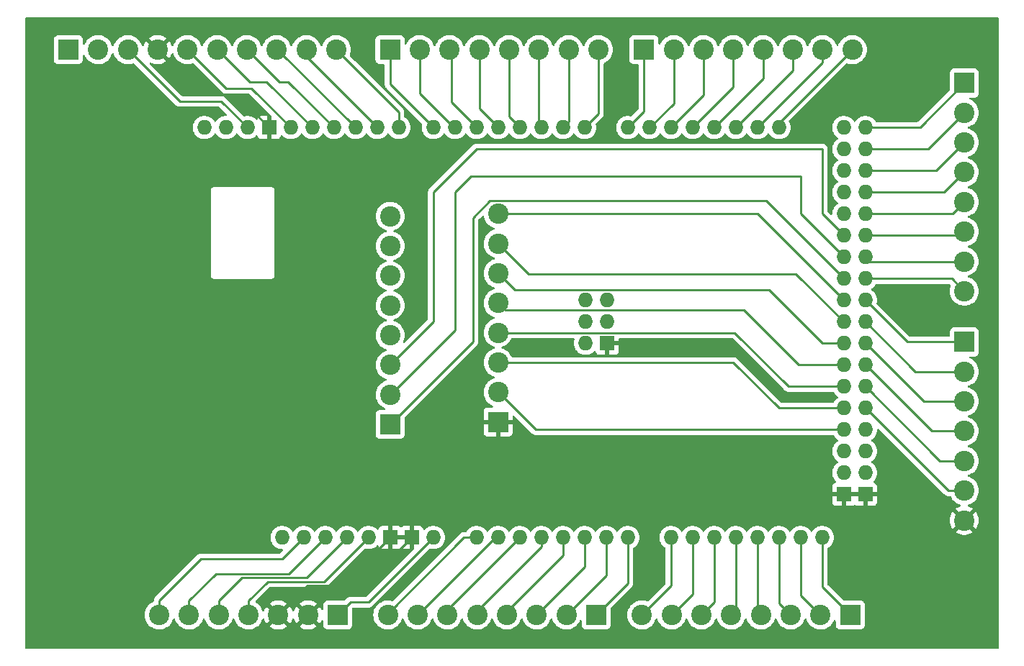
<source format=gbl>
G04 #@! TF.GenerationSoftware,KiCad,Pcbnew,(7.0.0-0)*
G04 #@! TF.CreationDate,2023-12-24T21:03:28+08:00*
G04 #@! TF.ProjectId,Arduino Shield,41726475-696e-46f2-9053-6869656c642e,rev?*
G04 #@! TF.SameCoordinates,Original*
G04 #@! TF.FileFunction,Copper,L2,Bot*
G04 #@! TF.FilePolarity,Positive*
%FSLAX46Y46*%
G04 Gerber Fmt 4.6, Leading zero omitted, Abs format (unit mm)*
G04 Created by KiCad (PCBNEW (7.0.0-0)) date 2023-12-24 21:03:28*
%MOMM*%
%LPD*%
G01*
G04 APERTURE LIST*
G04 #@! TA.AperFunction,ComponentPad*
%ADD10R,2.400000X2.400000*%
G04 #@! TD*
G04 #@! TA.AperFunction,ComponentPad*
%ADD11C,2.400000*%
G04 #@! TD*
G04 #@! TA.AperFunction,ComponentPad*
%ADD12O,1.727200X1.727200*%
G04 #@! TD*
G04 #@! TA.AperFunction,ComponentPad*
%ADD13R,1.727200X1.727200*%
G04 #@! TD*
G04 #@! TA.AperFunction,Conductor*
%ADD14C,0.250000*%
G04 #@! TD*
G04 APERTURE END LIST*
D10*
X117265999Y-90677999D03*
D11*
X113766000Y-90678000D03*
X110266000Y-90678000D03*
X106766000Y-90678000D03*
X103266000Y-90678000D03*
X99766000Y-90678000D03*
X96266000Y-90678000D03*
X92766000Y-90678000D03*
D10*
X25339999Y-24129999D03*
D11*
X28840000Y-24130000D03*
X32340000Y-24130000D03*
X35840000Y-24130000D03*
X39340000Y-24130000D03*
X42840000Y-24130000D03*
X46340000Y-24130000D03*
X49840000Y-24130000D03*
X53340000Y-24130000D03*
X56840000Y-24130000D03*
D10*
X130682999Y-58546999D03*
D11*
X130683000Y-62047000D03*
X130683000Y-65547000D03*
X130683000Y-69047000D03*
X130683000Y-72547000D03*
X130683000Y-76047000D03*
X130683000Y-79547000D03*
D10*
X63159999Y-24129999D03*
D11*
X66660000Y-24130000D03*
X70160000Y-24130000D03*
X73660000Y-24130000D03*
X77160000Y-24130000D03*
X80660000Y-24130000D03*
X84160000Y-24130000D03*
X87660000Y-24130000D03*
D10*
X93019999Y-24129999D03*
D11*
X96520000Y-24130000D03*
X100020000Y-24130000D03*
X103520000Y-24130000D03*
X107020000Y-24130000D03*
X110520000Y-24130000D03*
X114020000Y-24130000D03*
X117520000Y-24130000D03*
D10*
X75879999Y-67959999D03*
D11*
X75880000Y-64460000D03*
X75880000Y-60960000D03*
X75880000Y-57460000D03*
X75880000Y-53960000D03*
X75880000Y-50460000D03*
X75880000Y-46960000D03*
X75880000Y-43460000D03*
D10*
X57022999Y-90677999D03*
D11*
X53523000Y-90678000D03*
X50023000Y-90678000D03*
X46523000Y-90678000D03*
X43023000Y-90678000D03*
X39523000Y-90678000D03*
X36023000Y-90678000D03*
D10*
X130682999Y-28066999D03*
D11*
X130683000Y-31567000D03*
X130683000Y-35067000D03*
X130683000Y-38567000D03*
X130683000Y-42067000D03*
X130683000Y-45567000D03*
X130683000Y-49067000D03*
X130683000Y-52567000D03*
D10*
X87405999Y-90677999D03*
D11*
X83906000Y-90678000D03*
X80406000Y-90678000D03*
X76906000Y-90678000D03*
X73406000Y-90678000D03*
X69906000Y-90678000D03*
X66406000Y-90678000D03*
X62906000Y-90678000D03*
D12*
X50479999Y-81559999D03*
X86039999Y-33299999D03*
X83499999Y-33299999D03*
X80959999Y-33299999D03*
X78419999Y-33299999D03*
X58099999Y-81559999D03*
X75879999Y-33299999D03*
X73339999Y-33299999D03*
X88706999Y-53619999D03*
X60639999Y-81559999D03*
X116519999Y-33299999D03*
X119059999Y-33299999D03*
X70799999Y-33299999D03*
X68259999Y-33299999D03*
X64195999Y-33299999D03*
X61655999Y-33299999D03*
X59115999Y-33299999D03*
X56575999Y-33299999D03*
X54035999Y-33299999D03*
X51495999Y-33299999D03*
X91119999Y-33299999D03*
X93659999Y-33299999D03*
X96199999Y-33299999D03*
X98739999Y-33299999D03*
X101279999Y-33299999D03*
X103819999Y-33299999D03*
X106359999Y-33299999D03*
X108899999Y-33299999D03*
X116519999Y-35839999D03*
X119059999Y-35839999D03*
X116519999Y-38379999D03*
X119059999Y-38379999D03*
X116519999Y-40919999D03*
X119059999Y-40919999D03*
X116519999Y-43459999D03*
X119059999Y-43459999D03*
X116519999Y-45999999D03*
X119059999Y-45999999D03*
X116519999Y-48539999D03*
X119059999Y-48539999D03*
X116519999Y-51079999D03*
X119059999Y-51079999D03*
X116519999Y-53619999D03*
X119059999Y-53619999D03*
X116519999Y-56159999D03*
X119059999Y-56159999D03*
X116519999Y-58699999D03*
X119059999Y-58699999D03*
X116519999Y-61239999D03*
X119059999Y-61239999D03*
X116519999Y-63779999D03*
X119059999Y-63779999D03*
X116519999Y-66319999D03*
X119059999Y-66319999D03*
X116519999Y-68859999D03*
X119059999Y-68859999D03*
X116519999Y-71399999D03*
X119059999Y-71399999D03*
X116519999Y-73939999D03*
X119059999Y-73939999D03*
X73339999Y-81559999D03*
X75879999Y-81559999D03*
X78419999Y-81559999D03*
X80959999Y-81559999D03*
X83499999Y-81559999D03*
X86039999Y-81559999D03*
X88579999Y-81559999D03*
X91119999Y-81559999D03*
X96199999Y-81559999D03*
X98739999Y-81559999D03*
X101279999Y-81559999D03*
X103819999Y-81559999D03*
X46415999Y-33299999D03*
X111439999Y-81559999D03*
X113979999Y-81559999D03*
X106359999Y-81559999D03*
X108899999Y-81559999D03*
D13*
X63179999Y-81559999D03*
X65719999Y-81559999D03*
X48955999Y-33299999D03*
X88706999Y-58699999D03*
X116519999Y-76479999D03*
X119059999Y-76479999D03*
D12*
X53019999Y-81559999D03*
X86166999Y-53619999D03*
X88706999Y-56159999D03*
X55559999Y-81559999D03*
X86166999Y-58699999D03*
X86166999Y-56159999D03*
X41335999Y-33299999D03*
X43875999Y-33299999D03*
X68259999Y-81559999D03*
D10*
X63179999Y-68239999D03*
D11*
X63180000Y-64740000D03*
X63180000Y-61240000D03*
X63180000Y-57740000D03*
X63180000Y-54240000D03*
X63180000Y-50740000D03*
X63180000Y-47240000D03*
X63180000Y-43740000D03*
D14*
X60640000Y-89180000D02*
X68260000Y-81560000D01*
X58521000Y-89180000D02*
X60640000Y-89180000D01*
X57023000Y-90678000D02*
X58521000Y-89180000D01*
X48785000Y-86755000D02*
X46523000Y-89017000D01*
X55445000Y-86755000D02*
X48785000Y-86755000D01*
X60640000Y-81560000D02*
X55445000Y-86755000D01*
X46523000Y-89017000D02*
X46523000Y-90678000D01*
X58100000Y-81560000D02*
X53355000Y-86305000D01*
X45735000Y-86305000D02*
X43023000Y-89017000D01*
X53355000Y-86305000D02*
X45735000Y-86305000D01*
X43023000Y-89017000D02*
X43023000Y-90678000D01*
X42685000Y-85855000D02*
X39523000Y-89017000D01*
X55560000Y-81560000D02*
X51265000Y-85855000D01*
X51265000Y-85855000D02*
X42685000Y-85855000D01*
X39523000Y-89017000D02*
X39523000Y-90678000D01*
X36023000Y-89017000D02*
X36023000Y-90678000D01*
X50480000Y-84100000D02*
X40940000Y-84100000D01*
X53020000Y-81560000D02*
X50480000Y-84100000D01*
X40940000Y-84100000D02*
X36023000Y-89017000D01*
X91120000Y-86964000D02*
X87406000Y-90678000D01*
X91120000Y-81560000D02*
X91120000Y-86964000D01*
X88580000Y-81560000D02*
X88580000Y-86004000D01*
X88580000Y-86004000D02*
X83906000Y-90678000D01*
X86040000Y-85044000D02*
X80406000Y-90678000D01*
X86040000Y-81560000D02*
X86040000Y-85044000D01*
X76906000Y-90226000D02*
X76906000Y-90678000D01*
X83500000Y-81560000D02*
X83500000Y-83632000D01*
X83500000Y-83632000D02*
X76906000Y-90226000D01*
X80960000Y-81560000D02*
X80960000Y-82616000D01*
X73406000Y-90170000D02*
X73406000Y-90678000D01*
X80960000Y-82616000D02*
X73406000Y-90170000D01*
X69906000Y-90074000D02*
X69906000Y-90678000D01*
X78420000Y-81560000D02*
X69906000Y-90074000D01*
X75524000Y-81560000D02*
X75880000Y-81560000D01*
X66406000Y-90678000D02*
X75524000Y-81560000D01*
X71856000Y-81560000D02*
X73340000Y-81560000D01*
X62906000Y-90510000D02*
X71856000Y-81560000D01*
X62906000Y-90678000D02*
X62906000Y-90510000D01*
X113980000Y-81560000D02*
X113980000Y-87392000D01*
X113980000Y-87392000D02*
X117266000Y-90678000D01*
X111440000Y-88352000D02*
X113766000Y-90678000D01*
X111440000Y-81560000D02*
X111440000Y-88352000D01*
X108900000Y-81560000D02*
X108900000Y-89312000D01*
X108900000Y-89312000D02*
X110266000Y-90678000D01*
X106360000Y-81560000D02*
X106360000Y-90272000D01*
X106360000Y-90272000D02*
X106766000Y-90678000D01*
X103820000Y-90124000D02*
X103266000Y-90678000D01*
X103820000Y-81560000D02*
X103820000Y-90124000D01*
X101280000Y-81560000D02*
X101280000Y-89164000D01*
X101280000Y-89164000D02*
X99766000Y-90678000D01*
X98740000Y-81560000D02*
X98740000Y-88204000D01*
X98740000Y-88204000D02*
X96266000Y-90678000D01*
X96200000Y-87244000D02*
X92766000Y-90678000D01*
X96200000Y-81560000D02*
X96200000Y-87244000D01*
X72898000Y-58522000D02*
X63180000Y-68240000D01*
X116520000Y-51080000D02*
X107375000Y-41935000D01*
X74865000Y-41935000D02*
X72898000Y-43902000D01*
X72898000Y-43902000D02*
X72898000Y-58522000D01*
X107375000Y-41935000D02*
X74865000Y-41935000D01*
X116520000Y-48540000D02*
X111440000Y-43460000D01*
X70800000Y-40920000D02*
X70800000Y-57120000D01*
X70800000Y-57120000D02*
X63180000Y-64740000D01*
X111440000Y-43460000D02*
X111440000Y-39015000D01*
X111440000Y-39015000D02*
X72705000Y-39015000D01*
X72705000Y-39015000D02*
X70800000Y-40920000D01*
X73340000Y-35840000D02*
X68260000Y-40920000D01*
X63180000Y-61240000D02*
X68260000Y-56160000D01*
X113980000Y-35840000D02*
X113980000Y-43460000D01*
X113980000Y-43460000D02*
X116520000Y-46000000D01*
X73340000Y-35840000D02*
X113980000Y-35840000D01*
X68260000Y-56160000D02*
X68260000Y-40920000D01*
X63160000Y-24130000D02*
X63160000Y-28200000D01*
X63160000Y-28200000D02*
X68260000Y-33300000D01*
X70638000Y-33300000D02*
X70800000Y-33300000D01*
X66660000Y-29322000D02*
X70638000Y-33300000D01*
X66660000Y-24130000D02*
X66660000Y-29322000D01*
X70160000Y-24130000D02*
X70358000Y-24328000D01*
X70358000Y-30318000D02*
X73340000Y-33300000D01*
X70358000Y-24328000D02*
X70358000Y-30318000D01*
X73660000Y-31080000D02*
X75880000Y-33300000D01*
X73660000Y-24130000D02*
X73660000Y-31080000D01*
X77160000Y-24130000D02*
X77160000Y-32040000D01*
X77160000Y-32040000D02*
X78420000Y-33300000D01*
X80660000Y-33000000D02*
X80960000Y-33300000D01*
X80660000Y-24130000D02*
X80660000Y-33000000D01*
X84160000Y-32640000D02*
X83500000Y-33300000D01*
X84160000Y-24130000D02*
X84160000Y-32640000D01*
X87660000Y-24130000D02*
X87660000Y-31680000D01*
X87660000Y-31680000D02*
X86040000Y-33300000D01*
X93020000Y-31400000D02*
X91120000Y-33300000D01*
X93020000Y-24130000D02*
X93020000Y-31400000D01*
X96520000Y-30440000D02*
X93660000Y-33300000D01*
X96520000Y-24130000D02*
X96520000Y-30440000D01*
X100020000Y-24130000D02*
X100020000Y-29480000D01*
X100020000Y-29480000D02*
X96200000Y-33300000D01*
X103520000Y-24130000D02*
X103520000Y-28520000D01*
X103520000Y-28520000D02*
X98740000Y-33300000D01*
X107020000Y-27560000D02*
X101280000Y-33300000D01*
X107020000Y-24130000D02*
X107020000Y-27560000D01*
X110520000Y-26600000D02*
X103820000Y-33300000D01*
X110520000Y-24130000D02*
X110520000Y-26600000D01*
X106400000Y-33300000D02*
X106360000Y-33300000D01*
X114020000Y-25680000D02*
X106400000Y-33300000D01*
X114020000Y-24130000D02*
X114020000Y-25680000D01*
X108900000Y-32750000D02*
X108900000Y-33300000D01*
X117520000Y-24130000D02*
X108900000Y-32750000D01*
X119086000Y-33274000D02*
X119060000Y-33300000D01*
X125476000Y-33274000D02*
X119086000Y-33274000D01*
X130683000Y-28067000D02*
X125476000Y-33274000D01*
X119086000Y-35814000D02*
X119060000Y-35840000D01*
X126436000Y-35814000D02*
X119086000Y-35814000D01*
X130683000Y-31567000D02*
X126436000Y-35814000D01*
X127370000Y-38380000D02*
X119060000Y-38380000D01*
X130683000Y-35067000D02*
X127370000Y-38380000D01*
X128330000Y-40920000D02*
X130683000Y-38567000D01*
X119060000Y-40920000D02*
X128330000Y-40920000D01*
X129290000Y-43460000D02*
X119060000Y-43460000D01*
X130683000Y-42067000D02*
X129290000Y-43460000D01*
X119060000Y-46000000D02*
X130250000Y-46000000D01*
X130250000Y-46000000D02*
X130683000Y-45567000D01*
X130683000Y-49067000D02*
X119587000Y-49067000D01*
X119587000Y-49067000D02*
X119060000Y-48540000D01*
X129196000Y-51080000D02*
X130683000Y-52567000D01*
X119060000Y-51080000D02*
X129196000Y-51080000D01*
X130683000Y-58547000D02*
X123987000Y-58547000D01*
X123987000Y-58547000D02*
X119060000Y-53620000D01*
X130683000Y-62047000D02*
X124947000Y-62047000D01*
X124947000Y-62047000D02*
X119060000Y-56160000D01*
X125907000Y-65547000D02*
X119060000Y-58700000D01*
X130683000Y-65547000D02*
X125907000Y-65547000D01*
X126867000Y-69047000D02*
X119060000Y-61240000D01*
X130683000Y-69047000D02*
X126867000Y-69047000D01*
X38436000Y-30226000D02*
X32340000Y-24130000D01*
X43342000Y-30226000D02*
X38436000Y-30226000D01*
X46416000Y-33300000D02*
X43342000Y-30226000D01*
X51496000Y-33300000D02*
X46898000Y-28702000D01*
X43912000Y-28702000D02*
X39340000Y-24130000D01*
X46898000Y-28702000D02*
X43912000Y-28702000D01*
X46650000Y-27940000D02*
X42840000Y-24130000D01*
X54036000Y-33300000D02*
X48676000Y-27940000D01*
X48676000Y-27940000D02*
X46650000Y-27940000D01*
X51216000Y-27940000D02*
X50150000Y-27940000D01*
X50150000Y-27940000D02*
X46340000Y-24130000D01*
X56576000Y-33300000D02*
X51216000Y-27940000D01*
X59116000Y-33300000D02*
X49946000Y-24130000D01*
X49946000Y-24130000D02*
X49840000Y-24130000D01*
X61656000Y-33300000D02*
X53340000Y-24984000D01*
X53340000Y-24984000D02*
X53340000Y-24130000D01*
X64196000Y-31486000D02*
X56840000Y-24130000D01*
X64196000Y-33300000D02*
X64196000Y-31486000D01*
X80280000Y-68860000D02*
X116520000Y-68860000D01*
X75880000Y-64460000D02*
X80280000Y-68860000D01*
X103540000Y-60960000D02*
X108900000Y-66320000D01*
X108900000Y-66320000D02*
X116520000Y-66320000D01*
X75880000Y-60960000D02*
X103540000Y-60960000D01*
X75880000Y-57460000D02*
X103706198Y-57460000D01*
X103706198Y-57460000D02*
X110026198Y-63780000D01*
X110026198Y-63780000D02*
X116520000Y-63780000D01*
X111224297Y-61240000D02*
X104792897Y-54808600D01*
X104792897Y-54808600D02*
X76728600Y-54808600D01*
X116520000Y-61240000D02*
X111224297Y-61240000D01*
X76728600Y-54808600D02*
X75880000Y-53960000D01*
X113980000Y-58700000D02*
X107711400Y-52431400D01*
X77851400Y-52431400D02*
X75880000Y-50460000D01*
X107711400Y-52431400D02*
X77851400Y-52431400D01*
X116520000Y-58700000D02*
X113980000Y-58700000D01*
X110875000Y-50515000D02*
X79435000Y-50515000D01*
X116520000Y-56160000D02*
X110875000Y-50515000D01*
X79435000Y-50515000D02*
X75880000Y-46960000D01*
X116520000Y-53620000D02*
X106360000Y-43460000D01*
X75880000Y-43460000D02*
X106360000Y-43460000D01*
X127827000Y-72547000D02*
X119060000Y-63780000D01*
X130683000Y-72547000D02*
X127827000Y-72547000D01*
X119060000Y-76480000D02*
X127616000Y-76480000D01*
X63180000Y-81560000D02*
X57535000Y-87205000D01*
X53496000Y-87205000D02*
X50023000Y-90678000D01*
X59625000Y-87655000D02*
X65720000Y-81560000D01*
X45120000Y-29464000D02*
X41174000Y-29464000D01*
X127616000Y-76480000D02*
X130683000Y-79547000D01*
X48956000Y-33300000D02*
X45120000Y-29464000D01*
X56546000Y-87655000D02*
X59625000Y-87655000D01*
X53523000Y-90678000D02*
X56546000Y-87655000D01*
X57535000Y-87205000D02*
X53496000Y-87205000D01*
X41174000Y-29464000D02*
X35840000Y-24130000D01*
X128787000Y-76047000D02*
X119060000Y-66320000D01*
X130683000Y-76047000D02*
X128787000Y-76047000D01*
G04 #@! TA.AperFunction,Conductor*
G36*
X84814296Y-58099249D02*
G01*
X84858462Y-58137446D01*
X84880249Y-58191622D01*
X84874826Y-58249763D01*
X84874446Y-58250868D01*
X84872389Y-58255559D01*
X84871133Y-58260516D01*
X84871131Y-58260524D01*
X84818152Y-58469732D01*
X84818150Y-58469741D01*
X84816893Y-58474707D01*
X84816469Y-58479814D01*
X84816468Y-58479825D01*
X84804484Y-58624465D01*
X84798225Y-58700000D01*
X84798649Y-58705117D01*
X84816468Y-58920174D01*
X84816469Y-58920183D01*
X84816893Y-58925293D01*
X84818150Y-58930260D01*
X84818152Y-58930267D01*
X84870032Y-59135135D01*
X84872389Y-59144441D01*
X84886741Y-59177160D01*
X84961138Y-59346770D01*
X84961141Y-59346775D01*
X84963198Y-59351465D01*
X84999565Y-59407128D01*
X85084042Y-59536431D01*
X85084045Y-59536435D01*
X85086844Y-59540719D01*
X85090309Y-59544483D01*
X85090313Y-59544488D01*
X85236485Y-59703272D01*
X85239954Y-59707040D01*
X85418351Y-59845893D01*
X85617169Y-59953488D01*
X85830986Y-60026891D01*
X86053967Y-60064100D01*
X86274900Y-60064100D01*
X86280033Y-60064100D01*
X86503014Y-60026891D01*
X86716831Y-59953488D01*
X86915649Y-59845893D01*
X87094046Y-59707040D01*
X87148814Y-59647546D01*
X87201437Y-59613693D01*
X87263891Y-59609845D01*
X87320273Y-59636983D01*
X87356225Y-59688197D01*
X87396947Y-59797377D01*
X87405362Y-59812789D01*
X87480898Y-59913692D01*
X87493307Y-59926101D01*
X87594210Y-60001637D01*
X87609622Y-60010052D01*
X87728758Y-60054488D01*
X87743732Y-60058026D01*
X87792285Y-60063246D01*
X87798882Y-60063600D01*
X88440674Y-60063600D01*
X88453549Y-60060149D01*
X88457000Y-60047274D01*
X88957000Y-60047274D01*
X88960450Y-60060149D01*
X88973326Y-60063600D01*
X89615118Y-60063600D01*
X89621714Y-60063246D01*
X89670267Y-60058026D01*
X89685241Y-60054488D01*
X89804377Y-60010052D01*
X89819789Y-60001637D01*
X89920692Y-59926101D01*
X89933101Y-59913692D01*
X90008637Y-59812789D01*
X90017052Y-59797377D01*
X90061488Y-59678241D01*
X90065026Y-59663267D01*
X90070246Y-59614714D01*
X90070600Y-59608118D01*
X90070600Y-58966326D01*
X90067149Y-58953450D01*
X90054274Y-58950000D01*
X88973326Y-58950000D01*
X88960450Y-58953450D01*
X88957000Y-58966326D01*
X88957000Y-60047274D01*
X88457000Y-60047274D01*
X88457000Y-58574000D01*
X88473613Y-58512000D01*
X88519000Y-58466613D01*
X88581000Y-58450000D01*
X90054274Y-58450000D01*
X90067149Y-58446549D01*
X90070600Y-58433674D01*
X90070600Y-58209500D01*
X90087213Y-58147500D01*
X90132600Y-58102113D01*
X90194600Y-58085500D01*
X103395746Y-58085500D01*
X103443199Y-58094939D01*
X103483427Y-58121819D01*
X109528905Y-64167297D01*
X109536354Y-64175483D01*
X109540412Y-64181877D01*
X109546097Y-64187215D01*
X109546099Y-64187218D01*
X109589437Y-64227915D01*
X109592234Y-64230626D01*
X109611728Y-64250120D01*
X109614813Y-64252513D01*
X109614899Y-64252580D01*
X109623771Y-64260158D01*
X109655616Y-64290062D01*
X109662446Y-64293817D01*
X109662449Y-64293819D01*
X109673169Y-64299712D01*
X109689420Y-64310386D01*
X109705262Y-64322674D01*
X109712419Y-64325771D01*
X109712421Y-64325772D01*
X109745353Y-64340022D01*
X109755848Y-64345164D01*
X109794106Y-64366197D01*
X109813510Y-64371179D01*
X109831912Y-64377480D01*
X109843139Y-64382338D01*
X109850303Y-64385438D01*
X109883846Y-64390750D01*
X109893437Y-64392269D01*
X109904880Y-64394639D01*
X109939623Y-64403560D01*
X109939624Y-64403560D01*
X109947179Y-64405500D01*
X109967215Y-64405500D01*
X109986600Y-64407025D01*
X110006394Y-64410160D01*
X110044474Y-64406560D01*
X110049874Y-64406050D01*
X110061543Y-64405500D01*
X115232128Y-64405500D01*
X115291145Y-64420445D01*
X115335937Y-64461678D01*
X115437042Y-64616431D01*
X115437045Y-64616435D01*
X115439844Y-64620719D01*
X115443309Y-64624483D01*
X115443313Y-64624488D01*
X115589485Y-64783272D01*
X115592954Y-64787040D01*
X115771351Y-64925893D01*
X115775858Y-64928332D01*
X115775861Y-64928334D01*
X115799165Y-64940946D01*
X115846669Y-64986527D01*
X115864146Y-65050000D01*
X115846669Y-65113473D01*
X115799165Y-65159054D01*
X115775861Y-65171665D01*
X115775849Y-65171672D01*
X115771351Y-65174107D01*
X115767314Y-65177248D01*
X115767305Y-65177255D01*
X115596995Y-65309814D01*
X115596989Y-65309818D01*
X115592954Y-65312960D01*
X115589492Y-65316719D01*
X115589485Y-65316727D01*
X115443313Y-65475511D01*
X115443304Y-65475521D01*
X115439844Y-65479281D01*
X115437049Y-65483558D01*
X115437042Y-65483568D01*
X115335937Y-65638322D01*
X115291145Y-65679555D01*
X115232128Y-65694500D01*
X109210452Y-65694500D01*
X109162999Y-65685061D01*
X109122771Y-65658181D01*
X106594510Y-63129920D01*
X104037286Y-60572695D01*
X104029842Y-60564514D01*
X104025786Y-60558123D01*
X103976775Y-60512098D01*
X103973978Y-60509387D01*
X103957227Y-60492636D01*
X103957226Y-60492635D01*
X103954471Y-60489880D01*
X103951290Y-60487412D01*
X103942414Y-60479830D01*
X103916269Y-60455278D01*
X103916267Y-60455276D01*
X103910582Y-60449938D01*
X103903749Y-60446182D01*
X103903743Y-60446177D01*
X103893025Y-60440285D01*
X103876766Y-60429606D01*
X103867095Y-60422104D01*
X103867092Y-60422102D01*
X103860936Y-60417327D01*
X103853779Y-60414229D01*
X103853776Y-60414228D01*
X103820849Y-60399978D01*
X103810363Y-60394841D01*
X103778932Y-60377562D01*
X103778923Y-60377558D01*
X103772092Y-60373803D01*
X103764535Y-60371862D01*
X103764531Y-60371861D01*
X103752688Y-60368820D01*
X103734284Y-60362519D01*
X103723057Y-60357660D01*
X103723050Y-60357658D01*
X103715896Y-60354562D01*
X103708192Y-60353341D01*
X103708190Y-60353341D01*
X103672759Y-60347729D01*
X103661324Y-60345361D01*
X103626571Y-60336438D01*
X103626563Y-60336437D01*
X103619019Y-60334500D01*
X103611223Y-60334500D01*
X103598983Y-60334500D01*
X103579597Y-60332974D01*
X103559804Y-60329840D01*
X103552038Y-60330574D01*
X103552035Y-60330574D01*
X103516324Y-60333950D01*
X103504655Y-60334500D01*
X77545828Y-60334500D01*
X77497662Y-60324763D01*
X77457060Y-60297081D01*
X77430401Y-60255804D01*
X77416393Y-60220112D01*
X77288959Y-59999388D01*
X77130050Y-59800123D01*
X76943217Y-59626768D01*
X76732634Y-59483195D01*
X76728448Y-59481179D01*
X76507183Y-59374623D01*
X76507177Y-59374620D01*
X76503004Y-59372611D01*
X76359969Y-59328490D01*
X76306893Y-59295692D01*
X76276508Y-59241197D01*
X76276508Y-59178803D01*
X76306893Y-59124308D01*
X76359970Y-59091509D01*
X76503004Y-59047389D01*
X76732634Y-58936805D01*
X76943217Y-58793232D01*
X77130050Y-58619877D01*
X77288959Y-58420612D01*
X77416393Y-58199888D01*
X77430401Y-58164195D01*
X77457060Y-58122919D01*
X77497662Y-58095237D01*
X77545828Y-58085500D01*
X84757545Y-58085500D01*
X84814296Y-58099249D01*
G37*
G04 #@! TD.AperFunction*
G04 #@! TA.AperFunction,Conductor*
G36*
X134637500Y-20317113D02*
G01*
X134682887Y-20362500D01*
X134699500Y-20424500D01*
X134699500Y-94575500D01*
X134682887Y-94637500D01*
X134637500Y-94682887D01*
X134575500Y-94699500D01*
X20424500Y-94699500D01*
X20362500Y-94682887D01*
X20317113Y-94637500D01*
X20300500Y-94575500D01*
X20300500Y-90678000D01*
X34317732Y-90678000D01*
X34336778Y-90932157D01*
X34337808Y-90936670D01*
X34337809Y-90936676D01*
X34392458Y-91176108D01*
X34393492Y-91180637D01*
X34395188Y-91184958D01*
X34395189Y-91184961D01*
X34484827Y-91413354D01*
X34486607Y-91417888D01*
X34614041Y-91638612D01*
X34772950Y-91837877D01*
X34959783Y-92011232D01*
X35170366Y-92154805D01*
X35399996Y-92265389D01*
X35404424Y-92266754D01*
X35404427Y-92266756D01*
X35504576Y-92297647D01*
X35643542Y-92340513D01*
X35895565Y-92378500D01*
X36145800Y-92378500D01*
X36150435Y-92378500D01*
X36402458Y-92340513D01*
X36646004Y-92265389D01*
X36875634Y-92154805D01*
X37086217Y-92011232D01*
X37273050Y-91837877D01*
X37431959Y-91638612D01*
X37559393Y-91417888D01*
X37652508Y-91180637D01*
X37653542Y-91176108D01*
X37654509Y-91172973D01*
X37687308Y-91119896D01*
X37741803Y-91089511D01*
X37804197Y-91089511D01*
X37858692Y-91119896D01*
X37891491Y-91172973D01*
X37892458Y-91176108D01*
X37893492Y-91180637D01*
X37895183Y-91184947D01*
X37895187Y-91184958D01*
X37984911Y-91413567D01*
X37986607Y-91417888D01*
X38114041Y-91638612D01*
X38272950Y-91837877D01*
X38459783Y-92011232D01*
X38670366Y-92154805D01*
X38899996Y-92265389D01*
X38904424Y-92266754D01*
X38904427Y-92266756D01*
X39004576Y-92297647D01*
X39143542Y-92340513D01*
X39395565Y-92378500D01*
X39645800Y-92378500D01*
X39650435Y-92378500D01*
X39902458Y-92340513D01*
X40146004Y-92265389D01*
X40375634Y-92154805D01*
X40586217Y-92011232D01*
X40773050Y-91837877D01*
X40931959Y-91638612D01*
X41059393Y-91417888D01*
X41152508Y-91180637D01*
X41153542Y-91176108D01*
X41154509Y-91172973D01*
X41187308Y-91119896D01*
X41241803Y-91089511D01*
X41304197Y-91089511D01*
X41358692Y-91119896D01*
X41391491Y-91172973D01*
X41392458Y-91176108D01*
X41393492Y-91180637D01*
X41395183Y-91184947D01*
X41395187Y-91184958D01*
X41484911Y-91413567D01*
X41486607Y-91417888D01*
X41614041Y-91638612D01*
X41772950Y-91837877D01*
X41959783Y-92011232D01*
X42170366Y-92154805D01*
X42399996Y-92265389D01*
X42404424Y-92266754D01*
X42404427Y-92266756D01*
X42504576Y-92297647D01*
X42643542Y-92340513D01*
X42895565Y-92378500D01*
X43145800Y-92378500D01*
X43150435Y-92378500D01*
X43402458Y-92340513D01*
X43646004Y-92265389D01*
X43875634Y-92154805D01*
X44086217Y-92011232D01*
X44273050Y-91837877D01*
X44431959Y-91638612D01*
X44559393Y-91417888D01*
X44652508Y-91180637D01*
X44653542Y-91176108D01*
X44654509Y-91172973D01*
X44687308Y-91119896D01*
X44741803Y-91089511D01*
X44804197Y-91089511D01*
X44858692Y-91119896D01*
X44891491Y-91172973D01*
X44892458Y-91176108D01*
X44893492Y-91180637D01*
X44895183Y-91184947D01*
X44895187Y-91184958D01*
X44984911Y-91413567D01*
X44986607Y-91417888D01*
X45114041Y-91638612D01*
X45272950Y-91837877D01*
X45459783Y-92011232D01*
X45670366Y-92154805D01*
X45899996Y-92265389D01*
X45904424Y-92266754D01*
X45904427Y-92266756D01*
X46004576Y-92297647D01*
X46143542Y-92340513D01*
X46395565Y-92378500D01*
X46645800Y-92378500D01*
X46650435Y-92378500D01*
X46902458Y-92340513D01*
X47146004Y-92265389D01*
X47375634Y-92154805D01*
X47537590Y-92044385D01*
X49013569Y-92044385D01*
X49021116Y-92052444D01*
X49166780Y-92151756D01*
X49174800Y-92156386D01*
X49395999Y-92262910D01*
X49404609Y-92266289D01*
X49639223Y-92338658D01*
X49648239Y-92340716D01*
X49891017Y-92377308D01*
X49900240Y-92378000D01*
X50145760Y-92378000D01*
X50154982Y-92377308D01*
X50397760Y-92340716D01*
X50406776Y-92338658D01*
X50641390Y-92266289D01*
X50650001Y-92262910D01*
X50871200Y-92156386D01*
X50879219Y-92151756D01*
X51024881Y-92052444D01*
X51032429Y-92044385D01*
X52513569Y-92044385D01*
X52521116Y-92052444D01*
X52666780Y-92151756D01*
X52674800Y-92156386D01*
X52895999Y-92262910D01*
X52904609Y-92266289D01*
X53139223Y-92338658D01*
X53148239Y-92340716D01*
X53391017Y-92377308D01*
X53400240Y-92378000D01*
X53645760Y-92378000D01*
X53654982Y-92377308D01*
X53897760Y-92340716D01*
X53906776Y-92338658D01*
X54141390Y-92266289D01*
X54150001Y-92262910D01*
X54371200Y-92156386D01*
X54379219Y-92151756D01*
X54524881Y-92052444D01*
X54532429Y-92044385D01*
X54526512Y-92035065D01*
X53534542Y-91043095D01*
X53523000Y-91036431D01*
X53511457Y-91043095D01*
X52519486Y-92035065D01*
X52513569Y-92044385D01*
X51032429Y-92044385D01*
X51026512Y-92035065D01*
X50034542Y-91043095D01*
X50023000Y-91036431D01*
X50011457Y-91043095D01*
X49019486Y-92035065D01*
X49013569Y-92044385D01*
X47537590Y-92044385D01*
X47586217Y-92011232D01*
X47773050Y-91837877D01*
X47931959Y-91638612D01*
X48059393Y-91417888D01*
X48152508Y-91180637D01*
X48153542Y-91176104D01*
X48154770Y-91172125D01*
X48187568Y-91119048D01*
X48242062Y-91088661D01*
X48304456Y-91088660D01*
X48358951Y-91119043D01*
X48391752Y-91172119D01*
X48395667Y-91184811D01*
X48485360Y-91413346D01*
X48489379Y-91421692D01*
X48612135Y-91634310D01*
X48617347Y-91641955D01*
X48645537Y-91677305D01*
X48656773Y-91685278D01*
X48668832Y-91678613D01*
X49657904Y-90689542D01*
X49664568Y-90677999D01*
X50381431Y-90677999D01*
X50388095Y-90689542D01*
X51377167Y-91678614D01*
X51389224Y-91685278D01*
X51400461Y-91677306D01*
X51428653Y-91641954D01*
X51433863Y-91634312D01*
X51556620Y-91421692D01*
X51560639Y-91413346D01*
X51650330Y-91184817D01*
X51654429Y-91171530D01*
X51656419Y-91172143D01*
X51683358Y-91122055D01*
X51740004Y-91088201D01*
X51805996Y-91088201D01*
X51862642Y-91122055D01*
X51889580Y-91172143D01*
X51891571Y-91171530D01*
X51895669Y-91184817D01*
X51985360Y-91413346D01*
X51989379Y-91421692D01*
X52112135Y-91634310D01*
X52117347Y-91641955D01*
X52145537Y-91677305D01*
X52156773Y-91685278D01*
X52168832Y-91678613D01*
X53157904Y-90689542D01*
X53164568Y-90677999D01*
X53881431Y-90677999D01*
X53888095Y-90689542D01*
X54877167Y-91678614D01*
X54889224Y-91685278D01*
X54900461Y-91677306D01*
X54928653Y-91641954D01*
X54933863Y-91634312D01*
X55056620Y-91421692D01*
X55060635Y-91413354D01*
X55083071Y-91356187D01*
X55124121Y-91302272D01*
X55187383Y-91277987D01*
X55253966Y-91290585D01*
X55303984Y-91336303D01*
X55322500Y-91401488D01*
X55322500Y-91922560D01*
X55322500Y-91922578D01*
X55322501Y-91925872D01*
X55322853Y-91929150D01*
X55322854Y-91929161D01*
X55328079Y-91977768D01*
X55328080Y-91977773D01*
X55328909Y-91985483D01*
X55331619Y-91992749D01*
X55331620Y-91992753D01*
X55347402Y-92035065D01*
X55379204Y-92120331D01*
X55465454Y-92235546D01*
X55580669Y-92321796D01*
X55715517Y-92372091D01*
X55775127Y-92378500D01*
X58270872Y-92378499D01*
X58330483Y-92372091D01*
X58465331Y-92321796D01*
X58580546Y-92235546D01*
X58666796Y-92120331D01*
X58717091Y-91985483D01*
X58723500Y-91925873D01*
X58723499Y-90678000D01*
X61200732Y-90678000D01*
X61219778Y-90932157D01*
X61220808Y-90936670D01*
X61220809Y-90936676D01*
X61275458Y-91176108D01*
X61276492Y-91180637D01*
X61278188Y-91184958D01*
X61278189Y-91184961D01*
X61367827Y-91413354D01*
X61369607Y-91417888D01*
X61497041Y-91638612D01*
X61655950Y-91837877D01*
X61842783Y-92011232D01*
X62053366Y-92154805D01*
X62282996Y-92265389D01*
X62287424Y-92266754D01*
X62287427Y-92266756D01*
X62387576Y-92297647D01*
X62526542Y-92340513D01*
X62778565Y-92378500D01*
X63028800Y-92378500D01*
X63033435Y-92378500D01*
X63285458Y-92340513D01*
X63529004Y-92265389D01*
X63758634Y-92154805D01*
X63969217Y-92011232D01*
X64156050Y-91837877D01*
X64314959Y-91638612D01*
X64442393Y-91417888D01*
X64535508Y-91180637D01*
X64536542Y-91176108D01*
X64537509Y-91172973D01*
X64570308Y-91119896D01*
X64624803Y-91089511D01*
X64687197Y-91089511D01*
X64741692Y-91119896D01*
X64774491Y-91172973D01*
X64775458Y-91176108D01*
X64776492Y-91180637D01*
X64778183Y-91184947D01*
X64778187Y-91184958D01*
X64867911Y-91413567D01*
X64869607Y-91417888D01*
X64997041Y-91638612D01*
X65155950Y-91837877D01*
X65342783Y-92011232D01*
X65553366Y-92154805D01*
X65782996Y-92265389D01*
X65787424Y-92266754D01*
X65787427Y-92266756D01*
X65887576Y-92297647D01*
X66026542Y-92340513D01*
X66278565Y-92378500D01*
X66528800Y-92378500D01*
X66533435Y-92378500D01*
X66785458Y-92340513D01*
X67029004Y-92265389D01*
X67258634Y-92154805D01*
X67469217Y-92011232D01*
X67656050Y-91837877D01*
X67814959Y-91638612D01*
X67942393Y-91417888D01*
X68035508Y-91180637D01*
X68036542Y-91176108D01*
X68037509Y-91172973D01*
X68070308Y-91119896D01*
X68124803Y-91089511D01*
X68187197Y-91089511D01*
X68241692Y-91119896D01*
X68274491Y-91172973D01*
X68275458Y-91176108D01*
X68276492Y-91180637D01*
X68278183Y-91184947D01*
X68278187Y-91184958D01*
X68367911Y-91413567D01*
X68369607Y-91417888D01*
X68497041Y-91638612D01*
X68655950Y-91837877D01*
X68842783Y-92011232D01*
X69053366Y-92154805D01*
X69282996Y-92265389D01*
X69287424Y-92266754D01*
X69287427Y-92266756D01*
X69387576Y-92297647D01*
X69526542Y-92340513D01*
X69778565Y-92378500D01*
X70028800Y-92378500D01*
X70033435Y-92378500D01*
X70285458Y-92340513D01*
X70529004Y-92265389D01*
X70758634Y-92154805D01*
X70969217Y-92011232D01*
X71156050Y-91837877D01*
X71314959Y-91638612D01*
X71442393Y-91417888D01*
X71535508Y-91180637D01*
X71536542Y-91176108D01*
X71537509Y-91172973D01*
X71570308Y-91119896D01*
X71624803Y-91089511D01*
X71687197Y-91089511D01*
X71741692Y-91119896D01*
X71774491Y-91172973D01*
X71775458Y-91176108D01*
X71776492Y-91180637D01*
X71778183Y-91184947D01*
X71778187Y-91184958D01*
X71867911Y-91413567D01*
X71869607Y-91417888D01*
X71997041Y-91638612D01*
X72155950Y-91837877D01*
X72342783Y-92011232D01*
X72553366Y-92154805D01*
X72782996Y-92265389D01*
X72787424Y-92266754D01*
X72787427Y-92266756D01*
X72887576Y-92297647D01*
X73026542Y-92340513D01*
X73278565Y-92378500D01*
X73528800Y-92378500D01*
X73533435Y-92378500D01*
X73785458Y-92340513D01*
X74029004Y-92265389D01*
X74258634Y-92154805D01*
X74469217Y-92011232D01*
X74656050Y-91837877D01*
X74814959Y-91638612D01*
X74942393Y-91417888D01*
X75035508Y-91180637D01*
X75036542Y-91176108D01*
X75037509Y-91172973D01*
X75070308Y-91119896D01*
X75124803Y-91089511D01*
X75187197Y-91089511D01*
X75241692Y-91119896D01*
X75274491Y-91172973D01*
X75275458Y-91176108D01*
X75276492Y-91180637D01*
X75278183Y-91184947D01*
X75278187Y-91184958D01*
X75367911Y-91413567D01*
X75369607Y-91417888D01*
X75497041Y-91638612D01*
X75655950Y-91837877D01*
X75842783Y-92011232D01*
X76053366Y-92154805D01*
X76282996Y-92265389D01*
X76287424Y-92266754D01*
X76287427Y-92266756D01*
X76387576Y-92297647D01*
X76526542Y-92340513D01*
X76778565Y-92378500D01*
X77028800Y-92378500D01*
X77033435Y-92378500D01*
X77285458Y-92340513D01*
X77529004Y-92265389D01*
X77758634Y-92154805D01*
X77969217Y-92011232D01*
X78156050Y-91837877D01*
X78314959Y-91638612D01*
X78442393Y-91417888D01*
X78535508Y-91180637D01*
X78536542Y-91176108D01*
X78537509Y-91172973D01*
X78570308Y-91119896D01*
X78624803Y-91089511D01*
X78687197Y-91089511D01*
X78741692Y-91119896D01*
X78774491Y-91172973D01*
X78775458Y-91176108D01*
X78776492Y-91180637D01*
X78778183Y-91184947D01*
X78778187Y-91184958D01*
X78867911Y-91413567D01*
X78869607Y-91417888D01*
X78997041Y-91638612D01*
X79155950Y-91837877D01*
X79342783Y-92011232D01*
X79553366Y-92154805D01*
X79782996Y-92265389D01*
X79787424Y-92266754D01*
X79787427Y-92266756D01*
X79887576Y-92297647D01*
X80026542Y-92340513D01*
X80278565Y-92378500D01*
X80528800Y-92378500D01*
X80533435Y-92378500D01*
X80785458Y-92340513D01*
X81029004Y-92265389D01*
X81258634Y-92154805D01*
X81469217Y-92011232D01*
X81656050Y-91837877D01*
X81814959Y-91638612D01*
X81942393Y-91417888D01*
X82035508Y-91180637D01*
X82036542Y-91176108D01*
X82037509Y-91172973D01*
X82070308Y-91119896D01*
X82124803Y-91089511D01*
X82187197Y-91089511D01*
X82241692Y-91119896D01*
X82274491Y-91172973D01*
X82275458Y-91176108D01*
X82276492Y-91180637D01*
X82278183Y-91184947D01*
X82278187Y-91184958D01*
X82367911Y-91413567D01*
X82369607Y-91417888D01*
X82497041Y-91638612D01*
X82655950Y-91837877D01*
X82842783Y-92011232D01*
X83053366Y-92154805D01*
X83282996Y-92265389D01*
X83287424Y-92266754D01*
X83287427Y-92266756D01*
X83387576Y-92297647D01*
X83526542Y-92340513D01*
X83778565Y-92378500D01*
X84028800Y-92378500D01*
X84033435Y-92378500D01*
X84285458Y-92340513D01*
X84529004Y-92265389D01*
X84758634Y-92154805D01*
X84969217Y-92011232D01*
X85156050Y-91837877D01*
X85314959Y-91638612D01*
X85442393Y-91417888D01*
X85466073Y-91357551D01*
X85507121Y-91303640D01*
X85570384Y-91279355D01*
X85636966Y-91291953D01*
X85686984Y-91337671D01*
X85705500Y-91402856D01*
X85705500Y-91922560D01*
X85705500Y-91922578D01*
X85705501Y-91925872D01*
X85705853Y-91929150D01*
X85705854Y-91929161D01*
X85711079Y-91977768D01*
X85711080Y-91977773D01*
X85711909Y-91985483D01*
X85714619Y-91992749D01*
X85714620Y-91992753D01*
X85730402Y-92035065D01*
X85762204Y-92120331D01*
X85848454Y-92235546D01*
X85963669Y-92321796D01*
X86098517Y-92372091D01*
X86158127Y-92378500D01*
X88653872Y-92378499D01*
X88713483Y-92372091D01*
X88848331Y-92321796D01*
X88963546Y-92235546D01*
X89049796Y-92120331D01*
X89100091Y-91985483D01*
X89106500Y-91925873D01*
X89106499Y-90678000D01*
X91060732Y-90678000D01*
X91079778Y-90932157D01*
X91080808Y-90936670D01*
X91080809Y-90936676D01*
X91135458Y-91176108D01*
X91136492Y-91180637D01*
X91138188Y-91184958D01*
X91138189Y-91184961D01*
X91227827Y-91413354D01*
X91229607Y-91417888D01*
X91357041Y-91638612D01*
X91515950Y-91837877D01*
X91702783Y-92011232D01*
X91913366Y-92154805D01*
X92142996Y-92265389D01*
X92147424Y-92266754D01*
X92147427Y-92266756D01*
X92247576Y-92297647D01*
X92386542Y-92340513D01*
X92638565Y-92378500D01*
X92888800Y-92378500D01*
X92893435Y-92378500D01*
X93145458Y-92340513D01*
X93389004Y-92265389D01*
X93618634Y-92154805D01*
X93829217Y-92011232D01*
X94016050Y-91837877D01*
X94174959Y-91638612D01*
X94302393Y-91417888D01*
X94395508Y-91180637D01*
X94396542Y-91176108D01*
X94397509Y-91172973D01*
X94430308Y-91119896D01*
X94484803Y-91089511D01*
X94547197Y-91089511D01*
X94601692Y-91119896D01*
X94634491Y-91172973D01*
X94635458Y-91176108D01*
X94636492Y-91180637D01*
X94638183Y-91184947D01*
X94638187Y-91184958D01*
X94727911Y-91413567D01*
X94729607Y-91417888D01*
X94857041Y-91638612D01*
X95015950Y-91837877D01*
X95202783Y-92011232D01*
X95413366Y-92154805D01*
X95642996Y-92265389D01*
X95647424Y-92266754D01*
X95647427Y-92266756D01*
X95747576Y-92297647D01*
X95886542Y-92340513D01*
X96138565Y-92378500D01*
X96388800Y-92378500D01*
X96393435Y-92378500D01*
X96645458Y-92340513D01*
X96889004Y-92265389D01*
X97118634Y-92154805D01*
X97329217Y-92011232D01*
X97516050Y-91837877D01*
X97674959Y-91638612D01*
X97802393Y-91417888D01*
X97895508Y-91180637D01*
X97896542Y-91176108D01*
X97897509Y-91172973D01*
X97930308Y-91119896D01*
X97984803Y-91089511D01*
X98047197Y-91089511D01*
X98101692Y-91119896D01*
X98134491Y-91172973D01*
X98135458Y-91176108D01*
X98136492Y-91180637D01*
X98138183Y-91184947D01*
X98138187Y-91184958D01*
X98227911Y-91413567D01*
X98229607Y-91417888D01*
X98357041Y-91638612D01*
X98515950Y-91837877D01*
X98702783Y-92011232D01*
X98913366Y-92154805D01*
X99142996Y-92265389D01*
X99147424Y-92266754D01*
X99147427Y-92266756D01*
X99247576Y-92297647D01*
X99386542Y-92340513D01*
X99638565Y-92378500D01*
X99888800Y-92378500D01*
X99893435Y-92378500D01*
X100145458Y-92340513D01*
X100389004Y-92265389D01*
X100618634Y-92154805D01*
X100829217Y-92011232D01*
X101016050Y-91837877D01*
X101174959Y-91638612D01*
X101302393Y-91417888D01*
X101395508Y-91180637D01*
X101396542Y-91176108D01*
X101397509Y-91172973D01*
X101430308Y-91119896D01*
X101484803Y-91089511D01*
X101547197Y-91089511D01*
X101601692Y-91119896D01*
X101634491Y-91172973D01*
X101635458Y-91176108D01*
X101636492Y-91180637D01*
X101638183Y-91184947D01*
X101638187Y-91184958D01*
X101727911Y-91413567D01*
X101729607Y-91417888D01*
X101857041Y-91638612D01*
X102015950Y-91837877D01*
X102202783Y-92011232D01*
X102413366Y-92154805D01*
X102642996Y-92265389D01*
X102647424Y-92266754D01*
X102647427Y-92266756D01*
X102747576Y-92297647D01*
X102886542Y-92340513D01*
X103138565Y-92378500D01*
X103388800Y-92378500D01*
X103393435Y-92378500D01*
X103645458Y-92340513D01*
X103889004Y-92265389D01*
X104118634Y-92154805D01*
X104329217Y-92011232D01*
X104516050Y-91837877D01*
X104674959Y-91638612D01*
X104802393Y-91417888D01*
X104895508Y-91180637D01*
X104896542Y-91176108D01*
X104897509Y-91172973D01*
X104930308Y-91119896D01*
X104984803Y-91089511D01*
X105047197Y-91089511D01*
X105101692Y-91119896D01*
X105134491Y-91172973D01*
X105135458Y-91176108D01*
X105136492Y-91180637D01*
X105138183Y-91184947D01*
X105138187Y-91184958D01*
X105227911Y-91413567D01*
X105229607Y-91417888D01*
X105357041Y-91638612D01*
X105515950Y-91837877D01*
X105702783Y-92011232D01*
X105913366Y-92154805D01*
X106142996Y-92265389D01*
X106147424Y-92266754D01*
X106147427Y-92266756D01*
X106247576Y-92297647D01*
X106386542Y-92340513D01*
X106638565Y-92378500D01*
X106888800Y-92378500D01*
X106893435Y-92378500D01*
X107145458Y-92340513D01*
X107389004Y-92265389D01*
X107618634Y-92154805D01*
X107829217Y-92011232D01*
X108016050Y-91837877D01*
X108174959Y-91638612D01*
X108302393Y-91417888D01*
X108395508Y-91180637D01*
X108396542Y-91176108D01*
X108397509Y-91172973D01*
X108430308Y-91119896D01*
X108484803Y-91089511D01*
X108547197Y-91089511D01*
X108601692Y-91119896D01*
X108634491Y-91172973D01*
X108635458Y-91176108D01*
X108636492Y-91180637D01*
X108638183Y-91184947D01*
X108638187Y-91184958D01*
X108727911Y-91413567D01*
X108729607Y-91417888D01*
X108857041Y-91638612D01*
X109015950Y-91837877D01*
X109202783Y-92011232D01*
X109413366Y-92154805D01*
X109642996Y-92265389D01*
X109647424Y-92266754D01*
X109647427Y-92266756D01*
X109747576Y-92297647D01*
X109886542Y-92340513D01*
X110138565Y-92378500D01*
X110388800Y-92378500D01*
X110393435Y-92378500D01*
X110645458Y-92340513D01*
X110889004Y-92265389D01*
X111118634Y-92154805D01*
X111329217Y-92011232D01*
X111516050Y-91837877D01*
X111674959Y-91638612D01*
X111802393Y-91417888D01*
X111895508Y-91180637D01*
X111896542Y-91176108D01*
X111897509Y-91172973D01*
X111930308Y-91119896D01*
X111984803Y-91089511D01*
X112047197Y-91089511D01*
X112101692Y-91119896D01*
X112134491Y-91172973D01*
X112135458Y-91176108D01*
X112136492Y-91180637D01*
X112138183Y-91184947D01*
X112138187Y-91184958D01*
X112227911Y-91413567D01*
X112229607Y-91417888D01*
X112357041Y-91638612D01*
X112515950Y-91837877D01*
X112702783Y-92011232D01*
X112913366Y-92154805D01*
X113142996Y-92265389D01*
X113147424Y-92266754D01*
X113147427Y-92266756D01*
X113247576Y-92297647D01*
X113386542Y-92340513D01*
X113638565Y-92378500D01*
X113888800Y-92378500D01*
X113893435Y-92378500D01*
X114145458Y-92340513D01*
X114389004Y-92265389D01*
X114618634Y-92154805D01*
X114829217Y-92011232D01*
X115016050Y-91837877D01*
X115174959Y-91638612D01*
X115302393Y-91417888D01*
X115326073Y-91357551D01*
X115367121Y-91303640D01*
X115430384Y-91279355D01*
X115496966Y-91291953D01*
X115546984Y-91337671D01*
X115565500Y-91402856D01*
X115565500Y-91922560D01*
X115565500Y-91922578D01*
X115565501Y-91925872D01*
X115565853Y-91929150D01*
X115565854Y-91929161D01*
X115571079Y-91977768D01*
X115571080Y-91977773D01*
X115571909Y-91985483D01*
X115574619Y-91992749D01*
X115574620Y-91992753D01*
X115590402Y-92035065D01*
X115622204Y-92120331D01*
X115708454Y-92235546D01*
X115823669Y-92321796D01*
X115958517Y-92372091D01*
X116018127Y-92378500D01*
X118513872Y-92378499D01*
X118573483Y-92372091D01*
X118708331Y-92321796D01*
X118823546Y-92235546D01*
X118909796Y-92120331D01*
X118960091Y-91985483D01*
X118966500Y-91925873D01*
X118966499Y-89430128D01*
X118960091Y-89370517D01*
X118909796Y-89235669D01*
X118823546Y-89120454D01*
X118782477Y-89089710D01*
X118715431Y-89039519D01*
X118715430Y-89039518D01*
X118708331Y-89034204D01*
X118614330Y-88999144D01*
X118580752Y-88986620D01*
X118580750Y-88986619D01*
X118573483Y-88983909D01*
X118565770Y-88983079D01*
X118565767Y-88983079D01*
X118517180Y-88977855D01*
X118517169Y-88977854D01*
X118513873Y-88977500D01*
X118510551Y-88977500D01*
X116501453Y-88977500D01*
X116454000Y-88968061D01*
X116413772Y-88941181D01*
X114641819Y-87169228D01*
X114614939Y-87129000D01*
X114605500Y-87081547D01*
X114605500Y-82846426D01*
X114622977Y-82782952D01*
X114670483Y-82737371D01*
X114724138Y-82708334D01*
X114724140Y-82708333D01*
X114728649Y-82705893D01*
X114907046Y-82567040D01*
X115060156Y-82400719D01*
X115183802Y-82211465D01*
X115274611Y-82004441D01*
X115330107Y-81785293D01*
X115348775Y-81560000D01*
X115330107Y-81334707D01*
X115274611Y-81115559D01*
X115185929Y-80913385D01*
X129673569Y-80913385D01*
X129681116Y-80921444D01*
X129826780Y-81020756D01*
X129834800Y-81025386D01*
X130055999Y-81131910D01*
X130064609Y-81135289D01*
X130299223Y-81207658D01*
X130308239Y-81209716D01*
X130551017Y-81246308D01*
X130560240Y-81247000D01*
X130805760Y-81247000D01*
X130814982Y-81246308D01*
X131057760Y-81209716D01*
X131066776Y-81207658D01*
X131301390Y-81135289D01*
X131310001Y-81131910D01*
X131531200Y-81025386D01*
X131539219Y-81020756D01*
X131684881Y-80921444D01*
X131692429Y-80913385D01*
X131686512Y-80904065D01*
X130694542Y-79912095D01*
X130683000Y-79905431D01*
X130671457Y-79912095D01*
X129679486Y-80904065D01*
X129673569Y-80913385D01*
X115185929Y-80913385D01*
X115183802Y-80908535D01*
X115060156Y-80719281D01*
X115056688Y-80715514D01*
X115056686Y-80715511D01*
X114910514Y-80556727D01*
X114910512Y-80556725D01*
X114907046Y-80552960D01*
X114790978Y-80462620D01*
X114732694Y-80417255D01*
X114732691Y-80417253D01*
X114728649Y-80414107D01*
X114603366Y-80346307D01*
X114534335Y-80308949D01*
X114534330Y-80308947D01*
X114529831Y-80306512D01*
X114524990Y-80304850D01*
X114524983Y-80304847D01*
X114320867Y-80234775D01*
X114320866Y-80234774D01*
X114316014Y-80233109D01*
X114310964Y-80232266D01*
X114310955Y-80232264D01*
X114098095Y-80196744D01*
X114098086Y-80196743D01*
X114093033Y-80195900D01*
X113866967Y-80195900D01*
X113861914Y-80196743D01*
X113861904Y-80196744D01*
X113649044Y-80232264D01*
X113649032Y-80232266D01*
X113643986Y-80233109D01*
X113639136Y-80234773D01*
X113639132Y-80234775D01*
X113435016Y-80304847D01*
X113435005Y-80304851D01*
X113430169Y-80306512D01*
X113425673Y-80308944D01*
X113425664Y-80308949D01*
X113235857Y-80411668D01*
X113235852Y-80411670D01*
X113231351Y-80414107D01*
X113227314Y-80417248D01*
X113227305Y-80417255D01*
X113056995Y-80549814D01*
X113056989Y-80549818D01*
X113052954Y-80552960D01*
X113049492Y-80556719D01*
X113049485Y-80556727D01*
X112903313Y-80715511D01*
X112903304Y-80715521D01*
X112899844Y-80719281D01*
X112897048Y-80723560D01*
X112897036Y-80723576D01*
X112813807Y-80850967D01*
X112769016Y-80892200D01*
X112709998Y-80907145D01*
X112650981Y-80892199D01*
X112606190Y-80850966D01*
X112522961Y-80723573D01*
X112522955Y-80723565D01*
X112520156Y-80719281D01*
X112516688Y-80715514D01*
X112516686Y-80715511D01*
X112370514Y-80556727D01*
X112370512Y-80556725D01*
X112367046Y-80552960D01*
X112250978Y-80462620D01*
X112192694Y-80417255D01*
X112192691Y-80417253D01*
X112188649Y-80414107D01*
X112063366Y-80346307D01*
X111994335Y-80308949D01*
X111994330Y-80308947D01*
X111989831Y-80306512D01*
X111984990Y-80304850D01*
X111984983Y-80304847D01*
X111780867Y-80234775D01*
X111780866Y-80234774D01*
X111776014Y-80233109D01*
X111770964Y-80232266D01*
X111770955Y-80232264D01*
X111558095Y-80196744D01*
X111558086Y-80196743D01*
X111553033Y-80195900D01*
X111326967Y-80195900D01*
X111321914Y-80196743D01*
X111321904Y-80196744D01*
X111109044Y-80232264D01*
X111109032Y-80232266D01*
X111103986Y-80233109D01*
X111099136Y-80234773D01*
X111099132Y-80234775D01*
X110895016Y-80304847D01*
X110895005Y-80304851D01*
X110890169Y-80306512D01*
X110885673Y-80308944D01*
X110885664Y-80308949D01*
X110695857Y-80411668D01*
X110695852Y-80411670D01*
X110691351Y-80414107D01*
X110687314Y-80417248D01*
X110687305Y-80417255D01*
X110516995Y-80549814D01*
X110516989Y-80549818D01*
X110512954Y-80552960D01*
X110509492Y-80556719D01*
X110509485Y-80556727D01*
X110363313Y-80715511D01*
X110363304Y-80715521D01*
X110359844Y-80719281D01*
X110357048Y-80723560D01*
X110357036Y-80723576D01*
X110273807Y-80850967D01*
X110229016Y-80892200D01*
X110169998Y-80907145D01*
X110110981Y-80892199D01*
X110066190Y-80850966D01*
X109982961Y-80723573D01*
X109982955Y-80723565D01*
X109980156Y-80719281D01*
X109976688Y-80715514D01*
X109976686Y-80715511D01*
X109830514Y-80556727D01*
X109830512Y-80556725D01*
X109827046Y-80552960D01*
X109710978Y-80462620D01*
X109652694Y-80417255D01*
X109652691Y-80417253D01*
X109648649Y-80414107D01*
X109523366Y-80346307D01*
X109454335Y-80308949D01*
X109454330Y-80308947D01*
X109449831Y-80306512D01*
X109444990Y-80304850D01*
X109444983Y-80304847D01*
X109240867Y-80234775D01*
X109240866Y-80234774D01*
X109236014Y-80233109D01*
X109230964Y-80232266D01*
X109230955Y-80232264D01*
X109018095Y-80196744D01*
X109018086Y-80196743D01*
X109013033Y-80195900D01*
X108786967Y-80195900D01*
X108781914Y-80196743D01*
X108781904Y-80196744D01*
X108569044Y-80232264D01*
X108569032Y-80232266D01*
X108563986Y-80233109D01*
X108559136Y-80234773D01*
X108559132Y-80234775D01*
X108355016Y-80304847D01*
X108355005Y-80304851D01*
X108350169Y-80306512D01*
X108345673Y-80308944D01*
X108345664Y-80308949D01*
X108155857Y-80411668D01*
X108155852Y-80411670D01*
X108151351Y-80414107D01*
X108147314Y-80417248D01*
X108147305Y-80417255D01*
X107976995Y-80549814D01*
X107976989Y-80549818D01*
X107972954Y-80552960D01*
X107969492Y-80556719D01*
X107969485Y-80556727D01*
X107823313Y-80715511D01*
X107823304Y-80715521D01*
X107819844Y-80719281D01*
X107817048Y-80723560D01*
X107817036Y-80723576D01*
X107733807Y-80850967D01*
X107689016Y-80892200D01*
X107629998Y-80907145D01*
X107570981Y-80892199D01*
X107526190Y-80850966D01*
X107442961Y-80723573D01*
X107442955Y-80723565D01*
X107440156Y-80719281D01*
X107436688Y-80715514D01*
X107436686Y-80715511D01*
X107290514Y-80556727D01*
X107290512Y-80556725D01*
X107287046Y-80552960D01*
X107170978Y-80462620D01*
X107112694Y-80417255D01*
X107112691Y-80417253D01*
X107108649Y-80414107D01*
X106983366Y-80346307D01*
X106914335Y-80308949D01*
X106914330Y-80308947D01*
X106909831Y-80306512D01*
X106904990Y-80304850D01*
X106904983Y-80304847D01*
X106700867Y-80234775D01*
X106700866Y-80234774D01*
X106696014Y-80233109D01*
X106690964Y-80232266D01*
X106690955Y-80232264D01*
X106478095Y-80196744D01*
X106478086Y-80196743D01*
X106473033Y-80195900D01*
X106246967Y-80195900D01*
X106241914Y-80196743D01*
X106241904Y-80196744D01*
X106029044Y-80232264D01*
X106029032Y-80232266D01*
X106023986Y-80233109D01*
X106019136Y-80234773D01*
X106019132Y-80234775D01*
X105815016Y-80304847D01*
X105815005Y-80304851D01*
X105810169Y-80306512D01*
X105805673Y-80308944D01*
X105805664Y-80308949D01*
X105615857Y-80411668D01*
X105615852Y-80411670D01*
X105611351Y-80414107D01*
X105607314Y-80417248D01*
X105607305Y-80417255D01*
X105436995Y-80549814D01*
X105436989Y-80549818D01*
X105432954Y-80552960D01*
X105429492Y-80556719D01*
X105429485Y-80556727D01*
X105283313Y-80715511D01*
X105283304Y-80715521D01*
X105279844Y-80719281D01*
X105277048Y-80723560D01*
X105277036Y-80723576D01*
X105193807Y-80850967D01*
X105149016Y-80892200D01*
X105089998Y-80907145D01*
X105030981Y-80892199D01*
X104986190Y-80850966D01*
X104902961Y-80723573D01*
X104902955Y-80723565D01*
X104900156Y-80719281D01*
X104896688Y-80715514D01*
X104896686Y-80715511D01*
X104750514Y-80556727D01*
X104750512Y-80556725D01*
X104747046Y-80552960D01*
X104630978Y-80462620D01*
X104572694Y-80417255D01*
X104572691Y-80417253D01*
X104568649Y-80414107D01*
X104443366Y-80346307D01*
X104374335Y-80308949D01*
X104374330Y-80308947D01*
X104369831Y-80306512D01*
X104364990Y-80304850D01*
X104364983Y-80304847D01*
X104160867Y-80234775D01*
X104160866Y-80234774D01*
X104156014Y-80233109D01*
X104150964Y-80232266D01*
X104150955Y-80232264D01*
X103938095Y-80196744D01*
X103938086Y-80196743D01*
X103933033Y-80195900D01*
X103706967Y-80195900D01*
X103701914Y-80196743D01*
X103701904Y-80196744D01*
X103489044Y-80232264D01*
X103489032Y-80232266D01*
X103483986Y-80233109D01*
X103479136Y-80234773D01*
X103479132Y-80234775D01*
X103275016Y-80304847D01*
X103275005Y-80304851D01*
X103270169Y-80306512D01*
X103265673Y-80308944D01*
X103265664Y-80308949D01*
X103075857Y-80411668D01*
X103075852Y-80411670D01*
X103071351Y-80414107D01*
X103067314Y-80417248D01*
X103067305Y-80417255D01*
X102896995Y-80549814D01*
X102896989Y-80549818D01*
X102892954Y-80552960D01*
X102889492Y-80556719D01*
X102889485Y-80556727D01*
X102743313Y-80715511D01*
X102743304Y-80715521D01*
X102739844Y-80719281D01*
X102737048Y-80723560D01*
X102737036Y-80723576D01*
X102653807Y-80850967D01*
X102609016Y-80892200D01*
X102549998Y-80907145D01*
X102490981Y-80892199D01*
X102446190Y-80850966D01*
X102362961Y-80723573D01*
X102362955Y-80723565D01*
X102360156Y-80719281D01*
X102356688Y-80715514D01*
X102356686Y-80715511D01*
X102210514Y-80556727D01*
X102210512Y-80556725D01*
X102207046Y-80552960D01*
X102090978Y-80462620D01*
X102032694Y-80417255D01*
X102032691Y-80417253D01*
X102028649Y-80414107D01*
X101903366Y-80346307D01*
X101834335Y-80308949D01*
X101834330Y-80308947D01*
X101829831Y-80306512D01*
X101824990Y-80304850D01*
X101824983Y-80304847D01*
X101620867Y-80234775D01*
X101620866Y-80234774D01*
X101616014Y-80233109D01*
X101610964Y-80232266D01*
X101610955Y-80232264D01*
X101398095Y-80196744D01*
X101398086Y-80196743D01*
X101393033Y-80195900D01*
X101166967Y-80195900D01*
X101161914Y-80196743D01*
X101161904Y-80196744D01*
X100949044Y-80232264D01*
X100949032Y-80232266D01*
X100943986Y-80233109D01*
X100939136Y-80234773D01*
X100939132Y-80234775D01*
X100735016Y-80304847D01*
X100735005Y-80304851D01*
X100730169Y-80306512D01*
X100725673Y-80308944D01*
X100725664Y-80308949D01*
X100535857Y-80411668D01*
X100535852Y-80411670D01*
X100531351Y-80414107D01*
X100527314Y-80417248D01*
X100527305Y-80417255D01*
X100356995Y-80549814D01*
X100356989Y-80549818D01*
X100352954Y-80552960D01*
X100349492Y-80556719D01*
X100349485Y-80556727D01*
X100203313Y-80715511D01*
X100203304Y-80715521D01*
X100199844Y-80719281D01*
X100197048Y-80723560D01*
X100197036Y-80723576D01*
X100113807Y-80850967D01*
X100069016Y-80892200D01*
X100009998Y-80907145D01*
X99950981Y-80892199D01*
X99906190Y-80850966D01*
X99822961Y-80723573D01*
X99822955Y-80723565D01*
X99820156Y-80719281D01*
X99816688Y-80715514D01*
X99816686Y-80715511D01*
X99670514Y-80556727D01*
X99670512Y-80556725D01*
X99667046Y-80552960D01*
X99550978Y-80462620D01*
X99492694Y-80417255D01*
X99492691Y-80417253D01*
X99488649Y-80414107D01*
X99363366Y-80346307D01*
X99294335Y-80308949D01*
X99294330Y-80308947D01*
X99289831Y-80306512D01*
X99284990Y-80304850D01*
X99284983Y-80304847D01*
X99080867Y-80234775D01*
X99080866Y-80234774D01*
X99076014Y-80233109D01*
X99070964Y-80232266D01*
X99070955Y-80232264D01*
X98858095Y-80196744D01*
X98858086Y-80196743D01*
X98853033Y-80195900D01*
X98626967Y-80195900D01*
X98621914Y-80196743D01*
X98621904Y-80196744D01*
X98409044Y-80232264D01*
X98409032Y-80232266D01*
X98403986Y-80233109D01*
X98399136Y-80234773D01*
X98399132Y-80234775D01*
X98195016Y-80304847D01*
X98195005Y-80304851D01*
X98190169Y-80306512D01*
X98185673Y-80308944D01*
X98185664Y-80308949D01*
X97995857Y-80411668D01*
X97995852Y-80411670D01*
X97991351Y-80414107D01*
X97987314Y-80417248D01*
X97987305Y-80417255D01*
X97816995Y-80549814D01*
X97816989Y-80549818D01*
X97812954Y-80552960D01*
X97809492Y-80556719D01*
X97809485Y-80556727D01*
X97663313Y-80715511D01*
X97663304Y-80715521D01*
X97659844Y-80719281D01*
X97657048Y-80723560D01*
X97657036Y-80723576D01*
X97573807Y-80850967D01*
X97529016Y-80892200D01*
X97469998Y-80907145D01*
X97410981Y-80892199D01*
X97366190Y-80850966D01*
X97282961Y-80723573D01*
X97282955Y-80723565D01*
X97280156Y-80719281D01*
X97276688Y-80715514D01*
X97276686Y-80715511D01*
X97130514Y-80556727D01*
X97130512Y-80556725D01*
X97127046Y-80552960D01*
X97010978Y-80462620D01*
X96952694Y-80417255D01*
X96952691Y-80417253D01*
X96948649Y-80414107D01*
X96823366Y-80346307D01*
X96754335Y-80308949D01*
X96754330Y-80308947D01*
X96749831Y-80306512D01*
X96744990Y-80304850D01*
X96744983Y-80304847D01*
X96540867Y-80234775D01*
X96540866Y-80234774D01*
X96536014Y-80233109D01*
X96530964Y-80232266D01*
X96530955Y-80232264D01*
X96318095Y-80196744D01*
X96318086Y-80196743D01*
X96313033Y-80195900D01*
X96086967Y-80195900D01*
X96081914Y-80196743D01*
X96081904Y-80196744D01*
X95869044Y-80232264D01*
X95869032Y-80232266D01*
X95863986Y-80233109D01*
X95859136Y-80234773D01*
X95859132Y-80234775D01*
X95655016Y-80304847D01*
X95655005Y-80304851D01*
X95650169Y-80306512D01*
X95645673Y-80308944D01*
X95645664Y-80308949D01*
X95455857Y-80411668D01*
X95455852Y-80411670D01*
X95451351Y-80414107D01*
X95447314Y-80417248D01*
X95447305Y-80417255D01*
X95276995Y-80549814D01*
X95276989Y-80549818D01*
X95272954Y-80552960D01*
X95269492Y-80556719D01*
X95269485Y-80556727D01*
X95123313Y-80715511D01*
X95123304Y-80715521D01*
X95119844Y-80719281D01*
X95117049Y-80723558D01*
X95117042Y-80723568D01*
X95033809Y-80850967D01*
X94996198Y-80908535D01*
X94994143Y-80913219D01*
X94994138Y-80913229D01*
X94907449Y-81110862D01*
X94905389Y-81115559D01*
X94904131Y-81120524D01*
X94904130Y-81120529D01*
X94851152Y-81329732D01*
X94851150Y-81329741D01*
X94849893Y-81334707D01*
X94849469Y-81339814D01*
X94849468Y-81339825D01*
X94831655Y-81554803D01*
X94831225Y-81560000D01*
X94831649Y-81565117D01*
X94849468Y-81780174D01*
X94849469Y-81780183D01*
X94849893Y-81785293D01*
X94851150Y-81790260D01*
X94851152Y-81790267D01*
X94904130Y-81999470D01*
X94905389Y-82004441D01*
X94907449Y-82009137D01*
X94994138Y-82206770D01*
X94994141Y-82206775D01*
X94996198Y-82211465D01*
X95033809Y-82269033D01*
X95117042Y-82396431D01*
X95117045Y-82396435D01*
X95119844Y-82400719D01*
X95123309Y-82404483D01*
X95123313Y-82404488D01*
X95269485Y-82563272D01*
X95272954Y-82567040D01*
X95372894Y-82644827D01*
X95447302Y-82702742D01*
X95451351Y-82705893D01*
X95455856Y-82708331D01*
X95455861Y-82708334D01*
X95509517Y-82737371D01*
X95557023Y-82782952D01*
X95574500Y-82846426D01*
X95574500Y-86933547D01*
X95565061Y-86981000D01*
X95538181Y-87021228D01*
X93502819Y-89056588D01*
X93444986Y-89089261D01*
X93378588Y-89087398D01*
X93149891Y-89016854D01*
X93149886Y-89016852D01*
X93145458Y-89015487D01*
X93140878Y-89014796D01*
X93140871Y-89014795D01*
X92898018Y-88978190D01*
X92898007Y-88978189D01*
X92893435Y-88977500D01*
X92638565Y-88977500D01*
X92633993Y-88978189D01*
X92633981Y-88978190D01*
X92391128Y-89014795D01*
X92391118Y-89014797D01*
X92386542Y-89015487D01*
X92382116Y-89016851D01*
X92382108Y-89016854D01*
X92147427Y-89089243D01*
X92147412Y-89089248D01*
X92142996Y-89090611D01*
X92138827Y-89092618D01*
X92138816Y-89092623D01*
X91917551Y-89199179D01*
X91917544Y-89199182D01*
X91913366Y-89201195D01*
X91909533Y-89203808D01*
X91909530Y-89203810D01*
X91733584Y-89323768D01*
X91702783Y-89344768D01*
X91699391Y-89347914D01*
X91699385Y-89347920D01*
X91526349Y-89508474D01*
X91515950Y-89518123D01*
X91513060Y-89521745D01*
X91513057Y-89521750D01*
X91368214Y-89703377D01*
X91357041Y-89717388D01*
X91354722Y-89721403D01*
X91354721Y-89721406D01*
X91231928Y-89934091D01*
X91231925Y-89934096D01*
X91229607Y-89938112D01*
X91227915Y-89942423D01*
X91227911Y-89942432D01*
X91138189Y-90171038D01*
X91136492Y-90175363D01*
X91135459Y-90179884D01*
X91135458Y-90179891D01*
X91080809Y-90419323D01*
X91080807Y-90419331D01*
X91079778Y-90423843D01*
X91060732Y-90678000D01*
X89106499Y-90678000D01*
X89106499Y-89913451D01*
X89115938Y-89865999D01*
X89142815Y-89825774D01*
X91507311Y-87461278D01*
X91515481Y-87453844D01*
X91521877Y-87449786D01*
X91567918Y-87400756D01*
X91570535Y-87398054D01*
X91590120Y-87378471D01*
X91592585Y-87375292D01*
X91600167Y-87366416D01*
X91603572Y-87362790D01*
X91630062Y-87334582D01*
X91639713Y-87317023D01*
X91650390Y-87300770D01*
X91662673Y-87284936D01*
X91680018Y-87244852D01*
X91685151Y-87234371D01*
X91706197Y-87196092D01*
X91711179Y-87176684D01*
X91717482Y-87158276D01*
X91725437Y-87139896D01*
X91732271Y-87096744D01*
X91734633Y-87085338D01*
X91745500Y-87043019D01*
X91745500Y-87022983D01*
X91747027Y-87003585D01*
X91748939Y-86991513D01*
X91748938Y-86991513D01*
X91750160Y-86983804D01*
X91746050Y-86940324D01*
X91745500Y-86928655D01*
X91745500Y-82846426D01*
X91762977Y-82782952D01*
X91810483Y-82737371D01*
X91864138Y-82708334D01*
X91864140Y-82708333D01*
X91868649Y-82705893D01*
X92047046Y-82567040D01*
X92200156Y-82400719D01*
X92323802Y-82211465D01*
X92414611Y-82004441D01*
X92470107Y-81785293D01*
X92488775Y-81560000D01*
X92470107Y-81334707D01*
X92414611Y-81115559D01*
X92323802Y-80908535D01*
X92200156Y-80719281D01*
X92196688Y-80715514D01*
X92196686Y-80715511D01*
X92050514Y-80556727D01*
X92050512Y-80556725D01*
X92047046Y-80552960D01*
X91930978Y-80462620D01*
X91872694Y-80417255D01*
X91872691Y-80417253D01*
X91868649Y-80414107D01*
X91743366Y-80346307D01*
X91674335Y-80308949D01*
X91674330Y-80308947D01*
X91669831Y-80306512D01*
X91664990Y-80304850D01*
X91664983Y-80304847D01*
X91460867Y-80234775D01*
X91460866Y-80234774D01*
X91456014Y-80233109D01*
X91450964Y-80232266D01*
X91450955Y-80232264D01*
X91238095Y-80196744D01*
X91238086Y-80196743D01*
X91233033Y-80195900D01*
X91006967Y-80195900D01*
X91001914Y-80196743D01*
X91001904Y-80196744D01*
X90789044Y-80232264D01*
X90789032Y-80232266D01*
X90783986Y-80233109D01*
X90779136Y-80234773D01*
X90779132Y-80234775D01*
X90575016Y-80304847D01*
X90575005Y-80304851D01*
X90570169Y-80306512D01*
X90565673Y-80308944D01*
X90565664Y-80308949D01*
X90375857Y-80411668D01*
X90375852Y-80411670D01*
X90371351Y-80414107D01*
X90367314Y-80417248D01*
X90367305Y-80417255D01*
X90196995Y-80549814D01*
X90196989Y-80549818D01*
X90192954Y-80552960D01*
X90189492Y-80556719D01*
X90189485Y-80556727D01*
X90043313Y-80715511D01*
X90043304Y-80715521D01*
X90039844Y-80719281D01*
X90037048Y-80723560D01*
X90037036Y-80723576D01*
X89953807Y-80850967D01*
X89909016Y-80892200D01*
X89849998Y-80907145D01*
X89790981Y-80892199D01*
X89746190Y-80850966D01*
X89662961Y-80723573D01*
X89662955Y-80723565D01*
X89660156Y-80719281D01*
X89656688Y-80715514D01*
X89656686Y-80715511D01*
X89510514Y-80556727D01*
X89510512Y-80556725D01*
X89507046Y-80552960D01*
X89390978Y-80462620D01*
X89332694Y-80417255D01*
X89332691Y-80417253D01*
X89328649Y-80414107D01*
X89203366Y-80346307D01*
X89134335Y-80308949D01*
X89134330Y-80308947D01*
X89129831Y-80306512D01*
X89124990Y-80304850D01*
X89124983Y-80304847D01*
X88920867Y-80234775D01*
X88920866Y-80234774D01*
X88916014Y-80233109D01*
X88910964Y-80232266D01*
X88910955Y-80232264D01*
X88698095Y-80196744D01*
X88698086Y-80196743D01*
X88693033Y-80195900D01*
X88466967Y-80195900D01*
X88461914Y-80196743D01*
X88461904Y-80196744D01*
X88249044Y-80232264D01*
X88249032Y-80232266D01*
X88243986Y-80233109D01*
X88239136Y-80234773D01*
X88239132Y-80234775D01*
X88035016Y-80304847D01*
X88035005Y-80304851D01*
X88030169Y-80306512D01*
X88025673Y-80308944D01*
X88025664Y-80308949D01*
X87835857Y-80411668D01*
X87835852Y-80411670D01*
X87831351Y-80414107D01*
X87827314Y-80417248D01*
X87827305Y-80417255D01*
X87656995Y-80549814D01*
X87656989Y-80549818D01*
X87652954Y-80552960D01*
X87649492Y-80556719D01*
X87649485Y-80556727D01*
X87503313Y-80715511D01*
X87503304Y-80715521D01*
X87499844Y-80719281D01*
X87497048Y-80723560D01*
X87497036Y-80723576D01*
X87413807Y-80850967D01*
X87369016Y-80892200D01*
X87309998Y-80907145D01*
X87250981Y-80892199D01*
X87206190Y-80850966D01*
X87122961Y-80723573D01*
X87122955Y-80723565D01*
X87120156Y-80719281D01*
X87116688Y-80715514D01*
X87116686Y-80715511D01*
X86970514Y-80556727D01*
X86970512Y-80556725D01*
X86967046Y-80552960D01*
X86850978Y-80462620D01*
X86792694Y-80417255D01*
X86792691Y-80417253D01*
X86788649Y-80414107D01*
X86663366Y-80346307D01*
X86594335Y-80308949D01*
X86594330Y-80308947D01*
X86589831Y-80306512D01*
X86584990Y-80304850D01*
X86584983Y-80304847D01*
X86380867Y-80234775D01*
X86380866Y-80234774D01*
X86376014Y-80233109D01*
X86370964Y-80232266D01*
X86370955Y-80232264D01*
X86158095Y-80196744D01*
X86158086Y-80196743D01*
X86153033Y-80195900D01*
X85926967Y-80195900D01*
X85921914Y-80196743D01*
X85921904Y-80196744D01*
X85709044Y-80232264D01*
X85709032Y-80232266D01*
X85703986Y-80233109D01*
X85699136Y-80234773D01*
X85699132Y-80234775D01*
X85495016Y-80304847D01*
X85495005Y-80304851D01*
X85490169Y-80306512D01*
X85485673Y-80308944D01*
X85485664Y-80308949D01*
X85295857Y-80411668D01*
X85295852Y-80411670D01*
X85291351Y-80414107D01*
X85287314Y-80417248D01*
X85287305Y-80417255D01*
X85116995Y-80549814D01*
X85116989Y-80549818D01*
X85112954Y-80552960D01*
X85109492Y-80556719D01*
X85109485Y-80556727D01*
X84963313Y-80715511D01*
X84963304Y-80715521D01*
X84959844Y-80719281D01*
X84957048Y-80723560D01*
X84957036Y-80723576D01*
X84873807Y-80850967D01*
X84829016Y-80892200D01*
X84769998Y-80907145D01*
X84710981Y-80892199D01*
X84666190Y-80850966D01*
X84582961Y-80723573D01*
X84582955Y-80723565D01*
X84580156Y-80719281D01*
X84576688Y-80715514D01*
X84576686Y-80715511D01*
X84430514Y-80556727D01*
X84430512Y-80556725D01*
X84427046Y-80552960D01*
X84310978Y-80462620D01*
X84252694Y-80417255D01*
X84252691Y-80417253D01*
X84248649Y-80414107D01*
X84123366Y-80346307D01*
X84054335Y-80308949D01*
X84054330Y-80308947D01*
X84049831Y-80306512D01*
X84044990Y-80304850D01*
X84044983Y-80304847D01*
X83840867Y-80234775D01*
X83840866Y-80234774D01*
X83836014Y-80233109D01*
X83830964Y-80232266D01*
X83830955Y-80232264D01*
X83618095Y-80196744D01*
X83618086Y-80196743D01*
X83613033Y-80195900D01*
X83386967Y-80195900D01*
X83381914Y-80196743D01*
X83381904Y-80196744D01*
X83169044Y-80232264D01*
X83169032Y-80232266D01*
X83163986Y-80233109D01*
X83159136Y-80234773D01*
X83159132Y-80234775D01*
X82955016Y-80304847D01*
X82955005Y-80304851D01*
X82950169Y-80306512D01*
X82945673Y-80308944D01*
X82945664Y-80308949D01*
X82755857Y-80411668D01*
X82755852Y-80411670D01*
X82751351Y-80414107D01*
X82747314Y-80417248D01*
X82747305Y-80417255D01*
X82576995Y-80549814D01*
X82576989Y-80549818D01*
X82572954Y-80552960D01*
X82569492Y-80556719D01*
X82569485Y-80556727D01*
X82423313Y-80715511D01*
X82423304Y-80715521D01*
X82419844Y-80719281D01*
X82417048Y-80723560D01*
X82417036Y-80723576D01*
X82333807Y-80850967D01*
X82289016Y-80892200D01*
X82229998Y-80907145D01*
X82170981Y-80892199D01*
X82126190Y-80850966D01*
X82042961Y-80723573D01*
X82042955Y-80723565D01*
X82040156Y-80719281D01*
X82036688Y-80715514D01*
X82036686Y-80715511D01*
X81890514Y-80556727D01*
X81890512Y-80556725D01*
X81887046Y-80552960D01*
X81770978Y-80462620D01*
X81712694Y-80417255D01*
X81712691Y-80417253D01*
X81708649Y-80414107D01*
X81583366Y-80346307D01*
X81514335Y-80308949D01*
X81514330Y-80308947D01*
X81509831Y-80306512D01*
X81504990Y-80304850D01*
X81504983Y-80304847D01*
X81300867Y-80234775D01*
X81300866Y-80234774D01*
X81296014Y-80233109D01*
X81290964Y-80232266D01*
X81290955Y-80232264D01*
X81078095Y-80196744D01*
X81078086Y-80196743D01*
X81073033Y-80195900D01*
X80846967Y-80195900D01*
X80841914Y-80196743D01*
X80841904Y-80196744D01*
X80629044Y-80232264D01*
X80629032Y-80232266D01*
X80623986Y-80233109D01*
X80619136Y-80234773D01*
X80619132Y-80234775D01*
X80415016Y-80304847D01*
X80415005Y-80304851D01*
X80410169Y-80306512D01*
X80405673Y-80308944D01*
X80405664Y-80308949D01*
X80215857Y-80411668D01*
X80215852Y-80411670D01*
X80211351Y-80414107D01*
X80207314Y-80417248D01*
X80207305Y-80417255D01*
X80036995Y-80549814D01*
X80036989Y-80549818D01*
X80032954Y-80552960D01*
X80029492Y-80556719D01*
X80029485Y-80556727D01*
X79883313Y-80715511D01*
X79883304Y-80715521D01*
X79879844Y-80719281D01*
X79877048Y-80723560D01*
X79877036Y-80723576D01*
X79793807Y-80850967D01*
X79749016Y-80892200D01*
X79689998Y-80907145D01*
X79630981Y-80892199D01*
X79586190Y-80850966D01*
X79502961Y-80723573D01*
X79502955Y-80723565D01*
X79500156Y-80719281D01*
X79496688Y-80715514D01*
X79496686Y-80715511D01*
X79350514Y-80556727D01*
X79350512Y-80556725D01*
X79347046Y-80552960D01*
X79230978Y-80462620D01*
X79172694Y-80417255D01*
X79172691Y-80417253D01*
X79168649Y-80414107D01*
X79043366Y-80346307D01*
X78974335Y-80308949D01*
X78974330Y-80308947D01*
X78969831Y-80306512D01*
X78964990Y-80304850D01*
X78964983Y-80304847D01*
X78760867Y-80234775D01*
X78760866Y-80234774D01*
X78756014Y-80233109D01*
X78750964Y-80232266D01*
X78750955Y-80232264D01*
X78538095Y-80196744D01*
X78538086Y-80196743D01*
X78533033Y-80195900D01*
X78306967Y-80195900D01*
X78301914Y-80196743D01*
X78301904Y-80196744D01*
X78089044Y-80232264D01*
X78089032Y-80232266D01*
X78083986Y-80233109D01*
X78079136Y-80234773D01*
X78079132Y-80234775D01*
X77875016Y-80304847D01*
X77875005Y-80304851D01*
X77870169Y-80306512D01*
X77865673Y-80308944D01*
X77865664Y-80308949D01*
X77675857Y-80411668D01*
X77675852Y-80411670D01*
X77671351Y-80414107D01*
X77667314Y-80417248D01*
X77667305Y-80417255D01*
X77496995Y-80549814D01*
X77496989Y-80549818D01*
X77492954Y-80552960D01*
X77489492Y-80556719D01*
X77489485Y-80556727D01*
X77343313Y-80715511D01*
X77343304Y-80715521D01*
X77339844Y-80719281D01*
X77337048Y-80723560D01*
X77337036Y-80723576D01*
X77253807Y-80850967D01*
X77209016Y-80892200D01*
X77149998Y-80907145D01*
X77090981Y-80892199D01*
X77046190Y-80850966D01*
X76962961Y-80723573D01*
X76962955Y-80723565D01*
X76960156Y-80719281D01*
X76956688Y-80715514D01*
X76956686Y-80715511D01*
X76810514Y-80556727D01*
X76810512Y-80556725D01*
X76807046Y-80552960D01*
X76690978Y-80462620D01*
X76632694Y-80417255D01*
X76632691Y-80417253D01*
X76628649Y-80414107D01*
X76503366Y-80346307D01*
X76434335Y-80308949D01*
X76434330Y-80308947D01*
X76429831Y-80306512D01*
X76424990Y-80304850D01*
X76424983Y-80304847D01*
X76220867Y-80234775D01*
X76220866Y-80234774D01*
X76216014Y-80233109D01*
X76210964Y-80232266D01*
X76210955Y-80232264D01*
X75998095Y-80196744D01*
X75998086Y-80196743D01*
X75993033Y-80195900D01*
X75766967Y-80195900D01*
X75761914Y-80196743D01*
X75761904Y-80196744D01*
X75549044Y-80232264D01*
X75549032Y-80232266D01*
X75543986Y-80233109D01*
X75539136Y-80234773D01*
X75539132Y-80234775D01*
X75335016Y-80304847D01*
X75335005Y-80304851D01*
X75330169Y-80306512D01*
X75325673Y-80308944D01*
X75325664Y-80308949D01*
X75135857Y-80411668D01*
X75135852Y-80411670D01*
X75131351Y-80414107D01*
X75127314Y-80417248D01*
X75127305Y-80417255D01*
X74956995Y-80549814D01*
X74956989Y-80549818D01*
X74952954Y-80552960D01*
X74949492Y-80556719D01*
X74949485Y-80556727D01*
X74803313Y-80715511D01*
X74803304Y-80715521D01*
X74799844Y-80719281D01*
X74797048Y-80723560D01*
X74797036Y-80723576D01*
X74713807Y-80850967D01*
X74669016Y-80892200D01*
X74609998Y-80907145D01*
X74550981Y-80892199D01*
X74506190Y-80850966D01*
X74422961Y-80723573D01*
X74422955Y-80723565D01*
X74420156Y-80719281D01*
X74416688Y-80715514D01*
X74416686Y-80715511D01*
X74270514Y-80556727D01*
X74270512Y-80556725D01*
X74267046Y-80552960D01*
X74150978Y-80462620D01*
X74092694Y-80417255D01*
X74092691Y-80417253D01*
X74088649Y-80414107D01*
X73963366Y-80346307D01*
X73894335Y-80308949D01*
X73894330Y-80308947D01*
X73889831Y-80306512D01*
X73884990Y-80304850D01*
X73884983Y-80304847D01*
X73680867Y-80234775D01*
X73680866Y-80234774D01*
X73676014Y-80233109D01*
X73670964Y-80232266D01*
X73670955Y-80232264D01*
X73458095Y-80196744D01*
X73458086Y-80196743D01*
X73453033Y-80195900D01*
X73226967Y-80195900D01*
X73221914Y-80196743D01*
X73221904Y-80196744D01*
X73009044Y-80232264D01*
X73009032Y-80232266D01*
X73003986Y-80233109D01*
X72999136Y-80234773D01*
X72999132Y-80234775D01*
X72795016Y-80304847D01*
X72795005Y-80304851D01*
X72790169Y-80306512D01*
X72785673Y-80308944D01*
X72785664Y-80308949D01*
X72595857Y-80411668D01*
X72595852Y-80411670D01*
X72591351Y-80414107D01*
X72587314Y-80417248D01*
X72587305Y-80417255D01*
X72416995Y-80549814D01*
X72416989Y-80549818D01*
X72412954Y-80552960D01*
X72409492Y-80556719D01*
X72409485Y-80556727D01*
X72263313Y-80715511D01*
X72263304Y-80715521D01*
X72259844Y-80719281D01*
X72257049Y-80723558D01*
X72257042Y-80723568D01*
X72155937Y-80878322D01*
X72111145Y-80919555D01*
X72052128Y-80934500D01*
X71933771Y-80934500D01*
X71922718Y-80933979D01*
X71915332Y-80932328D01*
X71907534Y-80932573D01*
X71848144Y-80934439D01*
X71844250Y-80934500D01*
X71816650Y-80934500D01*
X71812799Y-80934986D01*
X71812768Y-80934988D01*
X71812640Y-80935005D01*
X71801029Y-80935918D01*
X71765171Y-80937045D01*
X71765164Y-80937046D01*
X71757372Y-80937291D01*
X71749888Y-80939465D01*
X71749877Y-80939467D01*
X71738128Y-80942881D01*
X71719083Y-80946825D01*
X71706947Y-80948358D01*
X71706944Y-80948358D01*
X71699208Y-80949336D01*
X71691960Y-80952205D01*
X71691950Y-80952208D01*
X71658592Y-80965415D01*
X71647550Y-80969196D01*
X71613097Y-80979207D01*
X71613092Y-80979208D01*
X71605610Y-80981383D01*
X71598902Y-80985349D01*
X71598897Y-80985352D01*
X71588364Y-80991581D01*
X71570900Y-81000136D01*
X71559524Y-81004640D01*
X71559517Y-81004643D01*
X71552268Y-81007514D01*
X71545962Y-81012094D01*
X71545957Y-81012098D01*
X71516927Y-81033189D01*
X71507169Y-81039598D01*
X71476298Y-81057856D01*
X71469579Y-81061830D01*
X71464063Y-81067344D01*
X71464056Y-81067351D01*
X71455407Y-81076000D01*
X71440624Y-81088626D01*
X71430727Y-81095817D01*
X71430720Y-81095823D01*
X71424413Y-81100406D01*
X71419446Y-81106408D01*
X71419435Y-81106420D01*
X71396570Y-81134059D01*
X71388710Y-81142697D01*
X63514424Y-89016983D01*
X63456592Y-89049656D01*
X63390194Y-89047793D01*
X63289895Y-89016855D01*
X63289887Y-89016853D01*
X63285458Y-89015487D01*
X63280878Y-89014796D01*
X63280871Y-89014795D01*
X63038018Y-88978190D01*
X63038007Y-88978189D01*
X63033435Y-88977500D01*
X62778565Y-88977500D01*
X62773993Y-88978189D01*
X62773981Y-88978190D01*
X62531128Y-89014795D01*
X62531118Y-89014797D01*
X62526542Y-89015487D01*
X62522116Y-89016851D01*
X62522108Y-89016854D01*
X62287427Y-89089243D01*
X62287412Y-89089248D01*
X62282996Y-89090611D01*
X62278827Y-89092618D01*
X62278816Y-89092623D01*
X62057551Y-89199179D01*
X62057544Y-89199182D01*
X62053366Y-89201195D01*
X62049533Y-89203808D01*
X62049530Y-89203810D01*
X61873584Y-89323768D01*
X61842783Y-89344768D01*
X61839391Y-89347914D01*
X61839385Y-89347920D01*
X61666349Y-89508474D01*
X61655950Y-89518123D01*
X61653060Y-89521745D01*
X61653057Y-89521750D01*
X61508214Y-89703377D01*
X61497041Y-89717388D01*
X61494722Y-89721403D01*
X61494721Y-89721406D01*
X61371928Y-89934091D01*
X61371925Y-89934096D01*
X61369607Y-89938112D01*
X61367915Y-89942423D01*
X61367911Y-89942432D01*
X61278189Y-90171038D01*
X61276492Y-90175363D01*
X61275459Y-90179884D01*
X61275458Y-90179891D01*
X61220809Y-90419323D01*
X61220807Y-90419331D01*
X61219778Y-90423843D01*
X61200732Y-90678000D01*
X58723499Y-90678000D01*
X58723499Y-89929499D01*
X58740112Y-89867500D01*
X58785499Y-89822113D01*
X58847499Y-89805500D01*
X60562225Y-89805500D01*
X60573280Y-89806021D01*
X60580667Y-89807673D01*
X60647872Y-89805561D01*
X60651768Y-89805500D01*
X60675448Y-89805500D01*
X60679350Y-89805500D01*
X60683313Y-89804999D01*
X60694963Y-89804080D01*
X60738627Y-89802709D01*
X60757861Y-89797119D01*
X60776917Y-89793174D01*
X60796792Y-89790664D01*
X60837395Y-89774587D01*
X60848450Y-89770802D01*
X60890390Y-89758618D01*
X60907629Y-89748422D01*
X60925103Y-89739862D01*
X60936474Y-89735360D01*
X60936476Y-89735358D01*
X60943732Y-89732486D01*
X60979069Y-89706811D01*
X60988824Y-89700403D01*
X61026420Y-89678170D01*
X61040584Y-89664005D01*
X61055379Y-89651368D01*
X61071587Y-89639594D01*
X61099428Y-89605938D01*
X61107279Y-89597309D01*
X67790131Y-82914458D01*
X67849867Y-82881330D01*
X67913995Y-82884652D01*
X67914169Y-82883968D01*
X67917609Y-82884839D01*
X67918080Y-82884863D01*
X67923986Y-82886891D01*
X68146967Y-82924100D01*
X68367900Y-82924100D01*
X68373033Y-82924100D01*
X68596014Y-82886891D01*
X68809831Y-82813488D01*
X69008649Y-82705893D01*
X69187046Y-82567040D01*
X69340156Y-82400719D01*
X69463802Y-82211465D01*
X69554611Y-82004441D01*
X69610107Y-81785293D01*
X69628775Y-81560000D01*
X69610107Y-81334707D01*
X69554611Y-81115559D01*
X69463802Y-80908535D01*
X69340156Y-80719281D01*
X69336688Y-80715514D01*
X69336686Y-80715511D01*
X69190514Y-80556727D01*
X69190512Y-80556725D01*
X69187046Y-80552960D01*
X69070978Y-80462620D01*
X69012694Y-80417255D01*
X69012691Y-80417253D01*
X69008649Y-80414107D01*
X68883366Y-80346307D01*
X68814335Y-80308949D01*
X68814330Y-80308947D01*
X68809831Y-80306512D01*
X68804990Y-80304850D01*
X68804983Y-80304847D01*
X68600867Y-80234775D01*
X68600866Y-80234774D01*
X68596014Y-80233109D01*
X68590964Y-80232266D01*
X68590955Y-80232264D01*
X68378095Y-80196744D01*
X68378086Y-80196743D01*
X68373033Y-80195900D01*
X68146967Y-80195900D01*
X68141914Y-80196743D01*
X68141904Y-80196744D01*
X67929044Y-80232264D01*
X67929032Y-80232266D01*
X67923986Y-80233109D01*
X67919136Y-80234773D01*
X67919132Y-80234775D01*
X67715016Y-80304847D01*
X67715005Y-80304851D01*
X67710169Y-80306512D01*
X67705673Y-80308944D01*
X67705664Y-80308949D01*
X67515857Y-80411668D01*
X67515852Y-80411670D01*
X67511351Y-80414107D01*
X67507314Y-80417248D01*
X67507305Y-80417255D01*
X67336995Y-80549814D01*
X67336989Y-80549818D01*
X67332954Y-80552960D01*
X67329495Y-80556717D01*
X67329477Y-80556734D01*
X67278184Y-80612453D01*
X67225560Y-80646307D01*
X67163106Y-80650154D01*
X67106725Y-80623015D01*
X67070774Y-80571802D01*
X67030052Y-80462622D01*
X67021637Y-80447210D01*
X66946101Y-80346307D01*
X66933692Y-80333898D01*
X66832789Y-80258362D01*
X66817377Y-80249947D01*
X66698241Y-80205511D01*
X66683267Y-80201973D01*
X66634714Y-80196753D01*
X66628118Y-80196400D01*
X65986326Y-80196400D01*
X65973450Y-80199850D01*
X65970000Y-80212726D01*
X65970000Y-82914046D01*
X65960561Y-82961499D01*
X65933681Y-83001727D01*
X60417228Y-88518181D01*
X60377000Y-88545061D01*
X60329547Y-88554500D01*
X58598775Y-88554500D01*
X58587719Y-88553978D01*
X58580333Y-88552327D01*
X58572545Y-88552571D01*
X58572538Y-88552571D01*
X58513127Y-88554439D01*
X58509232Y-88554500D01*
X58481650Y-88554500D01*
X58477805Y-88554985D01*
X58477780Y-88554987D01*
X58477653Y-88555004D01*
X58466034Y-88555918D01*
X58430172Y-88557045D01*
X58430165Y-88557046D01*
X58422373Y-88557291D01*
X58414888Y-88559465D01*
X58414872Y-88559468D01*
X58403126Y-88562881D01*
X58384083Y-88566825D01*
X58371949Y-88568358D01*
X58371948Y-88568358D01*
X58364208Y-88569336D01*
X58356958Y-88572205D01*
X58356951Y-88572208D01*
X58323598Y-88585413D01*
X58312554Y-88589194D01*
X58278101Y-88599204D01*
X58278090Y-88599208D01*
X58270610Y-88601382D01*
X58263898Y-88605351D01*
X58263896Y-88605352D01*
X58253364Y-88611580D01*
X58235904Y-88620134D01*
X58224519Y-88624642D01*
X58224513Y-88624644D01*
X58217268Y-88627514D01*
X58210963Y-88632094D01*
X58210955Y-88632099D01*
X58181932Y-88653185D01*
X58172174Y-88659595D01*
X58141296Y-88677857D01*
X58141290Y-88677861D01*
X58134580Y-88681830D01*
X58129067Y-88687341D01*
X58129060Y-88687348D01*
X58120410Y-88695998D01*
X58105627Y-88708624D01*
X58095726Y-88715817D01*
X58095716Y-88715826D01*
X58089413Y-88720406D01*
X58084444Y-88726411D01*
X58084441Y-88726415D01*
X58061572Y-88754059D01*
X58053711Y-88762697D01*
X57875227Y-88941181D01*
X57834999Y-88968061D01*
X57787546Y-88977500D01*
X55778439Y-88977500D01*
X55778420Y-88977500D01*
X55775128Y-88977501D01*
X55771850Y-88977853D01*
X55771838Y-88977854D01*
X55723231Y-88983079D01*
X55723225Y-88983080D01*
X55715517Y-88983909D01*
X55708252Y-88986618D01*
X55708246Y-88986620D01*
X55588980Y-89031104D01*
X55588978Y-89031104D01*
X55580669Y-89034204D01*
X55573572Y-89039516D01*
X55573568Y-89039519D01*
X55472550Y-89115141D01*
X55472546Y-89115144D01*
X55465454Y-89120454D01*
X55460144Y-89127546D01*
X55460141Y-89127550D01*
X55384519Y-89228568D01*
X55384516Y-89228572D01*
X55379204Y-89235669D01*
X55376104Y-89243978D01*
X55376104Y-89243980D01*
X55331620Y-89363247D01*
X55331619Y-89363250D01*
X55328909Y-89370517D01*
X55328079Y-89378227D01*
X55328079Y-89378232D01*
X55322855Y-89426819D01*
X55322854Y-89426831D01*
X55322500Y-89430127D01*
X55322500Y-89433448D01*
X55322500Y-89433449D01*
X55322500Y-89954509D01*
X55303984Y-90019694D01*
X55253967Y-90065412D01*
X55187385Y-90078010D01*
X55124122Y-90053726D01*
X55083072Y-89999811D01*
X55060639Y-89942653D01*
X55056620Y-89934307D01*
X54933864Y-89721689D01*
X54928652Y-89714044D01*
X54900460Y-89678691D01*
X54889225Y-89670720D01*
X54877167Y-89677384D01*
X53888095Y-90666457D01*
X53881431Y-90677999D01*
X53164568Y-90677999D01*
X53157904Y-90666457D01*
X52168832Y-89677385D01*
X52156773Y-89670721D01*
X52145538Y-89678693D01*
X52117343Y-89714048D01*
X52112137Y-89721685D01*
X51989379Y-89934307D01*
X51985360Y-89942653D01*
X51895669Y-90171182D01*
X51891571Y-90184470D01*
X51889595Y-90183860D01*
X51862611Y-90233978D01*
X51805981Y-90267802D01*
X51740019Y-90267802D01*
X51683389Y-90233978D01*
X51656404Y-90183860D01*
X51654429Y-90184470D01*
X51650330Y-90171182D01*
X51560639Y-89942653D01*
X51556620Y-89934307D01*
X51433864Y-89721689D01*
X51428652Y-89714044D01*
X51400460Y-89678691D01*
X51389225Y-89670720D01*
X51377167Y-89677384D01*
X50388095Y-90666457D01*
X50381431Y-90677999D01*
X49664568Y-90677999D01*
X49657904Y-90666457D01*
X48668832Y-89677385D01*
X48656773Y-89670721D01*
X48645538Y-89678693D01*
X48617343Y-89714048D01*
X48612137Y-89721685D01*
X48489379Y-89934307D01*
X48485360Y-89942653D01*
X48395665Y-90171193D01*
X48391751Y-90183882D01*
X48358951Y-90236957D01*
X48304455Y-90267339D01*
X48242063Y-90267338D01*
X48187569Y-90236952D01*
X48154771Y-90183876D01*
X48153540Y-90179886D01*
X48152508Y-90175363D01*
X48059393Y-89938112D01*
X47931959Y-89717388D01*
X47773050Y-89518123D01*
X47586217Y-89344768D01*
X47551257Y-89320933D01*
X47537587Y-89311613D01*
X49013568Y-89311613D01*
X49019484Y-89320931D01*
X50011457Y-90312904D01*
X50023000Y-90319568D01*
X50034542Y-90312904D01*
X51026512Y-89320933D01*
X51032429Y-89311613D01*
X52513568Y-89311613D01*
X52519484Y-89320931D01*
X53511457Y-90312904D01*
X53523000Y-90319568D01*
X53534542Y-90312904D01*
X54526512Y-89320933D01*
X54532429Y-89311613D01*
X54524881Y-89303554D01*
X54379220Y-89204243D01*
X54371200Y-89199613D01*
X54150001Y-89093089D01*
X54141390Y-89089710D01*
X53906776Y-89017341D01*
X53897760Y-89015283D01*
X53654982Y-88978691D01*
X53645760Y-88978000D01*
X53400240Y-88978000D01*
X53391017Y-88978691D01*
X53148239Y-89015283D01*
X53139223Y-89017341D01*
X52904609Y-89089710D01*
X52895999Y-89093089D01*
X52674808Y-89199609D01*
X52666775Y-89204247D01*
X52521116Y-89303555D01*
X52513568Y-89311613D01*
X51032429Y-89311613D01*
X51024881Y-89303554D01*
X50879220Y-89204243D01*
X50871200Y-89199613D01*
X50650001Y-89093089D01*
X50641390Y-89089710D01*
X50406776Y-89017341D01*
X50397760Y-89015283D01*
X50154982Y-88978691D01*
X50145760Y-88978000D01*
X49900240Y-88978000D01*
X49891017Y-88978691D01*
X49648239Y-89015283D01*
X49639223Y-89017341D01*
X49404609Y-89089710D01*
X49395999Y-89093089D01*
X49174808Y-89199609D01*
X49166775Y-89204247D01*
X49021116Y-89303555D01*
X49013568Y-89311613D01*
X47537587Y-89311613D01*
X47462561Y-89260461D01*
X47408766Y-89223784D01*
X47371816Y-89184332D01*
X47355161Y-89132908D01*
X47361966Y-89079284D01*
X47390936Y-89033653D01*
X49007771Y-87416819D01*
X49048000Y-87389939D01*
X49095453Y-87380500D01*
X55367225Y-87380500D01*
X55378280Y-87381021D01*
X55385667Y-87382673D01*
X55452872Y-87380561D01*
X55456768Y-87380500D01*
X55480448Y-87380500D01*
X55484350Y-87380500D01*
X55488313Y-87379999D01*
X55499963Y-87379080D01*
X55543627Y-87377709D01*
X55562861Y-87372119D01*
X55581917Y-87368174D01*
X55601792Y-87365664D01*
X55642395Y-87349587D01*
X55653450Y-87345802D01*
X55695390Y-87333618D01*
X55712629Y-87323422D01*
X55730103Y-87314862D01*
X55741474Y-87310360D01*
X55741476Y-87310358D01*
X55748732Y-87307486D01*
X55784069Y-87281811D01*
X55793824Y-87275403D01*
X55831420Y-87253170D01*
X55845584Y-87239005D01*
X55860379Y-87226368D01*
X55876587Y-87214594D01*
X55904428Y-87180938D01*
X55912279Y-87172309D01*
X60170131Y-82914458D01*
X60229867Y-82881330D01*
X60293995Y-82884652D01*
X60294169Y-82883968D01*
X60297609Y-82884839D01*
X60298080Y-82884863D01*
X60303986Y-82886891D01*
X60526967Y-82924100D01*
X60747900Y-82924100D01*
X60753033Y-82924100D01*
X60976014Y-82886891D01*
X61189831Y-82813488D01*
X61388649Y-82705893D01*
X61567046Y-82567040D01*
X61621814Y-82507546D01*
X61674437Y-82473693D01*
X61736891Y-82469845D01*
X61793273Y-82496983D01*
X61829225Y-82548197D01*
X61869947Y-82657377D01*
X61878362Y-82672789D01*
X61953898Y-82773692D01*
X61966307Y-82786101D01*
X62067210Y-82861637D01*
X62082622Y-82870052D01*
X62201758Y-82914488D01*
X62216732Y-82918026D01*
X62265285Y-82923246D01*
X62271882Y-82923600D01*
X62913674Y-82923600D01*
X62926549Y-82920149D01*
X62930000Y-82907274D01*
X63430000Y-82907274D01*
X63433450Y-82920149D01*
X63446326Y-82923600D01*
X64088118Y-82923600D01*
X64094714Y-82923246D01*
X64143267Y-82918026D01*
X64158241Y-82914488D01*
X64277377Y-82870052D01*
X64292790Y-82861637D01*
X64375688Y-82799579D01*
X64423641Y-82777679D01*
X64476359Y-82777679D01*
X64524312Y-82799579D01*
X64607209Y-82861637D01*
X64622622Y-82870052D01*
X64741758Y-82914488D01*
X64756732Y-82918026D01*
X64805285Y-82923246D01*
X64811882Y-82923600D01*
X65453674Y-82923600D01*
X65466549Y-82920149D01*
X65470000Y-82907274D01*
X65470000Y-81826326D01*
X65466549Y-81813450D01*
X65453674Y-81810000D01*
X63446326Y-81810000D01*
X63433450Y-81813450D01*
X63430000Y-81826326D01*
X63430000Y-82907274D01*
X62930000Y-82907274D01*
X62930000Y-81293674D01*
X63430000Y-81293674D01*
X63433450Y-81306549D01*
X63446326Y-81310000D01*
X65453674Y-81310000D01*
X65466549Y-81306549D01*
X65470000Y-81293674D01*
X65470000Y-80212726D01*
X65466549Y-80199850D01*
X65453674Y-80196400D01*
X64811882Y-80196400D01*
X64805285Y-80196753D01*
X64756732Y-80201973D01*
X64741758Y-80205511D01*
X64622622Y-80249947D01*
X64607210Y-80258362D01*
X64524311Y-80320421D01*
X64476358Y-80342320D01*
X64423642Y-80342320D01*
X64375689Y-80320421D01*
X64292789Y-80258362D01*
X64277377Y-80249947D01*
X64158241Y-80205511D01*
X64143267Y-80201973D01*
X64094714Y-80196753D01*
X64088118Y-80196400D01*
X63446326Y-80196400D01*
X63433450Y-80199850D01*
X63430000Y-80212726D01*
X63430000Y-81293674D01*
X62930000Y-81293674D01*
X62930000Y-80212726D01*
X62926549Y-80199850D01*
X62913674Y-80196400D01*
X62271882Y-80196400D01*
X62265285Y-80196753D01*
X62216732Y-80201973D01*
X62201758Y-80205511D01*
X62082622Y-80249947D01*
X62067210Y-80258362D01*
X61966307Y-80333898D01*
X61953898Y-80346307D01*
X61878362Y-80447210D01*
X61869948Y-80462620D01*
X61829225Y-80571803D01*
X61793273Y-80623016D01*
X61736892Y-80650154D01*
X61674438Y-80646306D01*
X61621814Y-80612453D01*
X61570515Y-80556728D01*
X61570513Y-80556726D01*
X61567046Y-80552960D01*
X61450978Y-80462620D01*
X61392694Y-80417255D01*
X61392691Y-80417253D01*
X61388649Y-80414107D01*
X61263366Y-80346307D01*
X61194335Y-80308949D01*
X61194330Y-80308947D01*
X61189831Y-80306512D01*
X61184990Y-80304850D01*
X61184983Y-80304847D01*
X60980867Y-80234775D01*
X60980866Y-80234774D01*
X60976014Y-80233109D01*
X60970964Y-80232266D01*
X60970955Y-80232264D01*
X60758095Y-80196744D01*
X60758086Y-80196743D01*
X60753033Y-80195900D01*
X60526967Y-80195900D01*
X60521914Y-80196743D01*
X60521904Y-80196744D01*
X60309044Y-80232264D01*
X60309032Y-80232266D01*
X60303986Y-80233109D01*
X60299136Y-80234773D01*
X60299132Y-80234775D01*
X60095016Y-80304847D01*
X60095005Y-80304851D01*
X60090169Y-80306512D01*
X60085673Y-80308944D01*
X60085664Y-80308949D01*
X59895857Y-80411668D01*
X59895852Y-80411670D01*
X59891351Y-80414107D01*
X59887314Y-80417248D01*
X59887305Y-80417255D01*
X59716995Y-80549814D01*
X59716989Y-80549818D01*
X59712954Y-80552960D01*
X59709492Y-80556719D01*
X59709485Y-80556727D01*
X59563313Y-80715511D01*
X59563304Y-80715521D01*
X59559844Y-80719281D01*
X59557048Y-80723560D01*
X59557036Y-80723576D01*
X59473807Y-80850967D01*
X59429016Y-80892200D01*
X59369998Y-80907145D01*
X59310981Y-80892199D01*
X59266190Y-80850966D01*
X59182961Y-80723573D01*
X59182955Y-80723565D01*
X59180156Y-80719281D01*
X59176688Y-80715514D01*
X59176686Y-80715511D01*
X59030514Y-80556727D01*
X59030512Y-80556725D01*
X59027046Y-80552960D01*
X58910978Y-80462620D01*
X58852694Y-80417255D01*
X58852691Y-80417253D01*
X58848649Y-80414107D01*
X58723366Y-80346307D01*
X58654335Y-80308949D01*
X58654330Y-80308947D01*
X58649831Y-80306512D01*
X58644990Y-80304850D01*
X58644983Y-80304847D01*
X58440867Y-80234775D01*
X58440866Y-80234774D01*
X58436014Y-80233109D01*
X58430964Y-80232266D01*
X58430955Y-80232264D01*
X58218095Y-80196744D01*
X58218086Y-80196743D01*
X58213033Y-80195900D01*
X57986967Y-80195900D01*
X57981914Y-80196743D01*
X57981904Y-80196744D01*
X57769044Y-80232264D01*
X57769032Y-80232266D01*
X57763986Y-80233109D01*
X57759136Y-80234773D01*
X57759132Y-80234775D01*
X57555016Y-80304847D01*
X57555005Y-80304851D01*
X57550169Y-80306512D01*
X57545673Y-80308944D01*
X57545664Y-80308949D01*
X57355857Y-80411668D01*
X57355852Y-80411670D01*
X57351351Y-80414107D01*
X57347314Y-80417248D01*
X57347305Y-80417255D01*
X57176995Y-80549814D01*
X57176989Y-80549818D01*
X57172954Y-80552960D01*
X57169492Y-80556719D01*
X57169485Y-80556727D01*
X57023313Y-80715511D01*
X57023304Y-80715521D01*
X57019844Y-80719281D01*
X57017048Y-80723560D01*
X57017036Y-80723576D01*
X56933807Y-80850967D01*
X56889016Y-80892200D01*
X56829998Y-80907145D01*
X56770981Y-80892199D01*
X56726190Y-80850966D01*
X56642961Y-80723573D01*
X56642955Y-80723565D01*
X56640156Y-80719281D01*
X56636688Y-80715514D01*
X56636686Y-80715511D01*
X56490514Y-80556727D01*
X56490512Y-80556725D01*
X56487046Y-80552960D01*
X56370978Y-80462620D01*
X56312694Y-80417255D01*
X56312691Y-80417253D01*
X56308649Y-80414107D01*
X56183366Y-80346307D01*
X56114335Y-80308949D01*
X56114330Y-80308947D01*
X56109831Y-80306512D01*
X56104990Y-80304850D01*
X56104983Y-80304847D01*
X55900867Y-80234775D01*
X55900866Y-80234774D01*
X55896014Y-80233109D01*
X55890964Y-80232266D01*
X55890955Y-80232264D01*
X55678095Y-80196744D01*
X55678086Y-80196743D01*
X55673033Y-80195900D01*
X55446967Y-80195900D01*
X55441914Y-80196743D01*
X55441904Y-80196744D01*
X55229044Y-80232264D01*
X55229032Y-80232266D01*
X55223986Y-80233109D01*
X55219136Y-80234773D01*
X55219132Y-80234775D01*
X55015016Y-80304847D01*
X55015005Y-80304851D01*
X55010169Y-80306512D01*
X55005673Y-80308944D01*
X55005664Y-80308949D01*
X54815857Y-80411668D01*
X54815852Y-80411670D01*
X54811351Y-80414107D01*
X54807314Y-80417248D01*
X54807305Y-80417255D01*
X54636995Y-80549814D01*
X54636989Y-80549818D01*
X54632954Y-80552960D01*
X54629492Y-80556719D01*
X54629485Y-80556727D01*
X54483313Y-80715511D01*
X54483304Y-80715521D01*
X54479844Y-80719281D01*
X54477048Y-80723560D01*
X54477036Y-80723576D01*
X54393807Y-80850967D01*
X54349016Y-80892200D01*
X54289998Y-80907145D01*
X54230981Y-80892199D01*
X54186190Y-80850966D01*
X54102961Y-80723573D01*
X54102955Y-80723565D01*
X54100156Y-80719281D01*
X54096688Y-80715514D01*
X54096686Y-80715511D01*
X53950514Y-80556727D01*
X53950512Y-80556725D01*
X53947046Y-80552960D01*
X53830978Y-80462620D01*
X53772694Y-80417255D01*
X53772691Y-80417253D01*
X53768649Y-80414107D01*
X53643366Y-80346307D01*
X53574335Y-80308949D01*
X53574330Y-80308947D01*
X53569831Y-80306512D01*
X53564990Y-80304850D01*
X53564983Y-80304847D01*
X53360867Y-80234775D01*
X53360866Y-80234774D01*
X53356014Y-80233109D01*
X53350964Y-80232266D01*
X53350955Y-80232264D01*
X53138095Y-80196744D01*
X53138086Y-80196743D01*
X53133033Y-80195900D01*
X52906967Y-80195900D01*
X52901914Y-80196743D01*
X52901904Y-80196744D01*
X52689044Y-80232264D01*
X52689032Y-80232266D01*
X52683986Y-80233109D01*
X52679136Y-80234773D01*
X52679132Y-80234775D01*
X52475016Y-80304847D01*
X52475005Y-80304851D01*
X52470169Y-80306512D01*
X52465673Y-80308944D01*
X52465664Y-80308949D01*
X52275857Y-80411668D01*
X52275852Y-80411670D01*
X52271351Y-80414107D01*
X52267314Y-80417248D01*
X52267305Y-80417255D01*
X52096995Y-80549814D01*
X52096989Y-80549818D01*
X52092954Y-80552960D01*
X52089492Y-80556719D01*
X52089485Y-80556727D01*
X51943313Y-80715511D01*
X51943304Y-80715521D01*
X51939844Y-80719281D01*
X51937048Y-80723560D01*
X51937036Y-80723576D01*
X51853807Y-80850967D01*
X51809016Y-80892200D01*
X51749998Y-80907145D01*
X51690981Y-80892199D01*
X51646190Y-80850966D01*
X51562961Y-80723573D01*
X51562955Y-80723565D01*
X51560156Y-80719281D01*
X51556688Y-80715514D01*
X51556686Y-80715511D01*
X51410514Y-80556727D01*
X51410512Y-80556725D01*
X51407046Y-80552960D01*
X51290978Y-80462620D01*
X51232694Y-80417255D01*
X51232691Y-80417253D01*
X51228649Y-80414107D01*
X51103366Y-80346307D01*
X51034335Y-80308949D01*
X51034330Y-80308947D01*
X51029831Y-80306512D01*
X51024990Y-80304850D01*
X51024983Y-80304847D01*
X50820867Y-80234775D01*
X50820866Y-80234774D01*
X50816014Y-80233109D01*
X50810964Y-80232266D01*
X50810955Y-80232264D01*
X50598095Y-80196744D01*
X50598086Y-80196743D01*
X50593033Y-80195900D01*
X50366967Y-80195900D01*
X50361914Y-80196743D01*
X50361904Y-80196744D01*
X50149044Y-80232264D01*
X50149032Y-80232266D01*
X50143986Y-80233109D01*
X50139136Y-80234773D01*
X50139132Y-80234775D01*
X49935016Y-80304847D01*
X49935005Y-80304851D01*
X49930169Y-80306512D01*
X49925673Y-80308944D01*
X49925664Y-80308949D01*
X49735857Y-80411668D01*
X49735852Y-80411670D01*
X49731351Y-80414107D01*
X49727314Y-80417248D01*
X49727305Y-80417255D01*
X49556995Y-80549814D01*
X49556989Y-80549818D01*
X49552954Y-80552960D01*
X49549492Y-80556719D01*
X49549485Y-80556727D01*
X49403313Y-80715511D01*
X49403304Y-80715521D01*
X49399844Y-80719281D01*
X49397049Y-80723558D01*
X49397042Y-80723568D01*
X49313809Y-80850967D01*
X49276198Y-80908535D01*
X49274143Y-80913219D01*
X49274138Y-80913229D01*
X49187449Y-81110862D01*
X49185389Y-81115559D01*
X49184131Y-81120524D01*
X49184130Y-81120529D01*
X49131152Y-81329732D01*
X49131150Y-81329741D01*
X49129893Y-81334707D01*
X49129469Y-81339814D01*
X49129468Y-81339825D01*
X49111655Y-81554803D01*
X49111225Y-81560000D01*
X49111649Y-81565117D01*
X49129468Y-81780174D01*
X49129469Y-81780183D01*
X49129893Y-81785293D01*
X49131150Y-81790260D01*
X49131152Y-81790267D01*
X49184130Y-81999470D01*
X49185389Y-82004441D01*
X49187449Y-82009137D01*
X49274138Y-82206770D01*
X49274141Y-82206775D01*
X49276198Y-82211465D01*
X49313809Y-82269033D01*
X49397042Y-82396431D01*
X49397045Y-82396435D01*
X49399844Y-82400719D01*
X49403309Y-82404483D01*
X49403313Y-82404488D01*
X49549485Y-82563272D01*
X49552954Y-82567040D01*
X49652894Y-82644827D01*
X49727302Y-82702742D01*
X49731351Y-82705893D01*
X49930169Y-82813488D01*
X50143986Y-82886891D01*
X50366967Y-82924100D01*
X50372100Y-82924100D01*
X50471946Y-82924100D01*
X50528241Y-82937615D01*
X50572264Y-82975215D01*
X50594419Y-83028702D01*
X50589877Y-83086418D01*
X50559627Y-83135781D01*
X50257228Y-83438181D01*
X50217000Y-83465061D01*
X50169547Y-83474500D01*
X41017772Y-83474500D01*
X41006719Y-83473979D01*
X40999333Y-83472328D01*
X40991535Y-83472573D01*
X40932145Y-83474439D01*
X40928251Y-83474500D01*
X40900650Y-83474500D01*
X40896799Y-83474986D01*
X40896768Y-83474988D01*
X40896640Y-83475005D01*
X40885029Y-83475918D01*
X40849172Y-83477045D01*
X40849165Y-83477046D01*
X40841373Y-83477291D01*
X40833888Y-83479465D01*
X40833872Y-83479468D01*
X40822126Y-83482881D01*
X40803083Y-83486825D01*
X40790949Y-83488358D01*
X40790948Y-83488358D01*
X40783208Y-83489336D01*
X40775958Y-83492205D01*
X40775951Y-83492208D01*
X40742598Y-83505413D01*
X40731554Y-83509194D01*
X40697101Y-83519204D01*
X40697090Y-83519208D01*
X40689610Y-83521382D01*
X40682898Y-83525351D01*
X40682896Y-83525352D01*
X40672364Y-83531580D01*
X40654904Y-83540134D01*
X40643519Y-83544642D01*
X40643513Y-83544644D01*
X40636268Y-83547514D01*
X40629963Y-83552094D01*
X40629955Y-83552099D01*
X40600932Y-83573185D01*
X40591174Y-83579595D01*
X40560296Y-83597857D01*
X40560290Y-83597861D01*
X40553580Y-83601830D01*
X40548067Y-83607341D01*
X40548060Y-83607348D01*
X40539410Y-83615998D01*
X40524627Y-83628624D01*
X40514726Y-83635817D01*
X40514716Y-83635826D01*
X40508413Y-83640406D01*
X40503444Y-83646411D01*
X40503441Y-83646415D01*
X40480572Y-83674059D01*
X40472711Y-83682697D01*
X35635696Y-88519711D01*
X35627511Y-88527159D01*
X35621123Y-88531214D01*
X35615788Y-88536894D01*
X35615783Y-88536899D01*
X35575096Y-88580225D01*
X35572392Y-88583016D01*
X35555628Y-88599780D01*
X35555621Y-88599787D01*
X35552880Y-88602529D01*
X35550500Y-88605596D01*
X35550489Y-88605609D01*
X35550400Y-88605725D01*
X35542842Y-88614570D01*
X35518280Y-88640727D01*
X35518273Y-88640736D01*
X35512938Y-88646418D01*
X35509182Y-88653249D01*
X35509179Y-88653254D01*
X35503285Y-88663975D01*
X35492609Y-88680227D01*
X35485109Y-88689896D01*
X35485101Y-88689907D01*
X35480327Y-88696064D01*
X35477234Y-88703208D01*
X35477229Y-88703219D01*
X35462974Y-88736160D01*
X35457838Y-88746643D01*
X35446442Y-88767374D01*
X35436803Y-88784908D01*
X35434864Y-88792456D01*
X35434863Y-88792461D01*
X35431822Y-88804307D01*
X35425521Y-88822711D01*
X35420658Y-88833948D01*
X35420656Y-88833952D01*
X35417562Y-88841104D01*
X35416342Y-88848803D01*
X35416342Y-88848805D01*
X35410729Y-88884241D01*
X35408361Y-88895676D01*
X35399438Y-88930428D01*
X35399436Y-88930436D01*
X35397500Y-88937981D01*
X35397500Y-88945777D01*
X35397500Y-88958017D01*
X35395974Y-88977402D01*
X35392840Y-88997196D01*
X35393574Y-89004961D01*
X35393329Y-89012764D01*
X35392512Y-89012738D01*
X35388065Y-89053547D01*
X35363522Y-89097020D01*
X35323825Y-89127292D01*
X35174551Y-89199179D01*
X35174544Y-89199182D01*
X35170366Y-89201195D01*
X35166533Y-89203808D01*
X35166530Y-89203810D01*
X34990584Y-89323768D01*
X34959783Y-89344768D01*
X34956391Y-89347914D01*
X34956385Y-89347920D01*
X34783349Y-89508474D01*
X34772950Y-89518123D01*
X34770060Y-89521745D01*
X34770057Y-89521750D01*
X34625214Y-89703377D01*
X34614041Y-89717388D01*
X34611722Y-89721403D01*
X34611721Y-89721406D01*
X34488928Y-89934091D01*
X34488925Y-89934096D01*
X34486607Y-89938112D01*
X34484915Y-89942423D01*
X34484911Y-89942432D01*
X34395189Y-90171038D01*
X34393492Y-90175363D01*
X34392459Y-90179884D01*
X34392458Y-90179891D01*
X34337809Y-90419323D01*
X34337807Y-90419331D01*
X34336778Y-90423843D01*
X34317732Y-90678000D01*
X20300500Y-90678000D01*
X20300500Y-79551630D01*
X128978580Y-79551630D01*
X128996927Y-79796453D01*
X128998306Y-79805606D01*
X129052936Y-80044957D01*
X129055669Y-80053817D01*
X129145360Y-80282346D01*
X129149379Y-80290692D01*
X129272135Y-80503310D01*
X129277347Y-80510955D01*
X129305537Y-80546305D01*
X129316773Y-80554278D01*
X129328832Y-80547613D01*
X130317904Y-79558542D01*
X130324568Y-79547000D01*
X131041431Y-79547000D01*
X131048095Y-79558542D01*
X132037167Y-80547614D01*
X132049224Y-80554278D01*
X132060461Y-80546306D01*
X132088653Y-80510954D01*
X132093863Y-80503312D01*
X132216620Y-80290692D01*
X132220639Y-80282346D01*
X132310330Y-80053817D01*
X132313063Y-80044957D01*
X132367693Y-79805606D01*
X132369072Y-79796453D01*
X132387420Y-79551630D01*
X132387420Y-79542370D01*
X132369072Y-79297546D01*
X132367693Y-79288393D01*
X132313063Y-79049042D01*
X132310330Y-79040182D01*
X132220639Y-78811653D01*
X132216620Y-78803307D01*
X132093864Y-78590689D01*
X132088652Y-78583044D01*
X132060460Y-78547691D01*
X132049225Y-78539720D01*
X132037167Y-78546384D01*
X131048095Y-79535457D01*
X131041431Y-79547000D01*
X130324568Y-79547000D01*
X130317904Y-79535457D01*
X129328832Y-78546385D01*
X129316773Y-78539721D01*
X129305538Y-78547693D01*
X129277343Y-78583048D01*
X129272137Y-78590685D01*
X129149379Y-78803307D01*
X129145360Y-78811653D01*
X129055669Y-79040182D01*
X129052936Y-79049042D01*
X128998306Y-79288393D01*
X128996927Y-79297546D01*
X128978580Y-79542370D01*
X128978580Y-79551630D01*
X20300500Y-79551630D01*
X20300500Y-77388118D01*
X115156400Y-77388118D01*
X115156753Y-77394714D01*
X115161973Y-77443267D01*
X115165511Y-77458241D01*
X115209947Y-77577377D01*
X115218362Y-77592789D01*
X115293898Y-77693692D01*
X115306307Y-77706101D01*
X115407210Y-77781637D01*
X115422622Y-77790052D01*
X115541758Y-77834488D01*
X115556732Y-77838026D01*
X115605285Y-77843246D01*
X115611882Y-77843600D01*
X116253674Y-77843600D01*
X116266549Y-77840149D01*
X116270000Y-77827274D01*
X116770000Y-77827274D01*
X116773450Y-77840149D01*
X116786326Y-77843600D01*
X117428118Y-77843600D01*
X117434714Y-77843246D01*
X117483267Y-77838026D01*
X117498241Y-77834488D01*
X117617377Y-77790052D01*
X117632789Y-77781637D01*
X117715687Y-77719579D01*
X117763640Y-77697679D01*
X117816357Y-77697679D01*
X117864310Y-77719578D01*
X117947210Y-77781637D01*
X117962622Y-77790052D01*
X118081758Y-77834488D01*
X118096732Y-77838026D01*
X118145285Y-77843246D01*
X118151882Y-77843600D01*
X118793674Y-77843600D01*
X118806549Y-77840149D01*
X118810000Y-77827274D01*
X119310000Y-77827274D01*
X119313450Y-77840149D01*
X119326326Y-77843600D01*
X119968118Y-77843600D01*
X119974714Y-77843246D01*
X120023267Y-77838026D01*
X120038241Y-77834488D01*
X120157377Y-77790052D01*
X120172789Y-77781637D01*
X120273692Y-77706101D01*
X120286101Y-77693692D01*
X120361637Y-77592789D01*
X120370052Y-77577377D01*
X120414488Y-77458241D01*
X120418026Y-77443267D01*
X120423246Y-77394714D01*
X120423600Y-77388118D01*
X120423600Y-76746326D01*
X120420149Y-76733450D01*
X120407274Y-76730000D01*
X119326326Y-76730000D01*
X119313450Y-76733450D01*
X119310000Y-76746326D01*
X119310000Y-77827274D01*
X118810000Y-77827274D01*
X118810000Y-76746326D01*
X118806549Y-76733450D01*
X118793674Y-76730000D01*
X116786326Y-76730000D01*
X116773450Y-76733450D01*
X116770000Y-76746326D01*
X116770000Y-77827274D01*
X116270000Y-77827274D01*
X116270000Y-76746326D01*
X116266549Y-76733450D01*
X116253674Y-76730000D01*
X115172726Y-76730000D01*
X115159850Y-76733450D01*
X115156400Y-76746326D01*
X115156400Y-77388118D01*
X20300500Y-77388118D01*
X20300500Y-64740000D01*
X61474732Y-64740000D01*
X61475079Y-64744630D01*
X61491739Y-64966956D01*
X61493778Y-64994157D01*
X61494808Y-64998670D01*
X61494809Y-64998676D01*
X61540735Y-65199888D01*
X61550492Y-65242637D01*
X61552188Y-65246960D01*
X61552189Y-65246961D01*
X61641909Y-65475563D01*
X61643607Y-65479888D01*
X61771041Y-65700612D01*
X61929950Y-65899877D01*
X62116783Y-66073232D01*
X62327366Y-66216805D01*
X62331553Y-66218821D01*
X62331556Y-66218823D01*
X62507971Y-66303780D01*
X62557657Y-66347189D01*
X62578045Y-66409937D01*
X62563364Y-66474260D01*
X62517770Y-66521948D01*
X62454170Y-66539500D01*
X61935439Y-66539500D01*
X61935420Y-66539500D01*
X61932128Y-66539501D01*
X61928850Y-66539853D01*
X61928838Y-66539854D01*
X61880231Y-66545079D01*
X61880225Y-66545080D01*
X61872517Y-66545909D01*
X61865252Y-66548618D01*
X61865246Y-66548620D01*
X61745980Y-66593104D01*
X61745978Y-66593104D01*
X61737669Y-66596204D01*
X61730572Y-66601516D01*
X61730568Y-66601519D01*
X61629550Y-66677141D01*
X61629546Y-66677144D01*
X61622454Y-66682454D01*
X61617144Y-66689546D01*
X61617141Y-66689550D01*
X61541519Y-66790568D01*
X61541516Y-66790572D01*
X61536204Y-66797669D01*
X61533104Y-66805978D01*
X61533104Y-66805980D01*
X61488620Y-66925247D01*
X61488619Y-66925250D01*
X61485909Y-66932517D01*
X61485079Y-66940227D01*
X61485079Y-66940232D01*
X61479855Y-66988819D01*
X61479854Y-66988831D01*
X61479500Y-66992127D01*
X61479500Y-66995448D01*
X61479500Y-66995449D01*
X61479500Y-69484560D01*
X61479500Y-69484578D01*
X61479501Y-69487872D01*
X61479853Y-69491150D01*
X61479854Y-69491161D01*
X61485079Y-69539768D01*
X61485080Y-69539773D01*
X61485909Y-69547483D01*
X61488619Y-69554749D01*
X61488620Y-69554753D01*
X61497065Y-69577394D01*
X61536204Y-69682331D01*
X61541518Y-69689430D01*
X61541519Y-69689431D01*
X61587758Y-69751199D01*
X61622454Y-69797546D01*
X61737669Y-69883796D01*
X61872517Y-69934091D01*
X61932127Y-69940500D01*
X64427872Y-69940499D01*
X64487483Y-69934091D01*
X64622331Y-69883796D01*
X64737546Y-69797546D01*
X64823796Y-69682331D01*
X64874091Y-69547483D01*
X64880500Y-69487873D01*
X64880500Y-69204518D01*
X74180000Y-69204518D01*
X74180353Y-69211114D01*
X74185573Y-69259667D01*
X74189111Y-69274641D01*
X74233547Y-69393777D01*
X74241962Y-69409189D01*
X74317498Y-69510092D01*
X74329907Y-69522501D01*
X74430810Y-69598037D01*
X74446222Y-69606452D01*
X74565358Y-69650888D01*
X74580332Y-69654426D01*
X74628885Y-69659646D01*
X74635482Y-69660000D01*
X75613674Y-69660000D01*
X75626549Y-69656549D01*
X75630000Y-69643674D01*
X76130000Y-69643674D01*
X76133450Y-69656549D01*
X76146326Y-69660000D01*
X77124518Y-69660000D01*
X77131114Y-69659646D01*
X77179667Y-69654426D01*
X77194641Y-69650888D01*
X77313777Y-69606452D01*
X77329189Y-69598037D01*
X77430092Y-69522501D01*
X77442501Y-69510092D01*
X77518037Y-69409189D01*
X77526452Y-69393777D01*
X77570888Y-69274641D01*
X77574426Y-69259667D01*
X77579646Y-69211114D01*
X77580000Y-69204518D01*
X77580000Y-68226326D01*
X77576549Y-68213450D01*
X77563674Y-68210000D01*
X76146326Y-68210000D01*
X76133450Y-68213450D01*
X76130000Y-68226326D01*
X76130000Y-69643674D01*
X75630000Y-69643674D01*
X75630000Y-68226326D01*
X75626549Y-68213450D01*
X75613674Y-68210000D01*
X74196326Y-68210000D01*
X74183450Y-68213450D01*
X74180000Y-68226326D01*
X74180000Y-69204518D01*
X64880500Y-69204518D01*
X64880499Y-67475450D01*
X64889938Y-67427998D01*
X64916815Y-67387773D01*
X73285311Y-59019278D01*
X73293481Y-59011844D01*
X73299877Y-59007786D01*
X73345918Y-58958756D01*
X73348535Y-58956054D01*
X73368120Y-58936471D01*
X73370585Y-58933292D01*
X73378167Y-58924416D01*
X73408062Y-58892582D01*
X73417713Y-58875023D01*
X73428390Y-58858770D01*
X73440673Y-58842936D01*
X73458018Y-58802852D01*
X73463151Y-58792371D01*
X73484197Y-58754092D01*
X73489179Y-58734684D01*
X73495482Y-58716276D01*
X73503437Y-58697896D01*
X73510271Y-58654744D01*
X73512633Y-58643338D01*
X73523500Y-58601019D01*
X73523500Y-58580983D01*
X73525027Y-58561585D01*
X73526939Y-58549513D01*
X73526938Y-58549513D01*
X73528160Y-58541804D01*
X73524050Y-58498324D01*
X73523500Y-58486655D01*
X73523500Y-44212452D01*
X73532939Y-44164999D01*
X73559819Y-44124771D01*
X73661137Y-44023453D01*
X73993628Y-43690960D01*
X74050334Y-43658573D01*
X74115634Y-43659489D01*
X74171413Y-43693455D01*
X74202198Y-43751050D01*
X74244296Y-43935490D01*
X74250492Y-43962637D01*
X74252188Y-43966960D01*
X74252189Y-43966961D01*
X74298736Y-44085561D01*
X74343607Y-44199888D01*
X74471041Y-44420612D01*
X74629950Y-44619877D01*
X74816783Y-44793232D01*
X75027366Y-44936805D01*
X75256996Y-45047389D01*
X75261424Y-45048754D01*
X75261427Y-45048756D01*
X75400029Y-45091509D01*
X75453106Y-45124308D01*
X75483491Y-45178803D01*
X75483491Y-45241197D01*
X75453106Y-45295692D01*
X75400029Y-45328491D01*
X75261427Y-45371243D01*
X75261412Y-45371248D01*
X75256996Y-45372611D01*
X75252827Y-45374618D01*
X75252816Y-45374623D01*
X75031551Y-45481179D01*
X75031544Y-45481182D01*
X75027366Y-45483195D01*
X75023533Y-45485808D01*
X75023530Y-45485810D01*
X74873695Y-45587966D01*
X74816783Y-45626768D01*
X74813391Y-45629914D01*
X74813385Y-45629920D01*
X74662708Y-45769728D01*
X74629950Y-45800123D01*
X74627060Y-45803745D01*
X74627057Y-45803750D01*
X74473933Y-45995761D01*
X74471041Y-45999388D01*
X74468722Y-46003403D01*
X74468721Y-46003406D01*
X74345928Y-46216091D01*
X74345925Y-46216096D01*
X74343607Y-46220112D01*
X74341913Y-46224426D01*
X74341911Y-46224432D01*
X74299523Y-46332434D01*
X74250492Y-46457363D01*
X74249459Y-46461884D01*
X74249458Y-46461891D01*
X74194809Y-46701323D01*
X74194807Y-46701331D01*
X74193778Y-46705843D01*
X74193431Y-46710462D01*
X74193431Y-46710468D01*
X74183388Y-46844488D01*
X74174732Y-46960000D01*
X74175079Y-46964630D01*
X74189401Y-47155756D01*
X74193778Y-47214157D01*
X74194808Y-47218670D01*
X74194809Y-47218676D01*
X74244296Y-47435491D01*
X74250492Y-47462637D01*
X74252187Y-47466956D01*
X74252189Y-47466961D01*
X74325801Y-47654521D01*
X74343607Y-47699888D01*
X74471041Y-47920612D01*
X74629950Y-48119877D01*
X74816783Y-48293232D01*
X75027366Y-48436805D01*
X75256996Y-48547389D01*
X75261424Y-48548754D01*
X75261427Y-48548756D01*
X75400029Y-48591509D01*
X75453106Y-48624308D01*
X75483491Y-48678803D01*
X75483491Y-48741197D01*
X75453106Y-48795692D01*
X75400029Y-48828491D01*
X75261427Y-48871243D01*
X75261412Y-48871248D01*
X75256996Y-48872611D01*
X75252827Y-48874618D01*
X75252816Y-48874623D01*
X75031551Y-48981179D01*
X75031544Y-48981182D01*
X75027366Y-48983195D01*
X75023533Y-48985808D01*
X75023530Y-48985810D01*
X74889065Y-49077487D01*
X74816783Y-49126768D01*
X74813391Y-49129914D01*
X74813385Y-49129920D01*
X74633351Y-49296967D01*
X74629950Y-49300123D01*
X74627060Y-49303745D01*
X74627057Y-49303750D01*
X74473933Y-49495761D01*
X74471041Y-49499388D01*
X74468722Y-49503403D01*
X74468721Y-49503406D01*
X74345928Y-49716091D01*
X74345925Y-49716096D01*
X74343607Y-49720112D01*
X74341913Y-49724426D01*
X74341911Y-49724432D01*
X74252189Y-49953038D01*
X74250492Y-49957363D01*
X74249459Y-49961884D01*
X74249458Y-49961891D01*
X74194809Y-50201323D01*
X74194807Y-50201331D01*
X74193778Y-50205843D01*
X74193431Y-50210462D01*
X74193431Y-50210468D01*
X74181404Y-50370967D01*
X74174732Y-50460000D01*
X74175079Y-50464630D01*
X74191707Y-50686530D01*
X74193778Y-50714157D01*
X74194808Y-50718670D01*
X74194809Y-50718676D01*
X74247126Y-50947889D01*
X74250492Y-50962637D01*
X74252187Y-50966956D01*
X74252189Y-50966961D01*
X74325801Y-51154521D01*
X74343607Y-51199888D01*
X74471041Y-51420612D01*
X74629950Y-51619877D01*
X74816783Y-51793232D01*
X75027366Y-51936805D01*
X75256996Y-52047389D01*
X75261424Y-52048754D01*
X75261427Y-52048756D01*
X75400029Y-52091509D01*
X75453106Y-52124308D01*
X75483491Y-52178803D01*
X75483491Y-52241197D01*
X75453106Y-52295692D01*
X75400029Y-52328491D01*
X75261427Y-52371243D01*
X75261412Y-52371248D01*
X75256996Y-52372611D01*
X75252827Y-52374618D01*
X75252816Y-52374623D01*
X75031551Y-52481179D01*
X75031544Y-52481182D01*
X75027366Y-52483195D01*
X75023533Y-52485808D01*
X75023530Y-52485810D01*
X74831510Y-52616727D01*
X74816783Y-52626768D01*
X74813391Y-52629914D01*
X74813385Y-52629920D01*
X74652412Y-52779281D01*
X74629950Y-52800123D01*
X74627060Y-52803745D01*
X74627057Y-52803750D01*
X74473933Y-52995761D01*
X74471041Y-52999388D01*
X74468722Y-53003403D01*
X74468721Y-53003406D01*
X74345928Y-53216091D01*
X74345928Y-53216092D01*
X74343607Y-53220112D01*
X74341913Y-53224426D01*
X74341911Y-53224432D01*
X74252189Y-53453038D01*
X74250492Y-53457363D01*
X74249459Y-53461884D01*
X74249458Y-53461891D01*
X74194809Y-53701323D01*
X74194807Y-53701331D01*
X74193778Y-53705843D01*
X74193431Y-53710462D01*
X74193431Y-53710468D01*
X74179447Y-53897079D01*
X74174732Y-53960000D01*
X74175079Y-53964630D01*
X74192862Y-54201941D01*
X74193778Y-54214157D01*
X74194808Y-54218670D01*
X74194809Y-54218676D01*
X74227225Y-54360698D01*
X74250492Y-54462637D01*
X74343607Y-54699888D01*
X74471041Y-54920612D01*
X74629950Y-55119877D01*
X74816783Y-55293232D01*
X75027366Y-55436805D01*
X75256996Y-55547389D01*
X75261424Y-55548754D01*
X75261427Y-55548756D01*
X75400029Y-55591509D01*
X75453106Y-55624308D01*
X75483491Y-55678803D01*
X75483491Y-55741197D01*
X75453106Y-55795692D01*
X75400029Y-55828491D01*
X75261427Y-55871243D01*
X75261412Y-55871248D01*
X75256996Y-55872611D01*
X75252827Y-55874618D01*
X75252816Y-55874623D01*
X75031551Y-55981179D01*
X75031544Y-55981182D01*
X75027366Y-55983195D01*
X75023533Y-55985808D01*
X75023530Y-55985810D01*
X74889065Y-56077487D01*
X74816783Y-56126768D01*
X74813391Y-56129914D01*
X74813385Y-56129920D01*
X74637881Y-56292764D01*
X74629950Y-56300123D01*
X74627060Y-56303745D01*
X74627057Y-56303750D01*
X74473933Y-56495761D01*
X74471041Y-56499388D01*
X74468722Y-56503403D01*
X74468721Y-56503406D01*
X74345928Y-56716091D01*
X74345925Y-56716096D01*
X74343607Y-56720112D01*
X74341913Y-56724426D01*
X74341911Y-56724432D01*
X74254882Y-56946177D01*
X74250492Y-56957363D01*
X74249459Y-56961884D01*
X74249458Y-56961891D01*
X74194809Y-57201323D01*
X74194807Y-57201331D01*
X74193778Y-57205843D01*
X74193431Y-57210462D01*
X74193431Y-57210468D01*
X74176980Y-57429996D01*
X74174732Y-57460000D01*
X74175079Y-57464630D01*
X74192189Y-57692960D01*
X74193778Y-57714157D01*
X74194808Y-57718670D01*
X74194809Y-57718676D01*
X74249458Y-57958108D01*
X74250492Y-57962637D01*
X74343607Y-58199888D01*
X74471041Y-58420612D01*
X74629950Y-58619877D01*
X74816783Y-58793232D01*
X75027366Y-58936805D01*
X75256996Y-59047389D01*
X75261424Y-59048754D01*
X75261427Y-59048756D01*
X75400029Y-59091509D01*
X75453106Y-59124308D01*
X75483491Y-59178803D01*
X75483491Y-59241197D01*
X75453106Y-59295692D01*
X75400029Y-59328491D01*
X75261427Y-59371243D01*
X75261412Y-59371248D01*
X75256996Y-59372611D01*
X75252827Y-59374618D01*
X75252816Y-59374623D01*
X75031551Y-59481179D01*
X75031544Y-59481182D01*
X75027366Y-59483195D01*
X75023533Y-59485808D01*
X75023530Y-59485810D01*
X74834463Y-59614714D01*
X74816783Y-59626768D01*
X74813391Y-59629914D01*
X74813385Y-59629920D01*
X74635609Y-59794872D01*
X74629950Y-59800123D01*
X74627060Y-59803745D01*
X74627057Y-59803750D01*
X74481309Y-59986512D01*
X74471041Y-59999388D01*
X74468722Y-60003403D01*
X74468721Y-60003406D01*
X74345928Y-60216091D01*
X74345925Y-60216096D01*
X74343607Y-60220112D01*
X74341913Y-60224426D01*
X74341911Y-60224432D01*
X74254882Y-60446177D01*
X74250492Y-60457363D01*
X74249459Y-60461884D01*
X74249458Y-60461891D01*
X74194809Y-60701323D01*
X74194807Y-60701331D01*
X74193778Y-60705843D01*
X74193431Y-60710462D01*
X74193431Y-60710468D01*
X74180430Y-60883967D01*
X74174732Y-60960000D01*
X74175079Y-60964630D01*
X74187550Y-61131055D01*
X74193778Y-61214157D01*
X74194808Y-61218670D01*
X74194809Y-61218676D01*
X74249458Y-61458108D01*
X74250492Y-61462637D01*
X74252188Y-61466960D01*
X74252189Y-61466961D01*
X74284344Y-61548891D01*
X74343607Y-61699888D01*
X74471041Y-61920612D01*
X74629950Y-62119877D01*
X74816783Y-62293232D01*
X75027366Y-62436805D01*
X75256996Y-62547389D01*
X75261424Y-62548754D01*
X75261427Y-62548756D01*
X75400029Y-62591509D01*
X75453106Y-62624308D01*
X75483491Y-62678803D01*
X75483491Y-62741197D01*
X75453106Y-62795692D01*
X75400029Y-62828491D01*
X75261427Y-62871243D01*
X75261412Y-62871248D01*
X75256996Y-62872611D01*
X75252827Y-62874618D01*
X75252816Y-62874623D01*
X75031551Y-62981179D01*
X75031544Y-62981182D01*
X75027366Y-62983195D01*
X75023533Y-62985808D01*
X75023530Y-62985810D01*
X74843590Y-63108491D01*
X74816783Y-63126768D01*
X74813391Y-63129914D01*
X74813385Y-63129920D01*
X74652229Y-63279451D01*
X74629950Y-63300123D01*
X74627060Y-63303745D01*
X74627057Y-63303750D01*
X74473933Y-63495761D01*
X74471041Y-63499388D01*
X74468722Y-63503403D01*
X74468721Y-63503406D01*
X74345928Y-63716091D01*
X74345925Y-63716096D01*
X74343607Y-63720112D01*
X74341913Y-63724426D01*
X74341911Y-63724432D01*
X74279799Y-63882690D01*
X74250492Y-63957363D01*
X74249459Y-63961884D01*
X74249458Y-63961891D01*
X74194809Y-64201323D01*
X74194807Y-64201331D01*
X74193778Y-64205843D01*
X74193431Y-64210462D01*
X74193431Y-64210468D01*
X74180228Y-64386658D01*
X74174732Y-64460000D01*
X74175079Y-64464630D01*
X74186454Y-64616431D01*
X74193778Y-64714157D01*
X74194808Y-64718670D01*
X74194809Y-64718676D01*
X74245541Y-64940945D01*
X74250492Y-64962637D01*
X74252187Y-64966956D01*
X74252189Y-64966961D01*
X74333488Y-65174107D01*
X74343607Y-65199888D01*
X74471041Y-65420612D01*
X74629950Y-65619877D01*
X74816783Y-65793232D01*
X75027366Y-65936805D01*
X75209010Y-66024280D01*
X75258695Y-66067689D01*
X75279083Y-66130437D01*
X75264402Y-66194760D01*
X75218808Y-66242448D01*
X75155208Y-66260000D01*
X74635482Y-66260000D01*
X74628885Y-66260353D01*
X74580332Y-66265573D01*
X74565358Y-66269111D01*
X74446222Y-66313547D01*
X74430810Y-66321962D01*
X74329907Y-66397498D01*
X74317498Y-66409907D01*
X74241962Y-66510810D01*
X74233547Y-66526222D01*
X74189111Y-66645358D01*
X74185573Y-66660332D01*
X74180353Y-66708885D01*
X74180000Y-66715482D01*
X74180000Y-67693674D01*
X74183450Y-67706549D01*
X74196326Y-67710000D01*
X77563674Y-67710000D01*
X77576549Y-67706549D01*
X77580000Y-67693674D01*
X77580000Y-67343952D01*
X77593515Y-67287657D01*
X77631115Y-67243634D01*
X77684602Y-67221479D01*
X77742318Y-67226021D01*
X77791681Y-67256271D01*
X79782707Y-69247297D01*
X79790156Y-69255483D01*
X79794214Y-69261877D01*
X79799899Y-69267215D01*
X79799901Y-69267218D01*
X79843239Y-69307915D01*
X79846035Y-69310625D01*
X79865530Y-69330120D01*
X79868615Y-69332513D01*
X79868701Y-69332580D01*
X79877573Y-69340158D01*
X79909418Y-69370062D01*
X79916248Y-69373817D01*
X79916251Y-69373819D01*
X79926971Y-69379712D01*
X79943222Y-69390386D01*
X79959064Y-69402674D01*
X79966221Y-69405771D01*
X79966223Y-69405772D01*
X79999155Y-69420022D01*
X80009650Y-69425164D01*
X80047908Y-69446197D01*
X80067312Y-69451179D01*
X80085714Y-69457480D01*
X80096941Y-69462338D01*
X80104105Y-69465438D01*
X80141697Y-69471391D01*
X80147239Y-69472269D01*
X80158682Y-69474639D01*
X80193425Y-69483560D01*
X80193426Y-69483560D01*
X80200981Y-69485500D01*
X80221017Y-69485500D01*
X80240402Y-69487025D01*
X80260196Y-69490160D01*
X80298276Y-69486560D01*
X80303676Y-69486050D01*
X80315345Y-69485500D01*
X115232128Y-69485500D01*
X115291145Y-69500445D01*
X115335937Y-69541678D01*
X115437042Y-69696431D01*
X115437045Y-69696435D01*
X115439844Y-69700719D01*
X115443309Y-69704483D01*
X115443313Y-69704488D01*
X115522869Y-69790908D01*
X115592954Y-69867040D01*
X115771351Y-70005893D01*
X115775858Y-70008332D01*
X115775861Y-70008334D01*
X115799165Y-70020946D01*
X115846669Y-70066527D01*
X115864146Y-70130000D01*
X115846669Y-70193473D01*
X115799165Y-70239054D01*
X115775861Y-70251665D01*
X115775849Y-70251672D01*
X115771351Y-70254107D01*
X115767314Y-70257248D01*
X115767305Y-70257255D01*
X115596995Y-70389814D01*
X115596989Y-70389818D01*
X115592954Y-70392960D01*
X115589492Y-70396719D01*
X115589485Y-70396727D01*
X115443313Y-70555511D01*
X115443304Y-70555521D01*
X115439844Y-70559281D01*
X115437049Y-70563558D01*
X115437042Y-70563568D01*
X115326870Y-70732200D01*
X115316198Y-70748535D01*
X115314143Y-70753219D01*
X115314138Y-70753229D01*
X115250000Y-70899451D01*
X115225389Y-70955559D01*
X115224131Y-70960524D01*
X115224130Y-70960529D01*
X115171152Y-71169732D01*
X115171150Y-71169741D01*
X115169893Y-71174707D01*
X115169469Y-71179814D01*
X115169468Y-71179825D01*
X115152292Y-71387123D01*
X115151225Y-71400000D01*
X115151649Y-71405117D01*
X115169468Y-71620174D01*
X115169469Y-71620183D01*
X115169893Y-71625293D01*
X115171150Y-71630260D01*
X115171152Y-71630267D01*
X115215936Y-71807112D01*
X115225389Y-71844441D01*
X115227449Y-71849137D01*
X115314138Y-72046770D01*
X115314141Y-72046775D01*
X115316198Y-72051465D01*
X115326870Y-72067799D01*
X115437042Y-72236431D01*
X115437045Y-72236435D01*
X115439844Y-72240719D01*
X115443309Y-72244483D01*
X115443313Y-72244488D01*
X115492085Y-72297468D01*
X115592954Y-72407040D01*
X115596995Y-72410185D01*
X115766824Y-72542370D01*
X115771351Y-72545893D01*
X115775858Y-72548332D01*
X115775861Y-72548334D01*
X115799165Y-72560946D01*
X115846669Y-72606527D01*
X115864146Y-72670000D01*
X115846669Y-72733473D01*
X115799165Y-72779054D01*
X115775861Y-72791665D01*
X115775849Y-72791672D01*
X115771351Y-72794107D01*
X115767314Y-72797248D01*
X115767305Y-72797255D01*
X115596995Y-72929814D01*
X115596989Y-72929818D01*
X115592954Y-72932960D01*
X115589492Y-72936719D01*
X115589485Y-72936727D01*
X115443313Y-73095511D01*
X115443304Y-73095521D01*
X115439844Y-73099281D01*
X115437049Y-73103558D01*
X115437042Y-73103568D01*
X115367560Y-73209919D01*
X115316198Y-73288535D01*
X115314143Y-73293219D01*
X115314138Y-73293229D01*
X115250000Y-73439451D01*
X115225389Y-73495559D01*
X115224131Y-73500524D01*
X115224130Y-73500529D01*
X115171152Y-73709732D01*
X115171150Y-73709741D01*
X115169893Y-73714707D01*
X115169469Y-73719814D01*
X115169468Y-73719825D01*
X115156177Y-73880232D01*
X115151225Y-73940000D01*
X115151649Y-73945117D01*
X115169468Y-74160174D01*
X115169469Y-74160183D01*
X115169893Y-74165293D01*
X115171150Y-74170260D01*
X115171152Y-74170267D01*
X115211146Y-74328197D01*
X115225389Y-74384441D01*
X115227449Y-74389137D01*
X115314138Y-74586770D01*
X115314141Y-74586775D01*
X115316198Y-74591465D01*
X115326870Y-74607799D01*
X115437042Y-74776431D01*
X115437045Y-74776435D01*
X115439844Y-74780719D01*
X115443313Y-74784487D01*
X115443319Y-74784495D01*
X115577244Y-74929975D01*
X115606018Y-74982727D01*
X115606611Y-75042814D01*
X115578884Y-75096125D01*
X115529349Y-75130140D01*
X115422620Y-75169948D01*
X115407210Y-75178362D01*
X115306307Y-75253898D01*
X115293898Y-75266307D01*
X115218362Y-75367210D01*
X115209947Y-75382622D01*
X115165511Y-75501758D01*
X115161973Y-75516732D01*
X115156753Y-75565285D01*
X115156400Y-75571882D01*
X115156400Y-76213674D01*
X115159850Y-76226549D01*
X115172726Y-76230000D01*
X120407274Y-76230000D01*
X120420149Y-76226549D01*
X120423600Y-76213674D01*
X120423600Y-75571882D01*
X120423246Y-75565285D01*
X120418026Y-75516732D01*
X120414488Y-75501758D01*
X120370052Y-75382622D01*
X120361637Y-75367210D01*
X120286101Y-75266307D01*
X120273692Y-75253898D01*
X120172789Y-75178362D01*
X120157379Y-75169948D01*
X120050650Y-75130140D01*
X120001115Y-75096125D01*
X119973388Y-75042814D01*
X119973981Y-74982727D01*
X120002752Y-74929977D01*
X120140156Y-74780719D01*
X120263802Y-74591465D01*
X120354611Y-74384441D01*
X120410107Y-74165293D01*
X120428775Y-73940000D01*
X120410107Y-73714707D01*
X120354611Y-73495559D01*
X120263802Y-73288535D01*
X120140156Y-73099281D01*
X120136688Y-73095514D01*
X120136686Y-73095511D01*
X119990514Y-72936727D01*
X119990512Y-72936725D01*
X119987046Y-72932960D01*
X119808649Y-72794107D01*
X119804144Y-72791669D01*
X119804138Y-72791665D01*
X119780836Y-72779055D01*
X119733330Y-72733474D01*
X119715853Y-72670000D01*
X119733330Y-72606526D01*
X119780836Y-72560945D01*
X119804138Y-72548334D01*
X119808649Y-72545893D01*
X119987046Y-72407040D01*
X120140156Y-72240719D01*
X120263802Y-72051465D01*
X120354611Y-71844441D01*
X120410107Y-71625293D01*
X120428775Y-71400000D01*
X120410107Y-71174707D01*
X120354611Y-70955559D01*
X120263802Y-70748535D01*
X120140156Y-70559281D01*
X120136688Y-70555514D01*
X120136686Y-70555511D01*
X119990514Y-70396727D01*
X119990512Y-70396725D01*
X119987046Y-70392960D01*
X119808649Y-70254107D01*
X119804144Y-70251669D01*
X119804138Y-70251665D01*
X119780836Y-70239055D01*
X119733330Y-70193474D01*
X119715853Y-70130000D01*
X119733330Y-70066526D01*
X119780836Y-70020945D01*
X119804138Y-70008334D01*
X119808649Y-70005893D01*
X119987046Y-69867040D01*
X120140156Y-69700719D01*
X120263802Y-69511465D01*
X120354611Y-69304441D01*
X120410107Y-69085293D01*
X120428617Y-68861905D01*
X120453558Y-68796999D01*
X120509515Y-68755722D01*
X120578892Y-68751055D01*
X120639874Y-68784465D01*
X128289707Y-76434298D01*
X128297159Y-76442487D01*
X128301214Y-76448877D01*
X128350223Y-76494900D01*
X128353019Y-76497610D01*
X128372529Y-76517120D01*
X128375709Y-76519587D01*
X128384571Y-76527155D01*
X128398020Y-76539785D01*
X128410732Y-76551723D01*
X128410734Y-76551724D01*
X128416418Y-76557062D01*
X128423251Y-76560818D01*
X128423252Y-76560819D01*
X128433973Y-76566713D01*
X128450234Y-76577394D01*
X128466064Y-76589673D01*
X128506155Y-76607021D01*
X128516635Y-76612155D01*
X128554908Y-76633197D01*
X128574316Y-76638180D01*
X128592719Y-76644481D01*
X128603944Y-76649339D01*
X128603946Y-76649339D01*
X128611104Y-76652437D01*
X128654258Y-76659271D01*
X128665644Y-76661629D01*
X128707981Y-76672500D01*
X128728017Y-76672500D01*
X128747415Y-76674027D01*
X128759486Y-76675939D01*
X128759487Y-76675939D01*
X128767196Y-76677160D01*
X128805276Y-76673560D01*
X128810676Y-76673050D01*
X128822345Y-76672500D01*
X129017172Y-76672500D01*
X129065338Y-76682237D01*
X129105940Y-76709919D01*
X129132598Y-76751195D01*
X129146607Y-76786888D01*
X129148925Y-76790903D01*
X129148928Y-76790909D01*
X129221399Y-76916434D01*
X129274041Y-77007612D01*
X129432950Y-77206877D01*
X129619783Y-77380232D01*
X129830366Y-77523805D01*
X130059996Y-77634389D01*
X130064424Y-77635754D01*
X130064427Y-77635756D01*
X130203876Y-77678770D01*
X130256952Y-77711569D01*
X130287337Y-77766064D01*
X130287338Y-77828458D01*
X130256953Y-77882953D01*
X130203876Y-77915752D01*
X130064609Y-77958710D01*
X130055999Y-77962089D01*
X129834808Y-78068609D01*
X129826775Y-78073247D01*
X129681116Y-78172555D01*
X129673568Y-78180613D01*
X129679484Y-78189931D01*
X130671457Y-79181904D01*
X130683000Y-79188568D01*
X130694542Y-79181904D01*
X131686512Y-78189933D01*
X131692429Y-78180613D01*
X131684881Y-78172554D01*
X131539220Y-78073243D01*
X131531200Y-78068613D01*
X131310001Y-77962089D01*
X131301390Y-77958710D01*
X131162123Y-77915752D01*
X131109046Y-77882953D01*
X131078661Y-77828458D01*
X131078662Y-77766064D01*
X131109047Y-77711569D01*
X131162124Y-77678770D01*
X131306004Y-77634389D01*
X131535634Y-77523805D01*
X131746217Y-77380232D01*
X131933050Y-77206877D01*
X132091959Y-77007612D01*
X132219393Y-76786888D01*
X132312508Y-76549637D01*
X132369222Y-76301157D01*
X132388268Y-76047000D01*
X132369222Y-75792843D01*
X132312508Y-75544363D01*
X132219393Y-75307112D01*
X132091959Y-75086388D01*
X131933050Y-74887123D01*
X131746217Y-74713768D01*
X131535634Y-74570195D01*
X131531448Y-74568179D01*
X131310183Y-74461623D01*
X131310177Y-74461620D01*
X131306004Y-74459611D01*
X131162969Y-74415490D01*
X131109893Y-74382692D01*
X131079508Y-74328197D01*
X131079508Y-74265803D01*
X131109893Y-74211308D01*
X131162970Y-74178509D01*
X131306004Y-74134389D01*
X131535634Y-74023805D01*
X131746217Y-73880232D01*
X131933050Y-73706877D01*
X132091959Y-73507612D01*
X132219393Y-73286888D01*
X132312508Y-73049637D01*
X132369222Y-72801157D01*
X132388268Y-72547000D01*
X132369222Y-72292843D01*
X132312508Y-72044363D01*
X132219393Y-71807112D01*
X132091959Y-71586388D01*
X131933050Y-71387123D01*
X131746217Y-71213768D01*
X131535634Y-71070195D01*
X131531448Y-71068179D01*
X131310183Y-70961623D01*
X131310177Y-70961620D01*
X131306004Y-70959611D01*
X131162969Y-70915490D01*
X131109893Y-70882692D01*
X131079508Y-70828197D01*
X131079508Y-70765803D01*
X131109893Y-70711308D01*
X131162970Y-70678509D01*
X131306004Y-70634389D01*
X131535634Y-70523805D01*
X131746217Y-70380232D01*
X131933050Y-70206877D01*
X132091959Y-70007612D01*
X132219393Y-69786888D01*
X132312508Y-69549637D01*
X132369222Y-69301157D01*
X132388268Y-69047000D01*
X132369222Y-68792843D01*
X132312508Y-68544363D01*
X132219393Y-68307112D01*
X132091959Y-68086388D01*
X131933050Y-67887123D01*
X131746217Y-67713768D01*
X131535634Y-67570195D01*
X131531448Y-67568179D01*
X131310183Y-67461623D01*
X131310177Y-67461620D01*
X131306004Y-67459611D01*
X131162969Y-67415490D01*
X131109893Y-67382692D01*
X131079508Y-67328197D01*
X131079508Y-67265803D01*
X131109893Y-67211308D01*
X131162970Y-67178509D01*
X131306004Y-67134389D01*
X131535634Y-67023805D01*
X131746217Y-66880232D01*
X131933050Y-66706877D01*
X132091959Y-66507612D01*
X132219393Y-66286888D01*
X132312508Y-66049637D01*
X132369222Y-65801157D01*
X132388268Y-65547000D01*
X132369222Y-65292843D01*
X132312508Y-65044363D01*
X132219393Y-64807112D01*
X132091959Y-64586388D01*
X131933050Y-64387123D01*
X131746217Y-64213768D01*
X131535634Y-64070195D01*
X131521460Y-64063369D01*
X131310183Y-63961623D01*
X131310177Y-63961620D01*
X131306004Y-63959611D01*
X131301578Y-63958245D01*
X131301571Y-63958243D01*
X131162970Y-63915490D01*
X131109893Y-63882690D01*
X131079508Y-63828195D01*
X131079509Y-63765801D01*
X131109894Y-63711307D01*
X131162968Y-63678509D01*
X131306004Y-63634389D01*
X131535634Y-63523805D01*
X131746217Y-63380232D01*
X131933050Y-63206877D01*
X132091959Y-63007612D01*
X132219393Y-62786888D01*
X132312508Y-62549637D01*
X132369222Y-62301157D01*
X132388268Y-62047000D01*
X132369222Y-61792843D01*
X132312508Y-61544363D01*
X132219393Y-61307112D01*
X132091959Y-61086388D01*
X131933050Y-60887123D01*
X131746217Y-60713768D01*
X131535634Y-60570195D01*
X131531448Y-60568179D01*
X131531443Y-60568176D01*
X131355027Y-60483219D01*
X131305341Y-60439810D01*
X131284953Y-60377062D01*
X131299634Y-60312739D01*
X131345228Y-60265051D01*
X131408827Y-60247499D01*
X131930872Y-60247499D01*
X131990483Y-60241091D01*
X132125331Y-60190796D01*
X132240546Y-60104546D01*
X132326796Y-59989331D01*
X132377091Y-59854483D01*
X132383500Y-59794873D01*
X132383499Y-57299128D01*
X132377091Y-57239517D01*
X132326796Y-57104669D01*
X132240546Y-56989454D01*
X132233041Y-56983836D01*
X132132431Y-56908519D01*
X132132430Y-56908518D01*
X132125331Y-56903204D01*
X131990483Y-56852909D01*
X131982770Y-56852079D01*
X131982767Y-56852079D01*
X131934180Y-56846855D01*
X131934169Y-56846854D01*
X131930873Y-56846500D01*
X131927550Y-56846500D01*
X129438439Y-56846500D01*
X129438420Y-56846500D01*
X129435128Y-56846501D01*
X129431850Y-56846853D01*
X129431838Y-56846854D01*
X129383231Y-56852079D01*
X129383225Y-56852080D01*
X129375517Y-56852909D01*
X129368252Y-56855618D01*
X129368246Y-56855620D01*
X129248980Y-56900104D01*
X129248978Y-56900104D01*
X129240669Y-56903204D01*
X129233572Y-56908516D01*
X129233568Y-56908519D01*
X129132550Y-56984141D01*
X129132546Y-56984144D01*
X129125454Y-56989454D01*
X129120144Y-56996546D01*
X129120141Y-56996550D01*
X129044519Y-57097568D01*
X129044516Y-57097572D01*
X129039204Y-57104669D01*
X129036104Y-57112978D01*
X129036104Y-57112980D01*
X128991620Y-57232247D01*
X128991619Y-57232250D01*
X128988909Y-57239517D01*
X128988079Y-57247227D01*
X128988079Y-57247232D01*
X128982855Y-57295819D01*
X128982854Y-57295831D01*
X128982500Y-57299127D01*
X128982500Y-57302449D01*
X128982500Y-57797500D01*
X128965887Y-57859500D01*
X128920500Y-57904887D01*
X128858500Y-57921500D01*
X124297453Y-57921500D01*
X124250000Y-57912061D01*
X124209772Y-57885181D01*
X120411387Y-54086796D01*
X120379517Y-54032033D01*
X120378863Y-53968674D01*
X120408846Y-53850275D01*
X120408847Y-53850267D01*
X120410107Y-53845293D01*
X120428775Y-53620000D01*
X120410107Y-53394707D01*
X120354611Y-53175559D01*
X120263802Y-52968535D01*
X120140156Y-52779281D01*
X120136688Y-52775514D01*
X120136686Y-52775511D01*
X119990514Y-52616727D01*
X119990512Y-52616725D01*
X119987046Y-52612960D01*
X119941471Y-52577487D01*
X119812694Y-52477255D01*
X119812691Y-52477253D01*
X119808649Y-52474107D01*
X119804144Y-52471669D01*
X119804138Y-52471665D01*
X119780836Y-52459055D01*
X119733330Y-52413474D01*
X119715853Y-52350000D01*
X119733330Y-52286526D01*
X119780836Y-52240945D01*
X119804138Y-52228334D01*
X119808649Y-52225893D01*
X119987046Y-52087040D01*
X120140156Y-51920719D01*
X120244062Y-51761678D01*
X120288855Y-51720445D01*
X120347872Y-51705500D01*
X128885548Y-51705500D01*
X128933001Y-51714939D01*
X128973229Y-51741819D01*
X129064371Y-51832961D01*
X129090953Y-51872476D01*
X129100680Y-51919096D01*
X129092119Y-51965940D01*
X129086293Y-51980787D01*
X129061447Y-52044095D01*
X129053492Y-52064363D01*
X129052460Y-52068881D01*
X129052459Y-52068887D01*
X128997809Y-52308323D01*
X128997807Y-52308331D01*
X128996778Y-52312843D01*
X128996431Y-52317462D01*
X128996431Y-52317468D01*
X128986973Y-52443685D01*
X128977732Y-52567000D01*
X128978079Y-52571630D01*
X128995473Y-52803750D01*
X128996778Y-52821157D01*
X128997808Y-52825670D01*
X128997809Y-52825676D01*
X129051648Y-53061560D01*
X129053492Y-53069637D01*
X129146607Y-53306888D01*
X129274041Y-53527612D01*
X129432950Y-53726877D01*
X129619783Y-53900232D01*
X129830366Y-54043805D01*
X130059996Y-54154389D01*
X130064424Y-54155754D01*
X130064427Y-54155756D01*
X130151292Y-54182550D01*
X130303542Y-54229513D01*
X130555565Y-54267500D01*
X130805800Y-54267500D01*
X130810435Y-54267500D01*
X131062458Y-54229513D01*
X131306004Y-54154389D01*
X131535634Y-54043805D01*
X131746217Y-53900232D01*
X131933050Y-53726877D01*
X132091959Y-53527612D01*
X132219393Y-53306888D01*
X132312508Y-53069637D01*
X132369222Y-52821157D01*
X132388268Y-52567000D01*
X132369222Y-52312843D01*
X132312508Y-52064363D01*
X132219393Y-51827112D01*
X132091959Y-51606388D01*
X131933050Y-51407123D01*
X131746217Y-51233768D01*
X131535634Y-51090195D01*
X131531448Y-51088179D01*
X131310183Y-50981623D01*
X131310177Y-50981620D01*
X131306004Y-50979611D01*
X131162969Y-50935490D01*
X131109893Y-50902692D01*
X131079508Y-50848197D01*
X131079508Y-50785803D01*
X131109893Y-50731308D01*
X131162970Y-50698509D01*
X131306004Y-50654389D01*
X131535634Y-50543805D01*
X131746217Y-50400232D01*
X131933050Y-50226877D01*
X132091959Y-50027612D01*
X132219393Y-49806888D01*
X132312508Y-49569637D01*
X132369222Y-49321157D01*
X132388268Y-49067000D01*
X132369222Y-48812843D01*
X132312508Y-48564363D01*
X132219393Y-48327112D01*
X132091959Y-48106388D01*
X131933050Y-47907123D01*
X131746217Y-47733768D01*
X131535634Y-47590195D01*
X131424607Y-47536727D01*
X131310183Y-47481623D01*
X131310177Y-47481620D01*
X131306004Y-47479611D01*
X131162969Y-47435490D01*
X131109893Y-47402692D01*
X131079508Y-47348197D01*
X131079508Y-47285803D01*
X131109893Y-47231308D01*
X131162970Y-47198509D01*
X131306004Y-47154389D01*
X131535634Y-47043805D01*
X131746217Y-46900232D01*
X131933050Y-46726877D01*
X132091959Y-46527612D01*
X132219393Y-46306888D01*
X132312508Y-46069637D01*
X132369222Y-45821157D01*
X132388268Y-45567000D01*
X132369222Y-45312843D01*
X132312508Y-45064363D01*
X132219393Y-44827112D01*
X132091959Y-44606388D01*
X131933050Y-44407123D01*
X131746217Y-44233768D01*
X131535634Y-44090195D01*
X131530397Y-44087673D01*
X131310183Y-43981623D01*
X131310177Y-43981620D01*
X131306004Y-43979611D01*
X131301578Y-43978245D01*
X131301571Y-43978243D01*
X131162970Y-43935490D01*
X131109893Y-43902690D01*
X131079508Y-43848195D01*
X131079509Y-43785801D01*
X131109894Y-43731307D01*
X131162968Y-43698509D01*
X131306004Y-43654389D01*
X131535634Y-43543805D01*
X131746217Y-43400232D01*
X131933050Y-43226877D01*
X132091959Y-43027612D01*
X132219393Y-42806888D01*
X132312508Y-42569637D01*
X132369222Y-42321157D01*
X132388268Y-42067000D01*
X132369222Y-41812843D01*
X132312508Y-41564363D01*
X132219393Y-41327112D01*
X132091959Y-41106388D01*
X131933050Y-40907123D01*
X131746217Y-40733768D01*
X131535634Y-40590195D01*
X131521165Y-40583227D01*
X131310183Y-40481623D01*
X131310177Y-40481620D01*
X131306004Y-40479611D01*
X131162969Y-40435490D01*
X131109893Y-40402692D01*
X131079508Y-40348197D01*
X131079508Y-40285803D01*
X131109893Y-40231308D01*
X131162970Y-40198509D01*
X131306004Y-40154389D01*
X131535634Y-40043805D01*
X131746217Y-39900232D01*
X131933050Y-39726877D01*
X132091959Y-39527612D01*
X132219393Y-39306888D01*
X132312508Y-39069637D01*
X132369222Y-38821157D01*
X132388268Y-38567000D01*
X132369222Y-38312843D01*
X132312508Y-38064363D01*
X132219393Y-37827112D01*
X132091959Y-37606388D01*
X131933050Y-37407123D01*
X131746217Y-37233768D01*
X131535634Y-37090195D01*
X131453593Y-37050686D01*
X131310183Y-36981623D01*
X131310177Y-36981620D01*
X131306004Y-36979611D01*
X131162969Y-36935490D01*
X131109893Y-36902692D01*
X131079508Y-36848197D01*
X131079508Y-36785803D01*
X131109893Y-36731308D01*
X131162970Y-36698509D01*
X131306004Y-36654389D01*
X131535634Y-36543805D01*
X131746217Y-36400232D01*
X131933050Y-36226877D01*
X132091959Y-36027612D01*
X132219393Y-35806888D01*
X132312508Y-35569637D01*
X132369222Y-35321157D01*
X132388268Y-35067000D01*
X132369222Y-34812843D01*
X132312508Y-34564363D01*
X132219393Y-34327112D01*
X132091959Y-34106388D01*
X131933050Y-33907123D01*
X131746217Y-33733768D01*
X131535634Y-33590195D01*
X131429711Y-33539185D01*
X131310183Y-33481623D01*
X131310177Y-33481620D01*
X131306004Y-33479611D01*
X131162969Y-33435490D01*
X131109893Y-33402692D01*
X131079508Y-33348197D01*
X131079508Y-33285803D01*
X131109893Y-33231308D01*
X131162970Y-33198509D01*
X131306004Y-33154389D01*
X131535634Y-33043805D01*
X131746217Y-32900232D01*
X131933050Y-32726877D01*
X132091959Y-32527612D01*
X132219393Y-32306888D01*
X132312508Y-32069637D01*
X132369222Y-31821157D01*
X132388268Y-31567000D01*
X132369222Y-31312843D01*
X132312508Y-31064363D01*
X132219393Y-30827112D01*
X132091959Y-30606388D01*
X131933050Y-30407123D01*
X131746217Y-30233768D01*
X131535634Y-30090195D01*
X131355027Y-30003219D01*
X131305342Y-29959810D01*
X131284954Y-29897062D01*
X131299635Y-29832739D01*
X131345230Y-29785051D01*
X131408829Y-29767499D01*
X131927561Y-29767499D01*
X131930872Y-29767499D01*
X131990483Y-29761091D01*
X132125331Y-29710796D01*
X132240546Y-29624546D01*
X132326796Y-29509331D01*
X132377091Y-29374483D01*
X132383500Y-29314873D01*
X132383499Y-26819128D01*
X132377091Y-26759517D01*
X132326796Y-26624669D01*
X132240546Y-26509454D01*
X132125331Y-26423204D01*
X131990483Y-26372909D01*
X131982770Y-26372079D01*
X131982767Y-26372079D01*
X131934180Y-26366855D01*
X131934169Y-26366854D01*
X131930873Y-26366500D01*
X131927550Y-26366500D01*
X129438439Y-26366500D01*
X129438420Y-26366500D01*
X129435128Y-26366501D01*
X129431850Y-26366853D01*
X129431838Y-26366854D01*
X129383231Y-26372079D01*
X129383225Y-26372080D01*
X129375517Y-26372909D01*
X129368252Y-26375618D01*
X129368246Y-26375620D01*
X129248980Y-26420104D01*
X129248978Y-26420104D01*
X129240669Y-26423204D01*
X129233572Y-26428516D01*
X129233568Y-26428519D01*
X129132550Y-26504141D01*
X129132546Y-26504144D01*
X129125454Y-26509454D01*
X129120144Y-26516546D01*
X129120141Y-26516550D01*
X129044519Y-26617568D01*
X129044516Y-26617572D01*
X129039204Y-26624669D01*
X129036104Y-26632978D01*
X129036104Y-26632980D01*
X128991620Y-26752247D01*
X128991619Y-26752250D01*
X128988909Y-26759517D01*
X128988079Y-26767227D01*
X128988079Y-26767232D01*
X128982855Y-26815819D01*
X128982854Y-26815831D01*
X128982500Y-26819127D01*
X128982500Y-26822449D01*
X128982500Y-28831546D01*
X128973061Y-28878999D01*
X128946181Y-28919227D01*
X125253228Y-32612181D01*
X125213000Y-32639061D01*
X125165547Y-32648500D01*
X120330885Y-32648500D01*
X120271868Y-32633555D01*
X120227076Y-32592322D01*
X120142957Y-32463568D01*
X120142955Y-32463566D01*
X120140156Y-32459281D01*
X120136688Y-32455514D01*
X120136686Y-32455511D01*
X119990514Y-32296727D01*
X119990512Y-32296725D01*
X119987046Y-32292960D01*
X119870978Y-32202620D01*
X119812694Y-32157255D01*
X119812691Y-32157253D01*
X119808649Y-32154107D01*
X119737058Y-32115364D01*
X119614335Y-32048949D01*
X119614330Y-32048947D01*
X119609831Y-32046512D01*
X119604990Y-32044850D01*
X119604983Y-32044847D01*
X119400867Y-31974775D01*
X119400866Y-31974774D01*
X119396014Y-31973109D01*
X119390964Y-31972266D01*
X119390955Y-31972264D01*
X119178095Y-31936744D01*
X119178086Y-31936743D01*
X119173033Y-31935900D01*
X118946967Y-31935900D01*
X118941914Y-31936743D01*
X118941904Y-31936744D01*
X118729044Y-31972264D01*
X118729032Y-31972266D01*
X118723986Y-31973109D01*
X118719136Y-31974773D01*
X118719132Y-31974775D01*
X118515016Y-32044847D01*
X118515005Y-32044851D01*
X118510169Y-32046512D01*
X118505673Y-32048944D01*
X118505664Y-32048949D01*
X118315857Y-32151668D01*
X118315852Y-32151670D01*
X118311351Y-32154107D01*
X118307314Y-32157248D01*
X118307305Y-32157255D01*
X118136995Y-32289814D01*
X118136989Y-32289818D01*
X118132954Y-32292960D01*
X118129492Y-32296719D01*
X118129485Y-32296727D01*
X117983313Y-32455511D01*
X117983304Y-32455521D01*
X117979844Y-32459281D01*
X117977049Y-32463558D01*
X117977042Y-32463568D01*
X117893809Y-32590967D01*
X117849017Y-32632200D01*
X117790000Y-32647145D01*
X117730983Y-32632200D01*
X117686191Y-32590967D01*
X117602957Y-32463568D01*
X117602956Y-32463566D01*
X117600156Y-32459281D01*
X117596688Y-32455514D01*
X117596686Y-32455511D01*
X117450514Y-32296727D01*
X117450512Y-32296725D01*
X117447046Y-32292960D01*
X117330978Y-32202620D01*
X117272694Y-32157255D01*
X117272691Y-32157253D01*
X117268649Y-32154107D01*
X117197058Y-32115364D01*
X117074335Y-32048949D01*
X117074330Y-32048947D01*
X117069831Y-32046512D01*
X117064990Y-32044850D01*
X117064983Y-32044847D01*
X116860867Y-31974775D01*
X116860866Y-31974774D01*
X116856014Y-31973109D01*
X116850964Y-31972266D01*
X116850955Y-31972264D01*
X116638095Y-31936744D01*
X116638086Y-31936743D01*
X116633033Y-31935900D01*
X116406967Y-31935900D01*
X116401914Y-31936743D01*
X116401904Y-31936744D01*
X116189044Y-31972264D01*
X116189032Y-31972266D01*
X116183986Y-31973109D01*
X116179136Y-31974773D01*
X116179132Y-31974775D01*
X115975016Y-32044847D01*
X115975005Y-32044851D01*
X115970169Y-32046512D01*
X115965673Y-32048944D01*
X115965664Y-32048949D01*
X115775857Y-32151668D01*
X115775852Y-32151670D01*
X115771351Y-32154107D01*
X115767314Y-32157248D01*
X115767305Y-32157255D01*
X115596995Y-32289814D01*
X115596989Y-32289818D01*
X115592954Y-32292960D01*
X115589492Y-32296719D01*
X115589485Y-32296727D01*
X115443313Y-32455511D01*
X115443304Y-32455521D01*
X115439844Y-32459281D01*
X115437049Y-32463558D01*
X115437042Y-32463568D01*
X115347168Y-32601132D01*
X115316198Y-32648535D01*
X115314143Y-32653219D01*
X115314138Y-32653229D01*
X115235195Y-32833203D01*
X115225389Y-32855559D01*
X115224131Y-32860524D01*
X115224130Y-32860529D01*
X115171152Y-33069732D01*
X115171150Y-33069741D01*
X115169893Y-33074707D01*
X115169469Y-33079814D01*
X115169468Y-33079825D01*
X115156917Y-33231308D01*
X115151225Y-33300000D01*
X115151649Y-33305117D01*
X115169468Y-33520174D01*
X115169469Y-33520183D01*
X115169893Y-33525293D01*
X115171150Y-33530260D01*
X115171152Y-33530267D01*
X115211931Y-33691298D01*
X115225389Y-33744441D01*
X115227449Y-33749137D01*
X115314138Y-33946770D01*
X115314141Y-33946775D01*
X115316198Y-33951465D01*
X115353809Y-34009033D01*
X115437042Y-34136431D01*
X115437045Y-34136435D01*
X115439844Y-34140719D01*
X115443309Y-34144483D01*
X115443313Y-34144488D01*
X115589484Y-34303271D01*
X115592954Y-34307040D01*
X115771351Y-34445893D01*
X115775856Y-34448331D01*
X115775861Y-34448334D01*
X115799165Y-34460946D01*
X115846669Y-34506527D01*
X115864146Y-34570000D01*
X115846669Y-34633473D01*
X115799165Y-34679054D01*
X115775861Y-34691665D01*
X115775849Y-34691672D01*
X115771351Y-34694107D01*
X115767314Y-34697248D01*
X115767305Y-34697255D01*
X115596995Y-34829814D01*
X115596989Y-34829818D01*
X115592954Y-34832960D01*
X115589492Y-34836719D01*
X115589485Y-34836727D01*
X115443313Y-34995511D01*
X115443304Y-34995521D01*
X115439844Y-34999281D01*
X115437049Y-35003558D01*
X115437042Y-35003568D01*
X115339949Y-35152181D01*
X115316198Y-35188535D01*
X115314143Y-35193219D01*
X115314138Y-35193229D01*
X115229400Y-35386415D01*
X115225389Y-35395559D01*
X115224131Y-35400524D01*
X115224130Y-35400529D01*
X115171152Y-35609732D01*
X115171150Y-35609741D01*
X115169893Y-35614707D01*
X115169469Y-35619814D01*
X115169468Y-35619825D01*
X115153176Y-35816455D01*
X115151225Y-35840000D01*
X115151649Y-35845117D01*
X115169468Y-36060174D01*
X115169469Y-36060183D01*
X115169893Y-36065293D01*
X115171150Y-36070260D01*
X115171152Y-36070267D01*
X115211931Y-36231298D01*
X115225389Y-36284441D01*
X115227449Y-36289137D01*
X115314138Y-36486770D01*
X115314141Y-36486775D01*
X115316198Y-36491465D01*
X115351710Y-36545820D01*
X115437042Y-36676431D01*
X115437045Y-36676435D01*
X115439844Y-36680719D01*
X115443309Y-36684483D01*
X115443313Y-36684488D01*
X115536581Y-36785803D01*
X115592954Y-36847040D01*
X115596995Y-36850185D01*
X115765867Y-36981625D01*
X115771351Y-36985893D01*
X115775858Y-36988332D01*
X115775861Y-36988334D01*
X115799165Y-37000946D01*
X115846669Y-37046527D01*
X115864146Y-37110000D01*
X115846669Y-37173473D01*
X115799165Y-37219054D01*
X115775861Y-37231665D01*
X115775849Y-37231672D01*
X115771351Y-37234107D01*
X115767314Y-37237248D01*
X115767305Y-37237255D01*
X115596995Y-37369814D01*
X115596989Y-37369818D01*
X115592954Y-37372960D01*
X115589492Y-37376719D01*
X115589485Y-37376727D01*
X115443313Y-37535511D01*
X115443304Y-37535521D01*
X115439844Y-37539281D01*
X115437049Y-37543558D01*
X115437042Y-37543568D01*
X115319000Y-37724246D01*
X115316198Y-37728535D01*
X115314143Y-37733219D01*
X115314138Y-37733229D01*
X115271067Y-37831423D01*
X115225389Y-37935559D01*
X115224131Y-37940524D01*
X115224130Y-37940529D01*
X115171152Y-38149732D01*
X115171150Y-38149741D01*
X115169893Y-38154707D01*
X115169469Y-38159814D01*
X115169468Y-38159825D01*
X115156406Y-38317468D01*
X115151225Y-38380000D01*
X115151649Y-38385117D01*
X115169468Y-38600174D01*
X115169469Y-38600183D01*
X115169893Y-38605293D01*
X115171150Y-38610260D01*
X115171152Y-38610267D01*
X115219961Y-38803007D01*
X115225389Y-38824441D01*
X115227449Y-38829137D01*
X115314138Y-39026770D01*
X115314141Y-39026775D01*
X115316198Y-39031465D01*
X115336549Y-39062614D01*
X115437042Y-39216431D01*
X115437045Y-39216435D01*
X115439844Y-39220719D01*
X115443309Y-39224483D01*
X115443313Y-39224488D01*
X115522869Y-39310908D01*
X115592954Y-39387040D01*
X115771351Y-39525893D01*
X115775858Y-39528332D01*
X115775861Y-39528334D01*
X115799165Y-39540946D01*
X115846669Y-39586527D01*
X115864146Y-39650000D01*
X115846669Y-39713473D01*
X115799165Y-39759054D01*
X115775861Y-39771665D01*
X115775849Y-39771672D01*
X115771351Y-39774107D01*
X115767314Y-39777248D01*
X115767305Y-39777255D01*
X115596995Y-39909814D01*
X115596989Y-39909818D01*
X115592954Y-39912960D01*
X115589492Y-39916719D01*
X115589485Y-39916727D01*
X115443313Y-40075511D01*
X115443304Y-40075521D01*
X115439844Y-40079281D01*
X115437049Y-40083558D01*
X115437042Y-40083568D01*
X115319000Y-40264246D01*
X115316198Y-40268535D01*
X115314143Y-40273219D01*
X115314138Y-40273229D01*
X115227449Y-40470862D01*
X115225389Y-40475559D01*
X115224131Y-40480524D01*
X115224130Y-40480529D01*
X115171152Y-40689732D01*
X115171150Y-40689741D01*
X115169893Y-40694707D01*
X115169469Y-40699814D01*
X115169468Y-40699825D01*
X115152292Y-40907123D01*
X115151225Y-40920000D01*
X115151649Y-40925117D01*
X115169468Y-41140174D01*
X115169469Y-41140183D01*
X115169893Y-41145293D01*
X115171150Y-41150260D01*
X115171152Y-41150267D01*
X115223348Y-41356382D01*
X115225389Y-41364441D01*
X115232036Y-41379594D01*
X115314138Y-41566770D01*
X115314141Y-41566775D01*
X115316198Y-41571465D01*
X115353809Y-41629033D01*
X115437042Y-41756431D01*
X115437045Y-41756435D01*
X115439844Y-41760719D01*
X115443309Y-41764483D01*
X115443313Y-41764488D01*
X115492085Y-41817468D01*
X115592954Y-41927040D01*
X115596995Y-41930185D01*
X115766824Y-42062370D01*
X115771351Y-42065893D01*
X115775858Y-42068332D01*
X115775861Y-42068334D01*
X115799165Y-42080946D01*
X115846669Y-42126527D01*
X115864146Y-42190000D01*
X115846669Y-42253473D01*
X115799165Y-42299054D01*
X115775861Y-42311665D01*
X115775849Y-42311672D01*
X115771351Y-42314107D01*
X115767314Y-42317248D01*
X115767305Y-42317255D01*
X115596995Y-42449814D01*
X115596989Y-42449818D01*
X115592954Y-42452960D01*
X115589492Y-42456719D01*
X115589485Y-42456727D01*
X115443313Y-42615511D01*
X115443304Y-42615521D01*
X115439844Y-42619281D01*
X115437049Y-42623558D01*
X115437042Y-42623568D01*
X115326870Y-42792200D01*
X115316198Y-42808535D01*
X115314143Y-42813219D01*
X115314138Y-42813229D01*
X115228096Y-43009387D01*
X115225389Y-43015559D01*
X115224131Y-43020524D01*
X115224130Y-43020529D01*
X115171152Y-43229732D01*
X115171150Y-43229741D01*
X115169893Y-43234707D01*
X115169469Y-43239816D01*
X115169468Y-43239826D01*
X115151382Y-43458093D01*
X115126441Y-43523000D01*
X115070484Y-43564277D01*
X115001106Y-43568944D01*
X114940125Y-43535534D01*
X114641819Y-43237228D01*
X114614939Y-43197000D01*
X114605500Y-43149547D01*
X114605500Y-35910849D01*
X114607696Y-35887614D01*
X114607766Y-35887246D01*
X114609227Y-35879588D01*
X114605745Y-35824241D01*
X114605500Y-35816455D01*
X114605500Y-35804543D01*
X114605500Y-35800650D01*
X114603517Y-35784957D01*
X114602787Y-35777231D01*
X114599304Y-35721862D01*
X114596780Y-35714094D01*
X114591687Y-35691310D01*
X114590664Y-35683208D01*
X114570233Y-35631606D01*
X114567603Y-35624299D01*
X114550467Y-35571559D01*
X114546091Y-35564663D01*
X114535497Y-35543873D01*
X114532486Y-35536268D01*
X114499881Y-35491391D01*
X114495502Y-35484948D01*
X114465786Y-35438123D01*
X114460099Y-35432783D01*
X114460096Y-35432779D01*
X114459835Y-35432534D01*
X114444395Y-35415021D01*
X114444180Y-35414726D01*
X114439594Y-35408413D01*
X114396860Y-35373060D01*
X114391018Y-35367910D01*
X114350582Y-35329938D01*
X114343750Y-35326182D01*
X114343746Y-35326179D01*
X114343411Y-35325995D01*
X114324117Y-35312882D01*
X114323838Y-35312651D01*
X114323832Y-35312647D01*
X114317823Y-35307676D01*
X114267633Y-35284057D01*
X114260702Y-35280526D01*
X114221916Y-35259204D01*
X114212092Y-35253803D01*
X114204537Y-35251863D01*
X114204532Y-35251861D01*
X114204179Y-35251771D01*
X114182223Y-35243867D01*
X114174826Y-35240386D01*
X114167159Y-35238923D01*
X114167158Y-35238923D01*
X114120357Y-35229995D01*
X114112756Y-35228296D01*
X114066583Y-35216441D01*
X114066574Y-35216439D01*
X114059019Y-35214500D01*
X114051215Y-35214500D01*
X114050849Y-35214500D01*
X114027614Y-35212304D01*
X114027246Y-35212233D01*
X114027239Y-35212232D01*
X114019588Y-35210773D01*
X114011809Y-35211262D01*
X114011804Y-35211262D01*
X113964241Y-35214255D01*
X113956455Y-35214500D01*
X73417775Y-35214500D01*
X73406719Y-35213978D01*
X73399333Y-35212327D01*
X73391545Y-35212571D01*
X73391538Y-35212571D01*
X73332127Y-35214439D01*
X73328232Y-35214500D01*
X73300650Y-35214500D01*
X73296805Y-35214985D01*
X73296780Y-35214987D01*
X73296653Y-35215004D01*
X73285034Y-35215918D01*
X73249172Y-35217045D01*
X73249165Y-35217046D01*
X73241373Y-35217291D01*
X73233888Y-35219465D01*
X73233872Y-35219468D01*
X73222126Y-35222881D01*
X73203083Y-35226825D01*
X73190949Y-35228358D01*
X73190948Y-35228358D01*
X73183208Y-35229336D01*
X73175958Y-35232205D01*
X73175951Y-35232208D01*
X73142598Y-35245413D01*
X73131554Y-35249194D01*
X73097101Y-35259204D01*
X73097090Y-35259208D01*
X73089610Y-35261382D01*
X73082898Y-35265351D01*
X73082896Y-35265352D01*
X73072364Y-35271580D01*
X73054904Y-35280134D01*
X73043519Y-35284642D01*
X73043513Y-35284644D01*
X73036268Y-35287514D01*
X73029963Y-35292094D01*
X73029955Y-35292099D01*
X73000932Y-35313185D01*
X72991174Y-35319595D01*
X72960296Y-35337857D01*
X72960290Y-35337861D01*
X72953580Y-35341830D01*
X72948067Y-35347341D01*
X72948060Y-35347348D01*
X72939410Y-35355998D01*
X72924627Y-35368624D01*
X72914726Y-35375817D01*
X72914716Y-35375826D01*
X72908413Y-35380406D01*
X72903444Y-35386411D01*
X72903441Y-35386415D01*
X72880572Y-35414059D01*
X72872711Y-35422697D01*
X67872696Y-40422711D01*
X67864511Y-40430159D01*
X67858123Y-40434214D01*
X67852788Y-40439894D01*
X67852783Y-40439899D01*
X67812096Y-40483225D01*
X67809392Y-40486016D01*
X67792628Y-40502780D01*
X67792621Y-40502787D01*
X67789880Y-40505529D01*
X67787500Y-40508596D01*
X67787489Y-40508609D01*
X67787400Y-40508725D01*
X67779842Y-40517570D01*
X67755280Y-40543727D01*
X67755273Y-40543736D01*
X67749938Y-40549418D01*
X67746182Y-40556249D01*
X67746179Y-40556254D01*
X67740285Y-40566975D01*
X67729609Y-40583227D01*
X67722109Y-40592896D01*
X67722101Y-40592907D01*
X67717327Y-40599064D01*
X67714234Y-40606208D01*
X67714229Y-40606219D01*
X67699974Y-40639160D01*
X67694838Y-40649643D01*
X67684633Y-40668207D01*
X67673803Y-40687908D01*
X67671864Y-40695456D01*
X67671863Y-40695461D01*
X67668822Y-40707307D01*
X67662521Y-40725711D01*
X67657658Y-40736948D01*
X67657656Y-40736952D01*
X67654562Y-40744104D01*
X67653342Y-40751803D01*
X67653342Y-40751805D01*
X67647729Y-40787241D01*
X67645361Y-40798676D01*
X67636438Y-40833428D01*
X67636436Y-40833436D01*
X67634500Y-40840981D01*
X67634500Y-40848777D01*
X67634500Y-40861017D01*
X67632974Y-40880402D01*
X67629840Y-40900196D01*
X67630574Y-40907961D01*
X67630574Y-40907964D01*
X67633950Y-40943676D01*
X67634500Y-40955345D01*
X67634500Y-55849548D01*
X67625061Y-55897001D01*
X67598181Y-55937229D01*
X64916683Y-58618725D01*
X64856593Y-58651935D01*
X64788045Y-58648085D01*
X64732053Y-58608354D01*
X64705781Y-58544923D01*
X64716805Y-58480050D01*
X64716393Y-58479888D01*
X64716418Y-58479825D01*
X64809508Y-58242637D01*
X64866222Y-57994157D01*
X64885268Y-57740000D01*
X64866222Y-57485843D01*
X64809508Y-57237363D01*
X64716393Y-57000112D01*
X64588959Y-56779388D01*
X64430050Y-56580123D01*
X64243217Y-56406768D01*
X64032634Y-56263195D01*
X64028448Y-56261179D01*
X63807183Y-56154623D01*
X63807177Y-56154620D01*
X63803004Y-56152611D01*
X63659969Y-56108490D01*
X63606893Y-56075692D01*
X63576508Y-56021197D01*
X63576508Y-55958803D01*
X63606893Y-55904308D01*
X63659970Y-55871509D01*
X63803004Y-55827389D01*
X64032634Y-55716805D01*
X64243217Y-55573232D01*
X64430050Y-55399877D01*
X64588959Y-55200612D01*
X64716393Y-54979888D01*
X64809508Y-54742637D01*
X64866222Y-54494157D01*
X64885268Y-54240000D01*
X64866222Y-53985843D01*
X64809508Y-53737363D01*
X64716393Y-53500112D01*
X64588959Y-53279388D01*
X64430050Y-53080123D01*
X64243217Y-52906768D01*
X64032634Y-52763195D01*
X64028448Y-52761179D01*
X63807183Y-52654623D01*
X63807177Y-52654620D01*
X63803004Y-52652611D01*
X63659969Y-52608490D01*
X63606893Y-52575692D01*
X63576508Y-52521197D01*
X63576508Y-52458803D01*
X63606893Y-52404308D01*
X63659970Y-52371509D01*
X63803004Y-52327389D01*
X64032634Y-52216805D01*
X64243217Y-52073232D01*
X64430050Y-51899877D01*
X64588959Y-51700612D01*
X64716393Y-51479888D01*
X64809508Y-51242637D01*
X64866222Y-50994157D01*
X64885268Y-50740000D01*
X64866222Y-50485843D01*
X64809508Y-50237363D01*
X64716393Y-50000112D01*
X64588959Y-49779388D01*
X64430050Y-49580123D01*
X64243217Y-49406768D01*
X64032634Y-49263195D01*
X64028448Y-49261179D01*
X63807183Y-49154623D01*
X63807177Y-49154620D01*
X63803004Y-49152611D01*
X63798578Y-49151245D01*
X63798571Y-49151243D01*
X63659970Y-49108490D01*
X63606893Y-49075690D01*
X63576508Y-49021195D01*
X63576509Y-48958801D01*
X63606894Y-48904307D01*
X63659968Y-48871509D01*
X63803004Y-48827389D01*
X64032634Y-48716805D01*
X64243217Y-48573232D01*
X64430050Y-48399877D01*
X64588959Y-48200612D01*
X64716393Y-47979888D01*
X64809508Y-47742637D01*
X64866222Y-47494157D01*
X64885268Y-47240000D01*
X64866222Y-46985843D01*
X64809508Y-46737363D01*
X64716393Y-46500112D01*
X64588959Y-46279388D01*
X64430050Y-46080123D01*
X64243217Y-45906768D01*
X64032634Y-45763195D01*
X64028448Y-45761179D01*
X63807183Y-45654623D01*
X63807177Y-45654620D01*
X63803004Y-45652611D01*
X63659969Y-45608490D01*
X63606893Y-45575692D01*
X63576508Y-45521197D01*
X63576508Y-45458803D01*
X63606893Y-45404308D01*
X63659970Y-45371509D01*
X63803004Y-45327389D01*
X64032634Y-45216805D01*
X64243217Y-45073232D01*
X64430050Y-44899877D01*
X64588959Y-44700612D01*
X64716393Y-44479888D01*
X64809508Y-44242637D01*
X64866222Y-43994157D01*
X64885268Y-43740000D01*
X64866222Y-43485843D01*
X64809508Y-43237363D01*
X64716393Y-43000112D01*
X64588959Y-42779388D01*
X64430050Y-42580123D01*
X64243217Y-42406768D01*
X64032634Y-42263195D01*
X63914931Y-42206512D01*
X63807183Y-42154623D01*
X63807177Y-42154620D01*
X63803004Y-42152611D01*
X63798582Y-42151247D01*
X63798572Y-42151243D01*
X63563891Y-42078854D01*
X63563886Y-42078852D01*
X63559458Y-42077487D01*
X63554878Y-42076796D01*
X63554871Y-42076795D01*
X63312018Y-42040190D01*
X63312007Y-42040189D01*
X63307435Y-42039500D01*
X63052565Y-42039500D01*
X63047993Y-42040189D01*
X63047981Y-42040190D01*
X62805128Y-42076795D01*
X62805118Y-42076797D01*
X62800542Y-42077487D01*
X62796116Y-42078851D01*
X62796108Y-42078854D01*
X62561427Y-42151243D01*
X62561412Y-42151248D01*
X62556996Y-42152611D01*
X62552827Y-42154618D01*
X62552816Y-42154623D01*
X62331551Y-42261179D01*
X62331544Y-42261182D01*
X62327366Y-42263195D01*
X62323533Y-42265808D01*
X62323530Y-42265810D01*
X62242351Y-42321157D01*
X62116783Y-42406768D01*
X62113391Y-42409914D01*
X62113385Y-42409920D01*
X61936593Y-42573959D01*
X61929950Y-42580123D01*
X61927060Y-42583745D01*
X61927057Y-42583750D01*
X61793706Y-42750967D01*
X61771041Y-42779388D01*
X61768722Y-42783403D01*
X61768721Y-42783406D01*
X61645928Y-42996091D01*
X61645925Y-42996096D01*
X61643607Y-43000112D01*
X61641913Y-43004426D01*
X61641911Y-43004432D01*
X61566333Y-43197000D01*
X61550492Y-43237363D01*
X61549459Y-43241884D01*
X61549458Y-43241891D01*
X61494809Y-43481323D01*
X61494807Y-43481331D01*
X61493778Y-43485843D01*
X61493431Y-43490462D01*
X61493431Y-43490468D01*
X61477512Y-43702899D01*
X61474732Y-43740000D01*
X61475079Y-43744630D01*
X61492838Y-43981623D01*
X61493778Y-43994157D01*
X61494808Y-43998670D01*
X61494809Y-43998676D01*
X61549187Y-44236920D01*
X61550492Y-44242637D01*
X61552188Y-44246960D01*
X61552189Y-44246961D01*
X61615048Y-44407123D01*
X61643607Y-44479888D01*
X61771041Y-44700612D01*
X61929950Y-44899877D01*
X62116783Y-45073232D01*
X62327366Y-45216805D01*
X62556996Y-45327389D01*
X62561424Y-45328754D01*
X62561427Y-45328756D01*
X62700029Y-45371509D01*
X62753106Y-45404308D01*
X62783491Y-45458803D01*
X62783491Y-45521197D01*
X62753106Y-45575692D01*
X62700029Y-45608491D01*
X62561427Y-45651243D01*
X62561412Y-45651248D01*
X62556996Y-45652611D01*
X62552827Y-45654618D01*
X62552816Y-45654623D01*
X62331551Y-45761179D01*
X62331544Y-45761182D01*
X62327366Y-45763195D01*
X62323533Y-45765808D01*
X62323530Y-45765810D01*
X62249136Y-45816531D01*
X62116783Y-45906768D01*
X62113391Y-45909914D01*
X62113385Y-45909920D01*
X61933351Y-46076967D01*
X61929950Y-46080123D01*
X61927060Y-46083745D01*
X61927057Y-46083750D01*
X61818312Y-46220112D01*
X61771041Y-46279388D01*
X61768722Y-46283403D01*
X61768721Y-46283406D01*
X61645928Y-46496091D01*
X61645925Y-46496096D01*
X61643607Y-46500112D01*
X61641913Y-46504426D01*
X61641911Y-46504432D01*
X61556031Y-46723249D01*
X61550492Y-46737363D01*
X61549459Y-46741884D01*
X61549458Y-46741891D01*
X61494809Y-46981323D01*
X61494807Y-46981331D01*
X61493778Y-46985843D01*
X61493431Y-46990462D01*
X61493431Y-46990468D01*
X61481045Y-47155755D01*
X61474732Y-47240000D01*
X61475079Y-47244630D01*
X61492838Y-47481623D01*
X61493778Y-47494157D01*
X61494808Y-47498670D01*
X61494809Y-47498676D01*
X61549187Y-47736920D01*
X61550492Y-47742637D01*
X61552188Y-47746960D01*
X61552189Y-47746961D01*
X61615048Y-47907123D01*
X61643607Y-47979888D01*
X61771041Y-48200612D01*
X61929950Y-48399877D01*
X62116783Y-48573232D01*
X62327366Y-48716805D01*
X62556996Y-48827389D01*
X62700029Y-48871509D01*
X62753105Y-48904307D01*
X62783490Y-48958802D01*
X62783491Y-49021195D01*
X62753106Y-49075690D01*
X62700030Y-49108490D01*
X62561424Y-49151245D01*
X62556996Y-49152611D01*
X62552827Y-49154618D01*
X62552816Y-49154623D01*
X62331551Y-49261179D01*
X62331544Y-49261182D01*
X62327366Y-49263195D01*
X62323533Y-49265808D01*
X62323530Y-49265810D01*
X62154990Y-49380719D01*
X62116783Y-49406768D01*
X62113391Y-49409914D01*
X62113385Y-49409920D01*
X61960355Y-49551911D01*
X61929950Y-49580123D01*
X61927060Y-49583745D01*
X61927057Y-49583750D01*
X61773933Y-49775761D01*
X61771041Y-49779388D01*
X61768722Y-49783403D01*
X61768721Y-49783406D01*
X61645928Y-49996091D01*
X61645925Y-49996096D01*
X61643607Y-50000112D01*
X61641913Y-50004426D01*
X61641911Y-50004432D01*
X61556031Y-50223249D01*
X61550492Y-50237363D01*
X61549459Y-50241884D01*
X61549458Y-50241891D01*
X61494809Y-50481323D01*
X61494807Y-50481331D01*
X61493778Y-50485843D01*
X61493431Y-50490462D01*
X61493431Y-50490468D01*
X61481045Y-50655755D01*
X61474732Y-50740000D01*
X61475079Y-50744630D01*
X61493278Y-50987492D01*
X61493778Y-50994157D01*
X61494808Y-50998670D01*
X61494809Y-50998676D01*
X61549187Y-51236920D01*
X61550492Y-51242637D01*
X61552188Y-51246960D01*
X61552189Y-51246961D01*
X61615048Y-51407123D01*
X61643607Y-51479888D01*
X61771041Y-51700612D01*
X61929950Y-51899877D01*
X62116783Y-52073232D01*
X62327366Y-52216805D01*
X62556996Y-52327389D01*
X62561424Y-52328754D01*
X62561427Y-52328756D01*
X62700029Y-52371509D01*
X62753106Y-52404308D01*
X62783491Y-52458803D01*
X62783491Y-52521197D01*
X62753106Y-52575692D01*
X62700029Y-52608491D01*
X62561427Y-52651243D01*
X62561412Y-52651248D01*
X62556996Y-52652611D01*
X62552827Y-52654618D01*
X62552816Y-52654623D01*
X62331551Y-52761179D01*
X62331544Y-52761182D01*
X62327366Y-52763195D01*
X62323533Y-52765808D01*
X62323530Y-52765810D01*
X62155104Y-52880641D01*
X62116783Y-52906768D01*
X62113391Y-52909914D01*
X62113385Y-52909920D01*
X61941399Y-53069500D01*
X61929950Y-53080123D01*
X61927060Y-53083745D01*
X61927057Y-53083750D01*
X61821518Y-53216092D01*
X61771041Y-53279388D01*
X61768722Y-53283403D01*
X61768721Y-53283406D01*
X61645928Y-53496091D01*
X61645925Y-53496096D01*
X61643607Y-53500112D01*
X61641913Y-53504426D01*
X61641911Y-53504432D01*
X61554607Y-53726877D01*
X61550492Y-53737363D01*
X61549459Y-53741884D01*
X61549458Y-53741891D01*
X61494809Y-53981323D01*
X61494807Y-53981331D01*
X61493778Y-53985843D01*
X61493431Y-53990462D01*
X61493431Y-53990468D01*
X61481045Y-54155756D01*
X61474732Y-54240000D01*
X61475079Y-54244630D01*
X61491554Y-54464488D01*
X61493778Y-54494157D01*
X61494808Y-54498670D01*
X61494809Y-54498676D01*
X61540735Y-54699888D01*
X61550492Y-54742637D01*
X61552188Y-54746960D01*
X61552189Y-54746961D01*
X61633238Y-54953470D01*
X61643607Y-54979888D01*
X61771041Y-55200612D01*
X61929950Y-55399877D01*
X62116783Y-55573232D01*
X62327366Y-55716805D01*
X62556996Y-55827389D01*
X62561424Y-55828754D01*
X62561427Y-55828756D01*
X62700029Y-55871509D01*
X62753106Y-55904308D01*
X62783491Y-55958803D01*
X62783491Y-56021197D01*
X62753106Y-56075692D01*
X62700029Y-56108491D01*
X62561427Y-56151243D01*
X62561412Y-56151248D01*
X62556996Y-56152611D01*
X62552827Y-56154618D01*
X62552816Y-56154623D01*
X62331551Y-56261179D01*
X62331544Y-56261182D01*
X62327366Y-56263195D01*
X62323533Y-56265808D01*
X62323530Y-56265810D01*
X62140974Y-56390275D01*
X62116783Y-56406768D01*
X62113391Y-56409914D01*
X62113385Y-56409920D01*
X61938669Y-56572033D01*
X61929950Y-56580123D01*
X61927060Y-56583745D01*
X61927057Y-56583750D01*
X61818312Y-56720112D01*
X61771041Y-56779388D01*
X61768722Y-56783403D01*
X61768721Y-56783406D01*
X61645928Y-56996091D01*
X61645925Y-56996096D01*
X61643607Y-57000112D01*
X61641913Y-57004426D01*
X61641911Y-57004432D01*
X61552189Y-57233038D01*
X61550492Y-57237363D01*
X61549459Y-57241884D01*
X61549458Y-57241891D01*
X61494809Y-57481323D01*
X61494807Y-57481331D01*
X61493778Y-57485843D01*
X61493431Y-57490462D01*
X61493431Y-57490468D01*
X61485216Y-57600093D01*
X61474732Y-57740000D01*
X61475079Y-57744630D01*
X61491076Y-57958108D01*
X61493778Y-57994157D01*
X61494808Y-57998670D01*
X61494809Y-57998676D01*
X61543396Y-58211547D01*
X61550492Y-58242637D01*
X61552188Y-58246960D01*
X61552189Y-58246961D01*
X61641573Y-58474707D01*
X61643607Y-58479888D01*
X61771041Y-58700612D01*
X61929950Y-58899877D01*
X62116783Y-59073232D01*
X62327366Y-59216805D01*
X62556996Y-59327389D01*
X62700029Y-59371509D01*
X62753105Y-59404307D01*
X62783490Y-59458802D01*
X62783491Y-59521195D01*
X62753106Y-59575690D01*
X62700030Y-59608490D01*
X62567412Y-59649398D01*
X62556996Y-59652611D01*
X62552827Y-59654618D01*
X62552816Y-59654623D01*
X62331551Y-59761179D01*
X62331544Y-59761182D01*
X62327366Y-59763195D01*
X62323533Y-59765808D01*
X62323530Y-59765810D01*
X62182809Y-59861752D01*
X62116783Y-59906768D01*
X62113391Y-59909914D01*
X62113385Y-59909920D01*
X61933351Y-60076967D01*
X61929950Y-60080123D01*
X61927060Y-60083745D01*
X61927057Y-60083750D01*
X61789851Y-60255801D01*
X61771041Y-60279388D01*
X61768722Y-60283403D01*
X61768721Y-60283406D01*
X61645928Y-60496091D01*
X61645925Y-60496096D01*
X61643607Y-60500112D01*
X61641913Y-60504426D01*
X61641911Y-60504432D01*
X61559752Y-60713768D01*
X61550492Y-60737363D01*
X61549459Y-60741884D01*
X61549458Y-60741891D01*
X61494809Y-60981323D01*
X61494807Y-60981331D01*
X61493778Y-60985843D01*
X61474732Y-61240000D01*
X61475079Y-61244630D01*
X61491231Y-61460176D01*
X61493778Y-61494157D01*
X61494808Y-61498670D01*
X61494809Y-61498676D01*
X61543629Y-61712568D01*
X61550492Y-61742637D01*
X61552188Y-61746960D01*
X61552189Y-61746961D01*
X61641909Y-61975563D01*
X61643607Y-61979888D01*
X61771041Y-62200612D01*
X61929950Y-62399877D01*
X62116783Y-62573232D01*
X62327366Y-62716805D01*
X62556996Y-62827389D01*
X62561424Y-62828754D01*
X62561427Y-62828756D01*
X62700029Y-62871509D01*
X62753106Y-62904308D01*
X62783491Y-62958803D01*
X62783491Y-63021197D01*
X62753106Y-63075692D01*
X62700029Y-63108491D01*
X62561427Y-63151243D01*
X62561412Y-63151248D01*
X62556996Y-63152611D01*
X62552827Y-63154618D01*
X62552816Y-63154623D01*
X62331551Y-63261179D01*
X62331544Y-63261182D01*
X62327366Y-63263195D01*
X62323533Y-63265808D01*
X62323530Y-63265810D01*
X62160329Y-63377079D01*
X62116783Y-63406768D01*
X62113391Y-63409914D01*
X62113385Y-63409920D01*
X61957342Y-63554707D01*
X61929950Y-63580123D01*
X61927060Y-63583745D01*
X61927057Y-63583750D01*
X61773933Y-63775761D01*
X61771041Y-63779388D01*
X61768722Y-63783403D01*
X61768721Y-63783406D01*
X61645928Y-63996091D01*
X61645925Y-63996096D01*
X61643607Y-64000112D01*
X61641913Y-64004426D01*
X61641911Y-64004432D01*
X61553136Y-64230626D01*
X61550492Y-64237363D01*
X61549459Y-64241884D01*
X61549458Y-64241891D01*
X61494809Y-64481323D01*
X61494807Y-64481331D01*
X61493778Y-64485843D01*
X61493431Y-64490462D01*
X61493431Y-64490468D01*
X61483388Y-64624488D01*
X61474732Y-64740000D01*
X20300500Y-64740000D01*
X20300500Y-50771793D01*
X42113599Y-50771793D01*
X42114658Y-50783232D01*
X42114659Y-50783232D01*
X42116971Y-50808183D01*
X42117500Y-50819624D01*
X42117500Y-50827844D01*
X42118550Y-50833465D01*
X42118551Y-50833470D01*
X42119011Y-50835929D01*
X42120592Y-50847266D01*
X42122904Y-50872221D01*
X42122905Y-50872225D01*
X42123965Y-50883660D01*
X42129084Y-50893942D01*
X42129767Y-50896341D01*
X42129825Y-50896588D01*
X42129935Y-50896837D01*
X42130827Y-50899140D01*
X42132939Y-50910433D01*
X42138985Y-50920198D01*
X42138986Y-50920200D01*
X42152179Y-50941507D01*
X42157745Y-50951500D01*
X42174042Y-50984228D01*
X42182533Y-50991968D01*
X42184015Y-50993931D01*
X42184171Y-50994159D01*
X42184364Y-50994352D01*
X42186030Y-50996179D01*
X42192081Y-51005952D01*
X42201253Y-51012878D01*
X42201254Y-51012879D01*
X42221248Y-51027978D01*
X42230049Y-51035285D01*
X42257067Y-51059916D01*
X42267786Y-51064068D01*
X42269880Y-51065365D01*
X42270112Y-51065524D01*
X42270361Y-51065634D01*
X42272568Y-51066733D01*
X42281736Y-51073656D01*
X42304579Y-51080155D01*
X42316887Y-51083657D01*
X42327750Y-51087298D01*
X42351109Y-51096348D01*
X42351110Y-51096348D01*
X42361827Y-51100500D01*
X42373321Y-51100500D01*
X42375739Y-51100952D01*
X42376014Y-51101016D01*
X42376280Y-51101029D01*
X42378743Y-51101257D01*
X42389793Y-51104401D01*
X42426183Y-51101028D01*
X42437624Y-51100500D01*
X49222840Y-51100500D01*
X49234280Y-51101029D01*
X49236743Y-51101257D01*
X49247793Y-51104401D01*
X49284183Y-51101028D01*
X49295624Y-51100500D01*
X49298109Y-51100500D01*
X49303844Y-51100500D01*
X49311939Y-51098986D01*
X49323259Y-51097407D01*
X49359660Y-51094035D01*
X49369947Y-51088912D01*
X49372317Y-51088238D01*
X49372587Y-51088174D01*
X49372842Y-51088062D01*
X49375138Y-51087172D01*
X49386433Y-51085061D01*
X49417530Y-51065805D01*
X49427488Y-51060259D01*
X49460228Y-51043958D01*
X49467972Y-51035461D01*
X49469924Y-51033988D01*
X49470165Y-51033822D01*
X49470367Y-51033621D01*
X49472177Y-51031970D01*
X49481952Y-51025919D01*
X49503980Y-50996747D01*
X49511284Y-50987951D01*
X49535916Y-50960933D01*
X49540069Y-50950209D01*
X49541360Y-50948126D01*
X49541521Y-50947889D01*
X49541637Y-50947629D01*
X49542728Y-50945436D01*
X49549656Y-50936264D01*
X49559659Y-50901102D01*
X49563292Y-50890263D01*
X49576500Y-50856173D01*
X49576500Y-50844679D01*
X49576952Y-50842261D01*
X49577016Y-50841986D01*
X49577029Y-50841720D01*
X49577257Y-50839256D01*
X49580401Y-50828207D01*
X49577028Y-50791816D01*
X49576500Y-50780376D01*
X49576500Y-40693160D01*
X49577029Y-40681720D01*
X49577257Y-40679256D01*
X49580401Y-40668207D01*
X49577028Y-40631816D01*
X49576500Y-40620376D01*
X49576500Y-40617892D01*
X49576500Y-40612156D01*
X49574989Y-40604078D01*
X49573407Y-40592732D01*
X49572526Y-40583227D01*
X49570035Y-40556340D01*
X49564911Y-40546049D01*
X49564237Y-40543680D01*
X49564174Y-40543412D01*
X49564063Y-40543161D01*
X49563172Y-40540862D01*
X49561061Y-40529567D01*
X49541813Y-40498480D01*
X49536251Y-40488494D01*
X49519958Y-40455772D01*
X49511465Y-40448029D01*
X49509974Y-40446055D01*
X49509824Y-40445836D01*
X49509620Y-40445632D01*
X49507971Y-40443823D01*
X49501919Y-40434048D01*
X49492744Y-40427119D01*
X49492742Y-40427117D01*
X49472749Y-40412019D01*
X49463936Y-40404701D01*
X49445425Y-40387825D01*
X49445422Y-40387823D01*
X49436933Y-40380084D01*
X49426219Y-40375933D01*
X49424105Y-40374624D01*
X49423892Y-40374478D01*
X49423638Y-40374366D01*
X49421433Y-40373268D01*
X49412264Y-40366344D01*
X49401213Y-40363199D01*
X49401212Y-40363199D01*
X49377121Y-40356345D01*
X49366262Y-40352706D01*
X49342886Y-40343650D01*
X49342884Y-40343649D01*
X49332173Y-40339500D01*
X49320683Y-40339500D01*
X49318259Y-40339047D01*
X49317988Y-40338983D01*
X49317720Y-40338971D01*
X49315256Y-40338742D01*
X49304207Y-40335599D01*
X49292767Y-40336659D01*
X49267817Y-40338971D01*
X49256376Y-40339500D01*
X42471160Y-40339500D01*
X42459720Y-40338971D01*
X42457256Y-40338742D01*
X42446207Y-40335599D01*
X42434767Y-40336659D01*
X42409817Y-40338971D01*
X42398376Y-40339500D01*
X42390156Y-40339500D01*
X42384534Y-40340550D01*
X42384519Y-40340552D01*
X42382066Y-40341011D01*
X42370740Y-40342591D01*
X42345778Y-40344904D01*
X42345773Y-40344905D01*
X42334340Y-40345965D01*
X42324057Y-40351084D01*
X42321661Y-40351766D01*
X42321412Y-40351824D01*
X42321180Y-40351927D01*
X42318853Y-40352828D01*
X42307567Y-40354939D01*
X42297805Y-40360982D01*
X42297800Y-40360985D01*
X42276494Y-40374177D01*
X42266496Y-40379745D01*
X42244057Y-40390918D01*
X42244047Y-40390925D01*
X42233772Y-40396042D01*
X42226036Y-40404526D01*
X42224051Y-40406026D01*
X42223838Y-40406171D01*
X42223649Y-40406361D01*
X42221814Y-40408033D01*
X42212048Y-40414081D01*
X42205125Y-40423247D01*
X42205124Y-40423249D01*
X42190025Y-40443243D01*
X42182712Y-40452049D01*
X42165822Y-40470576D01*
X42165816Y-40470584D01*
X42158084Y-40479067D01*
X42153936Y-40489772D01*
X42152618Y-40491901D01*
X42152477Y-40492105D01*
X42152369Y-40492352D01*
X42151263Y-40494571D01*
X42144344Y-40503736D01*
X42141201Y-40514779D01*
X42141201Y-40514781D01*
X42134343Y-40538885D01*
X42130705Y-40549739D01*
X42117500Y-40583827D01*
X42117500Y-40595318D01*
X42117047Y-40597741D01*
X42116983Y-40598011D01*
X42116971Y-40598280D01*
X42116742Y-40600743D01*
X42113599Y-40611793D01*
X42114658Y-40623232D01*
X42114659Y-40623232D01*
X42116971Y-40648183D01*
X42117500Y-40659624D01*
X42117500Y-50746840D01*
X42116971Y-50758280D01*
X42116742Y-50760743D01*
X42113599Y-50771793D01*
X20300500Y-50771793D01*
X20300500Y-25374578D01*
X23639500Y-25374578D01*
X23639501Y-25377872D01*
X23639853Y-25381150D01*
X23639854Y-25381161D01*
X23645079Y-25429768D01*
X23645080Y-25429773D01*
X23645909Y-25437483D01*
X23648619Y-25444749D01*
X23648620Y-25444753D01*
X23664402Y-25487065D01*
X23696204Y-25572331D01*
X23782454Y-25687546D01*
X23897669Y-25773796D01*
X24032517Y-25824091D01*
X24092127Y-25830500D01*
X26587872Y-25830499D01*
X26647483Y-25824091D01*
X26782331Y-25773796D01*
X26897546Y-25687546D01*
X26983796Y-25572331D01*
X27034091Y-25437483D01*
X27040500Y-25377873D01*
X27040499Y-24854854D01*
X27059014Y-24789673D01*
X27109032Y-24743954D01*
X27175613Y-24731356D01*
X27238876Y-24755640D01*
X27279927Y-24809554D01*
X27301911Y-24865567D01*
X27303607Y-24869888D01*
X27431041Y-25090612D01*
X27589950Y-25289877D01*
X27776783Y-25463232D01*
X27987366Y-25606805D01*
X28216996Y-25717389D01*
X28221424Y-25718754D01*
X28221427Y-25718756D01*
X28321576Y-25749647D01*
X28460542Y-25792513D01*
X28712565Y-25830500D01*
X28962800Y-25830500D01*
X28967435Y-25830500D01*
X29219458Y-25792513D01*
X29463004Y-25717389D01*
X29692634Y-25606805D01*
X29903217Y-25463232D01*
X30090050Y-25289877D01*
X30248959Y-25090612D01*
X30376393Y-24869888D01*
X30469508Y-24632637D01*
X30470542Y-24628108D01*
X30471509Y-24624973D01*
X30504308Y-24571896D01*
X30558803Y-24541511D01*
X30621197Y-24541511D01*
X30675692Y-24571896D01*
X30708491Y-24624973D01*
X30709458Y-24628108D01*
X30710492Y-24632637D01*
X30712183Y-24636947D01*
X30712187Y-24636958D01*
X30801911Y-24865567D01*
X30803607Y-24869888D01*
X30931041Y-25090612D01*
X31089950Y-25289877D01*
X31276783Y-25463232D01*
X31487366Y-25606805D01*
X31716996Y-25717389D01*
X31721424Y-25718754D01*
X31721427Y-25718756D01*
X31821576Y-25749647D01*
X31960542Y-25792513D01*
X32212565Y-25830500D01*
X32462800Y-25830500D01*
X32467435Y-25830500D01*
X32719458Y-25792513D01*
X32952591Y-25720600D01*
X33018988Y-25718738D01*
X33076821Y-25751411D01*
X37938707Y-30613298D01*
X37946159Y-30621487D01*
X37950214Y-30627877D01*
X37991686Y-30666822D01*
X37999223Y-30673900D01*
X38002020Y-30676611D01*
X38021529Y-30696120D01*
X38024709Y-30698587D01*
X38033571Y-30706155D01*
X38038050Y-30710362D01*
X38059732Y-30730723D01*
X38059734Y-30730724D01*
X38065418Y-30736062D01*
X38072251Y-30739818D01*
X38072252Y-30739819D01*
X38082973Y-30745713D01*
X38099234Y-30756394D01*
X38115064Y-30768673D01*
X38155154Y-30786021D01*
X38165631Y-30791154D01*
X38203908Y-30812197D01*
X38219781Y-30816272D01*
X38223305Y-30817177D01*
X38241719Y-30823481D01*
X38260104Y-30831438D01*
X38303265Y-30838273D01*
X38314664Y-30840634D01*
X38356981Y-30851500D01*
X38377017Y-30851500D01*
X38396402Y-30853025D01*
X38416196Y-30856160D01*
X38454276Y-30852560D01*
X38459676Y-30852050D01*
X38471345Y-30851500D01*
X43031548Y-30851500D01*
X43079001Y-30860939D01*
X43119229Y-30887819D01*
X43955629Y-31724219D01*
X43985879Y-31773582D01*
X43990421Y-31831298D01*
X43968266Y-31884785D01*
X43924243Y-31922385D01*
X43867948Y-31935900D01*
X43762967Y-31935900D01*
X43757914Y-31936743D01*
X43757904Y-31936744D01*
X43545044Y-31972264D01*
X43545032Y-31972266D01*
X43539986Y-31973109D01*
X43535136Y-31974773D01*
X43535132Y-31974775D01*
X43331016Y-32044847D01*
X43331005Y-32044851D01*
X43326169Y-32046512D01*
X43321673Y-32048944D01*
X43321664Y-32048949D01*
X43131857Y-32151668D01*
X43131852Y-32151670D01*
X43127351Y-32154107D01*
X43123314Y-32157248D01*
X43123305Y-32157255D01*
X42952995Y-32289814D01*
X42952989Y-32289818D01*
X42948954Y-32292960D01*
X42945492Y-32296719D01*
X42945485Y-32296727D01*
X42799313Y-32455511D01*
X42799304Y-32455521D01*
X42795844Y-32459281D01*
X42793049Y-32463558D01*
X42793042Y-32463568D01*
X42709809Y-32590967D01*
X42665017Y-32632200D01*
X42606000Y-32647145D01*
X42546983Y-32632200D01*
X42502191Y-32590967D01*
X42418957Y-32463568D01*
X42418956Y-32463566D01*
X42416156Y-32459281D01*
X42412688Y-32455514D01*
X42412686Y-32455511D01*
X42266514Y-32296727D01*
X42266512Y-32296725D01*
X42263046Y-32292960D01*
X42146978Y-32202620D01*
X42088694Y-32157255D01*
X42088691Y-32157253D01*
X42084649Y-32154107D01*
X42013058Y-32115364D01*
X41890335Y-32048949D01*
X41890330Y-32048947D01*
X41885831Y-32046512D01*
X41880990Y-32044850D01*
X41880983Y-32044847D01*
X41676867Y-31974775D01*
X41676866Y-31974774D01*
X41672014Y-31973109D01*
X41666964Y-31972266D01*
X41666955Y-31972264D01*
X41454095Y-31936744D01*
X41454086Y-31936743D01*
X41449033Y-31935900D01*
X41222967Y-31935900D01*
X41217914Y-31936743D01*
X41217904Y-31936744D01*
X41005044Y-31972264D01*
X41005032Y-31972266D01*
X40999986Y-31973109D01*
X40995136Y-31974773D01*
X40995132Y-31974775D01*
X40791016Y-32044847D01*
X40791005Y-32044851D01*
X40786169Y-32046512D01*
X40781673Y-32048944D01*
X40781664Y-32048949D01*
X40591857Y-32151668D01*
X40591852Y-32151670D01*
X40587351Y-32154107D01*
X40583314Y-32157248D01*
X40583305Y-32157255D01*
X40412995Y-32289814D01*
X40412989Y-32289818D01*
X40408954Y-32292960D01*
X40405492Y-32296719D01*
X40405485Y-32296727D01*
X40259313Y-32455511D01*
X40259304Y-32455521D01*
X40255844Y-32459281D01*
X40253049Y-32463558D01*
X40253042Y-32463568D01*
X40163168Y-32601132D01*
X40132198Y-32648535D01*
X40130143Y-32653219D01*
X40130138Y-32653229D01*
X40051195Y-32833203D01*
X40041389Y-32855559D01*
X40040131Y-32860524D01*
X40040130Y-32860529D01*
X39987152Y-33069732D01*
X39987150Y-33069741D01*
X39985893Y-33074707D01*
X39985469Y-33079814D01*
X39985468Y-33079825D01*
X39972917Y-33231308D01*
X39967225Y-33300000D01*
X39967649Y-33305117D01*
X39985468Y-33520174D01*
X39985469Y-33520183D01*
X39985893Y-33525293D01*
X39987150Y-33530260D01*
X39987152Y-33530267D01*
X40027931Y-33691298D01*
X40041389Y-33744441D01*
X40043449Y-33749137D01*
X40130138Y-33946770D01*
X40130141Y-33946775D01*
X40132198Y-33951465D01*
X40169809Y-34009033D01*
X40253042Y-34136431D01*
X40253045Y-34136435D01*
X40255844Y-34140719D01*
X40259309Y-34144483D01*
X40259313Y-34144488D01*
X40405484Y-34303271D01*
X40408954Y-34307040D01*
X40587351Y-34445893D01*
X40786169Y-34553488D01*
X40999986Y-34626891D01*
X41222967Y-34664100D01*
X41443900Y-34664100D01*
X41449033Y-34664100D01*
X41672014Y-34626891D01*
X41885831Y-34553488D01*
X42084649Y-34445893D01*
X42263046Y-34307040D01*
X42416156Y-34140719D01*
X42502192Y-34009032D01*
X42546982Y-33967799D01*
X42606000Y-33952854D01*
X42665018Y-33967799D01*
X42709809Y-34009033D01*
X42793038Y-34136426D01*
X42793045Y-34136435D01*
X42795844Y-34140719D01*
X42799309Y-34144483D01*
X42799313Y-34144488D01*
X42945484Y-34303271D01*
X42948954Y-34307040D01*
X43127351Y-34445893D01*
X43326169Y-34553488D01*
X43539986Y-34626891D01*
X43762967Y-34664100D01*
X43983900Y-34664100D01*
X43989033Y-34664100D01*
X44212014Y-34626891D01*
X44425831Y-34553488D01*
X44624649Y-34445893D01*
X44803046Y-34307040D01*
X44956156Y-34140719D01*
X45042192Y-34009030D01*
X45086981Y-33967800D01*
X45145998Y-33952854D01*
X45205016Y-33967799D01*
X45249807Y-34009032D01*
X45333036Y-34136423D01*
X45333043Y-34136433D01*
X45335844Y-34140719D01*
X45339309Y-34144483D01*
X45339313Y-34144488D01*
X45485484Y-34303271D01*
X45488954Y-34307040D01*
X45667351Y-34445893D01*
X45866169Y-34553488D01*
X46079986Y-34626891D01*
X46302967Y-34664100D01*
X46523900Y-34664100D01*
X46529033Y-34664100D01*
X46752014Y-34626891D01*
X46965831Y-34553488D01*
X47164649Y-34445893D01*
X47343046Y-34307040D01*
X47397814Y-34247546D01*
X47450437Y-34213693D01*
X47512891Y-34209845D01*
X47569273Y-34236983D01*
X47605225Y-34288197D01*
X47645947Y-34397377D01*
X47654362Y-34412789D01*
X47729898Y-34513692D01*
X47742307Y-34526101D01*
X47843210Y-34601637D01*
X47858622Y-34610052D01*
X47977758Y-34654488D01*
X47992732Y-34658026D01*
X48041285Y-34663246D01*
X48047882Y-34663600D01*
X48689674Y-34663600D01*
X48702549Y-34660149D01*
X48706000Y-34647274D01*
X48706000Y-31952726D01*
X48702549Y-31939850D01*
X48689674Y-31936400D01*
X48047882Y-31936400D01*
X48041285Y-31936753D01*
X47992732Y-31941973D01*
X47977758Y-31945511D01*
X47858622Y-31989947D01*
X47843210Y-31998362D01*
X47742307Y-32073898D01*
X47729898Y-32086307D01*
X47654362Y-32187210D01*
X47645948Y-32202620D01*
X47605225Y-32311803D01*
X47569273Y-32363016D01*
X47512892Y-32390154D01*
X47450438Y-32386306D01*
X47397814Y-32352453D01*
X47346515Y-32296728D01*
X47346513Y-32296726D01*
X47343046Y-32292960D01*
X47226978Y-32202620D01*
X47168694Y-32157255D01*
X47168691Y-32157253D01*
X47164649Y-32154107D01*
X47093058Y-32115364D01*
X46970335Y-32048949D01*
X46970330Y-32048947D01*
X46965831Y-32046512D01*
X46960990Y-32044850D01*
X46960983Y-32044847D01*
X46756867Y-31974775D01*
X46756866Y-31974774D01*
X46752014Y-31973109D01*
X46746964Y-31972266D01*
X46746955Y-31972264D01*
X46534095Y-31936744D01*
X46534086Y-31936743D01*
X46529033Y-31935900D01*
X46302967Y-31935900D01*
X46297914Y-31936743D01*
X46297904Y-31936744D01*
X46085045Y-31972264D01*
X46085035Y-31972266D01*
X46079986Y-31973109D01*
X46075138Y-31974773D01*
X46075127Y-31974776D01*
X46074062Y-31975142D01*
X46073586Y-31975166D01*
X46070165Y-31976033D01*
X46069992Y-31975352D01*
X46005855Y-31978665D01*
X45946129Y-31945538D01*
X43839286Y-29838695D01*
X43831842Y-29830514D01*
X43827786Y-29824123D01*
X43778775Y-29778098D01*
X43775978Y-29775387D01*
X43759227Y-29758636D01*
X43759226Y-29758635D01*
X43756471Y-29755880D01*
X43753290Y-29753412D01*
X43744414Y-29745830D01*
X43718269Y-29721278D01*
X43718267Y-29721276D01*
X43712582Y-29715938D01*
X43705749Y-29712182D01*
X43705743Y-29712177D01*
X43695025Y-29706285D01*
X43678766Y-29695606D01*
X43669095Y-29688104D01*
X43669092Y-29688102D01*
X43662936Y-29683327D01*
X43655779Y-29680229D01*
X43655776Y-29680228D01*
X43622849Y-29665978D01*
X43612363Y-29660841D01*
X43580932Y-29643562D01*
X43580923Y-29643558D01*
X43574092Y-29639803D01*
X43566535Y-29637862D01*
X43566531Y-29637861D01*
X43554688Y-29634820D01*
X43536284Y-29628519D01*
X43525057Y-29623660D01*
X43525050Y-29623658D01*
X43517896Y-29620562D01*
X43510192Y-29619341D01*
X43510190Y-29619341D01*
X43474759Y-29613729D01*
X43463324Y-29611361D01*
X43428571Y-29602438D01*
X43428563Y-29602437D01*
X43421019Y-29600500D01*
X43413223Y-29600500D01*
X43400983Y-29600500D01*
X43381597Y-29598974D01*
X43361804Y-29595840D01*
X43354038Y-29596574D01*
X43354035Y-29596574D01*
X43318324Y-29599950D01*
X43306655Y-29600500D01*
X38746452Y-29600500D01*
X38698999Y-29591061D01*
X38658771Y-29564181D01*
X34950737Y-25856146D01*
X34917527Y-25796058D01*
X34921377Y-25727510D01*
X34961105Y-25671518D01*
X35024535Y-25645245D01*
X35092220Y-25656745D01*
X35213004Y-25714912D01*
X35221609Y-25718289D01*
X35456223Y-25790658D01*
X35465239Y-25792716D01*
X35708017Y-25829308D01*
X35717240Y-25830000D01*
X35962760Y-25830000D01*
X35971982Y-25829308D01*
X36214760Y-25792716D01*
X36223776Y-25790658D01*
X36458390Y-25718289D01*
X36467001Y-25714910D01*
X36688200Y-25608386D01*
X36696219Y-25603756D01*
X36841881Y-25504444D01*
X36849429Y-25496385D01*
X36843512Y-25487065D01*
X35486447Y-24130000D01*
X36198431Y-24130000D01*
X36205095Y-24141542D01*
X37194167Y-25130614D01*
X37206224Y-25137278D01*
X37217461Y-25129306D01*
X37245653Y-25093954D01*
X37250863Y-25086312D01*
X37373620Y-24873692D01*
X37377639Y-24865346D01*
X37467331Y-24636812D01*
X37471245Y-24624126D01*
X37504043Y-24571048D01*
X37558537Y-24540661D01*
X37620930Y-24540660D01*
X37675426Y-24571043D01*
X37708227Y-24624119D01*
X37709458Y-24628108D01*
X37710492Y-24632637D01*
X37749118Y-24731054D01*
X37801907Y-24865558D01*
X37803607Y-24869888D01*
X37931041Y-25090612D01*
X38089950Y-25289877D01*
X38276783Y-25463232D01*
X38487366Y-25606805D01*
X38716996Y-25717389D01*
X38721424Y-25718754D01*
X38721427Y-25718756D01*
X38821576Y-25749647D01*
X38960542Y-25792513D01*
X39212565Y-25830500D01*
X39462800Y-25830500D01*
X39467435Y-25830500D01*
X39719458Y-25792513D01*
X39952591Y-25720600D01*
X40018988Y-25718738D01*
X40076820Y-25751410D01*
X41751586Y-27426177D01*
X43414707Y-29089298D01*
X43422159Y-29097487D01*
X43426214Y-29103877D01*
X43475223Y-29149900D01*
X43478020Y-29152611D01*
X43497529Y-29172120D01*
X43500709Y-29174587D01*
X43509571Y-29182155D01*
X43523020Y-29194785D01*
X43535732Y-29206723D01*
X43535734Y-29206724D01*
X43541418Y-29212062D01*
X43548251Y-29215818D01*
X43548252Y-29215819D01*
X43558973Y-29221713D01*
X43575234Y-29232394D01*
X43591064Y-29244673D01*
X43631155Y-29262021D01*
X43641635Y-29267155D01*
X43679908Y-29288197D01*
X43699316Y-29293180D01*
X43717719Y-29299481D01*
X43728944Y-29304339D01*
X43728946Y-29304339D01*
X43736104Y-29307437D01*
X43779258Y-29314271D01*
X43790644Y-29316629D01*
X43832981Y-29327500D01*
X43853017Y-29327500D01*
X43872415Y-29329027D01*
X43884486Y-29330939D01*
X43884487Y-29330939D01*
X43892196Y-29332160D01*
X43930276Y-29328560D01*
X43935676Y-29328050D01*
X43947345Y-29327500D01*
X46587548Y-29327500D01*
X46635001Y-29336939D01*
X46675229Y-29363819D01*
X49169681Y-31858272D01*
X49196561Y-31898500D01*
X49206000Y-31945953D01*
X49206000Y-34647274D01*
X49209450Y-34660149D01*
X49222326Y-34663600D01*
X49864118Y-34663600D01*
X49870714Y-34663246D01*
X49919267Y-34658026D01*
X49934241Y-34654488D01*
X50053377Y-34610052D01*
X50068789Y-34601637D01*
X50169692Y-34526101D01*
X50182101Y-34513692D01*
X50257637Y-34412789D01*
X50266053Y-34397375D01*
X50306774Y-34288198D01*
X50342725Y-34236984D01*
X50399107Y-34209845D01*
X50461561Y-34213693D01*
X50514185Y-34247546D01*
X50565484Y-34303271D01*
X50568954Y-34307040D01*
X50747351Y-34445893D01*
X50946169Y-34553488D01*
X51159986Y-34626891D01*
X51382967Y-34664100D01*
X51603900Y-34664100D01*
X51609033Y-34664100D01*
X51832014Y-34626891D01*
X52045831Y-34553488D01*
X52244649Y-34445893D01*
X52423046Y-34307040D01*
X52576156Y-34140719D01*
X52662192Y-34009030D01*
X52706981Y-33967800D01*
X52765998Y-33952854D01*
X52825016Y-33967799D01*
X52869807Y-34009032D01*
X52953036Y-34136423D01*
X52953043Y-34136433D01*
X52955844Y-34140719D01*
X52959309Y-34144483D01*
X52959313Y-34144488D01*
X53105484Y-34303271D01*
X53108954Y-34307040D01*
X53287351Y-34445893D01*
X53486169Y-34553488D01*
X53699986Y-34626891D01*
X53922967Y-34664100D01*
X54143900Y-34664100D01*
X54149033Y-34664100D01*
X54372014Y-34626891D01*
X54585831Y-34553488D01*
X54784649Y-34445893D01*
X54963046Y-34307040D01*
X55116156Y-34140719D01*
X55202192Y-34009030D01*
X55246981Y-33967800D01*
X55305998Y-33952854D01*
X55365016Y-33967799D01*
X55409807Y-34009032D01*
X55493036Y-34136423D01*
X55493043Y-34136433D01*
X55495844Y-34140719D01*
X55499309Y-34144483D01*
X55499313Y-34144488D01*
X55645484Y-34303271D01*
X55648954Y-34307040D01*
X55827351Y-34445893D01*
X56026169Y-34553488D01*
X56239986Y-34626891D01*
X56462967Y-34664100D01*
X56683900Y-34664100D01*
X56689033Y-34664100D01*
X56912014Y-34626891D01*
X57125831Y-34553488D01*
X57324649Y-34445893D01*
X57503046Y-34307040D01*
X57656156Y-34140719D01*
X57742192Y-34009030D01*
X57786981Y-33967800D01*
X57845998Y-33952854D01*
X57905016Y-33967799D01*
X57949807Y-34009032D01*
X58033036Y-34136423D01*
X58033043Y-34136433D01*
X58035844Y-34140719D01*
X58039309Y-34144483D01*
X58039313Y-34144488D01*
X58185484Y-34303271D01*
X58188954Y-34307040D01*
X58367351Y-34445893D01*
X58566169Y-34553488D01*
X58779986Y-34626891D01*
X59002967Y-34664100D01*
X59223900Y-34664100D01*
X59229033Y-34664100D01*
X59452014Y-34626891D01*
X59665831Y-34553488D01*
X59864649Y-34445893D01*
X60043046Y-34307040D01*
X60196156Y-34140719D01*
X60282192Y-34009030D01*
X60326981Y-33967800D01*
X60385998Y-33952854D01*
X60445016Y-33967799D01*
X60489807Y-34009032D01*
X60573036Y-34136423D01*
X60573043Y-34136433D01*
X60575844Y-34140719D01*
X60579309Y-34144483D01*
X60579313Y-34144488D01*
X60725484Y-34303271D01*
X60728954Y-34307040D01*
X60907351Y-34445893D01*
X61106169Y-34553488D01*
X61319986Y-34626891D01*
X61542967Y-34664100D01*
X61763900Y-34664100D01*
X61769033Y-34664100D01*
X61992014Y-34626891D01*
X62205831Y-34553488D01*
X62404649Y-34445893D01*
X62583046Y-34307040D01*
X62736156Y-34140719D01*
X62822192Y-34009030D01*
X62866981Y-33967800D01*
X62925998Y-33952854D01*
X62985016Y-33967799D01*
X63029807Y-34009032D01*
X63113036Y-34136423D01*
X63113043Y-34136433D01*
X63115844Y-34140719D01*
X63119309Y-34144483D01*
X63119313Y-34144488D01*
X63265484Y-34303271D01*
X63268954Y-34307040D01*
X63447351Y-34445893D01*
X63646169Y-34553488D01*
X63859986Y-34626891D01*
X64082967Y-34664100D01*
X64303900Y-34664100D01*
X64309033Y-34664100D01*
X64532014Y-34626891D01*
X64745831Y-34553488D01*
X64944649Y-34445893D01*
X65123046Y-34307040D01*
X65276156Y-34140719D01*
X65399802Y-33951465D01*
X65490611Y-33744441D01*
X65546107Y-33525293D01*
X65564775Y-33300000D01*
X65546107Y-33074707D01*
X65490611Y-32855559D01*
X65399802Y-32648535D01*
X65276156Y-32459281D01*
X65272688Y-32455514D01*
X65272686Y-32455511D01*
X65126514Y-32296727D01*
X65126512Y-32296725D01*
X65123046Y-32292960D01*
X65006978Y-32202620D01*
X64948694Y-32157255D01*
X64948691Y-32157253D01*
X64944649Y-32154107D01*
X64940144Y-32151669D01*
X64940138Y-32151665D01*
X64886483Y-32122629D01*
X64838977Y-32077048D01*
X64821500Y-32013574D01*
X64821500Y-31563775D01*
X64822021Y-31552719D01*
X64823673Y-31545333D01*
X64821561Y-31478127D01*
X64821500Y-31474232D01*
X64821500Y-31450541D01*
X64821500Y-31446650D01*
X64820998Y-31442677D01*
X64820080Y-31431018D01*
X64819762Y-31420910D01*
X64818709Y-31387373D01*
X64813120Y-31368140D01*
X64809174Y-31349083D01*
X64807641Y-31336944D01*
X64806664Y-31329208D01*
X64790582Y-31288591D01*
X64786803Y-31277551D01*
X64776795Y-31243102D01*
X64776793Y-31243099D01*
X64774618Y-31235610D01*
X64764417Y-31218360D01*
X64755863Y-31200901D01*
X64748486Y-31182268D01*
X64722808Y-31146925D01*
X64716401Y-31137171D01*
X64716300Y-31137001D01*
X64694170Y-31099580D01*
X64680005Y-31085415D01*
X64667370Y-31070622D01*
X64655594Y-31054413D01*
X64649583Y-31049440D01*
X64649581Y-31049438D01*
X64621941Y-31026573D01*
X64613300Y-31018710D01*
X58969169Y-25374578D01*
X61459500Y-25374578D01*
X61459501Y-25377872D01*
X61459853Y-25381150D01*
X61459854Y-25381161D01*
X61465079Y-25429768D01*
X61465080Y-25429773D01*
X61465909Y-25437483D01*
X61468619Y-25444749D01*
X61468620Y-25444753D01*
X61484402Y-25487065D01*
X61516204Y-25572331D01*
X61602454Y-25687546D01*
X61717669Y-25773796D01*
X61852517Y-25824091D01*
X61912127Y-25830500D01*
X62410500Y-25830500D01*
X62472500Y-25847113D01*
X62517887Y-25892500D01*
X62534500Y-25954500D01*
X62534500Y-28122225D01*
X62533978Y-28133280D01*
X62532327Y-28140667D01*
X62532571Y-28148453D01*
X62532571Y-28148461D01*
X62534439Y-28207873D01*
X62534500Y-28211768D01*
X62534500Y-28239350D01*
X62534988Y-28243219D01*
X62534989Y-28243225D01*
X62535004Y-28243343D01*
X62535918Y-28254966D01*
X62537045Y-28290830D01*
X62537046Y-28290837D01*
X62537291Y-28298627D01*
X62539467Y-28306119D01*
X62539468Y-28306121D01*
X62542879Y-28317862D01*
X62546825Y-28336915D01*
X62549336Y-28356792D01*
X62552206Y-28364042D01*
X62552208Y-28364048D01*
X62565414Y-28397404D01*
X62569197Y-28408451D01*
X62581382Y-28450390D01*
X62585353Y-28457105D01*
X62585354Y-28457107D01*
X62591581Y-28467637D01*
X62600136Y-28485099D01*
X62604642Y-28496480D01*
X62604643Y-28496483D01*
X62607514Y-28503732D01*
X62628077Y-28532035D01*
X62633181Y-28539060D01*
X62639593Y-28548822D01*
X62657856Y-28579702D01*
X62657859Y-28579707D01*
X62661830Y-28586420D01*
X62667345Y-28591934D01*
X62667345Y-28591935D01*
X62675990Y-28600580D01*
X62688626Y-28615374D01*
X62695819Y-28625275D01*
X62695823Y-28625279D01*
X62700406Y-28631587D01*
X62706415Y-28636558D01*
X62706416Y-28636559D01*
X62734058Y-28659426D01*
X62742699Y-28667289D01*
X66908612Y-32833203D01*
X66940482Y-32887966D01*
X66941137Y-32951323D01*
X66911153Y-33069728D01*
X66911151Y-33069737D01*
X66909893Y-33074707D01*
X66909469Y-33079814D01*
X66909468Y-33079825D01*
X66896917Y-33231308D01*
X66891225Y-33300000D01*
X66891649Y-33305117D01*
X66909468Y-33520174D01*
X66909469Y-33520183D01*
X66909893Y-33525293D01*
X66911150Y-33530260D01*
X66911152Y-33530267D01*
X66951931Y-33691298D01*
X66965389Y-33744441D01*
X66967449Y-33749137D01*
X67054138Y-33946770D01*
X67054141Y-33946775D01*
X67056198Y-33951465D01*
X67093809Y-34009033D01*
X67177042Y-34136431D01*
X67177045Y-34136435D01*
X67179844Y-34140719D01*
X67183309Y-34144483D01*
X67183313Y-34144488D01*
X67329484Y-34303271D01*
X67332954Y-34307040D01*
X67511351Y-34445893D01*
X67710169Y-34553488D01*
X67923986Y-34626891D01*
X68146967Y-34664100D01*
X68367900Y-34664100D01*
X68373033Y-34664100D01*
X68596014Y-34626891D01*
X68809831Y-34553488D01*
X69008649Y-34445893D01*
X69187046Y-34307040D01*
X69340156Y-34140719D01*
X69426192Y-34009032D01*
X69470982Y-33967799D01*
X69530000Y-33952854D01*
X69589018Y-33967799D01*
X69633809Y-34009033D01*
X69717038Y-34136426D01*
X69717045Y-34136435D01*
X69719844Y-34140719D01*
X69723309Y-34144483D01*
X69723313Y-34144488D01*
X69869484Y-34303271D01*
X69872954Y-34307040D01*
X70051351Y-34445893D01*
X70250169Y-34553488D01*
X70463986Y-34626891D01*
X70686967Y-34664100D01*
X70907900Y-34664100D01*
X70913033Y-34664100D01*
X71136014Y-34626891D01*
X71349831Y-34553488D01*
X71548649Y-34445893D01*
X71727046Y-34307040D01*
X71880156Y-34140719D01*
X71966192Y-34009032D01*
X72010982Y-33967799D01*
X72070000Y-33952854D01*
X72129018Y-33967799D01*
X72173809Y-34009033D01*
X72257038Y-34136426D01*
X72257045Y-34136435D01*
X72259844Y-34140719D01*
X72263309Y-34144483D01*
X72263313Y-34144488D01*
X72409484Y-34303271D01*
X72412954Y-34307040D01*
X72591351Y-34445893D01*
X72790169Y-34553488D01*
X73003986Y-34626891D01*
X73226967Y-34664100D01*
X73447900Y-34664100D01*
X73453033Y-34664100D01*
X73676014Y-34626891D01*
X73889831Y-34553488D01*
X74088649Y-34445893D01*
X74267046Y-34307040D01*
X74420156Y-34140719D01*
X74506192Y-34009032D01*
X74550982Y-33967799D01*
X74610000Y-33952854D01*
X74669018Y-33967799D01*
X74713809Y-34009033D01*
X74797038Y-34136426D01*
X74797045Y-34136435D01*
X74799844Y-34140719D01*
X74803309Y-34144483D01*
X74803313Y-34144488D01*
X74949484Y-34303271D01*
X74952954Y-34307040D01*
X75131351Y-34445893D01*
X75330169Y-34553488D01*
X75543986Y-34626891D01*
X75766967Y-34664100D01*
X75987900Y-34664100D01*
X75993033Y-34664100D01*
X76216014Y-34626891D01*
X76429831Y-34553488D01*
X76628649Y-34445893D01*
X76807046Y-34307040D01*
X76960156Y-34140719D01*
X77046192Y-34009032D01*
X77090982Y-33967799D01*
X77150000Y-33952854D01*
X77209018Y-33967799D01*
X77253809Y-34009033D01*
X77337038Y-34136426D01*
X77337045Y-34136435D01*
X77339844Y-34140719D01*
X77343309Y-34144483D01*
X77343313Y-34144488D01*
X77489484Y-34303271D01*
X77492954Y-34307040D01*
X77671351Y-34445893D01*
X77870169Y-34553488D01*
X78083986Y-34626891D01*
X78306967Y-34664100D01*
X78527900Y-34664100D01*
X78533033Y-34664100D01*
X78756014Y-34626891D01*
X78969831Y-34553488D01*
X79168649Y-34445893D01*
X79347046Y-34307040D01*
X79500156Y-34140719D01*
X79586192Y-34009032D01*
X79630982Y-33967799D01*
X79690000Y-33952854D01*
X79749018Y-33967799D01*
X79793809Y-34009033D01*
X79877038Y-34136426D01*
X79877045Y-34136435D01*
X79879844Y-34140719D01*
X79883309Y-34144483D01*
X79883313Y-34144488D01*
X80029484Y-34303271D01*
X80032954Y-34307040D01*
X80211351Y-34445893D01*
X80410169Y-34553488D01*
X80623986Y-34626891D01*
X80846967Y-34664100D01*
X81067900Y-34664100D01*
X81073033Y-34664100D01*
X81296014Y-34626891D01*
X81509831Y-34553488D01*
X81708649Y-34445893D01*
X81887046Y-34307040D01*
X82040156Y-34140719D01*
X82126192Y-34009032D01*
X82170982Y-33967799D01*
X82230000Y-33952854D01*
X82289018Y-33967799D01*
X82333809Y-34009033D01*
X82417038Y-34136426D01*
X82417045Y-34136435D01*
X82419844Y-34140719D01*
X82423309Y-34144483D01*
X82423313Y-34144488D01*
X82569484Y-34303271D01*
X82572954Y-34307040D01*
X82751351Y-34445893D01*
X82950169Y-34553488D01*
X83163986Y-34626891D01*
X83386967Y-34664100D01*
X83607900Y-34664100D01*
X83613033Y-34664100D01*
X83836014Y-34626891D01*
X84049831Y-34553488D01*
X84248649Y-34445893D01*
X84427046Y-34307040D01*
X84580156Y-34140719D01*
X84666192Y-34009032D01*
X84710982Y-33967799D01*
X84770000Y-33952854D01*
X84829018Y-33967799D01*
X84873809Y-34009033D01*
X84957038Y-34136426D01*
X84957045Y-34136435D01*
X84959844Y-34140719D01*
X84963309Y-34144483D01*
X84963313Y-34144488D01*
X85109484Y-34303271D01*
X85112954Y-34307040D01*
X85291351Y-34445893D01*
X85490169Y-34553488D01*
X85703986Y-34626891D01*
X85926967Y-34664100D01*
X86147900Y-34664100D01*
X86153033Y-34664100D01*
X86376014Y-34626891D01*
X86589831Y-34553488D01*
X86788649Y-34445893D01*
X86967046Y-34307040D01*
X87120156Y-34140719D01*
X87243802Y-33951465D01*
X87334611Y-33744441D01*
X87390107Y-33525293D01*
X87408775Y-33300000D01*
X89751225Y-33300000D01*
X89751649Y-33305117D01*
X89769468Y-33520174D01*
X89769469Y-33520183D01*
X89769893Y-33525293D01*
X89771150Y-33530260D01*
X89771152Y-33530267D01*
X89811931Y-33691298D01*
X89825389Y-33744441D01*
X89827449Y-33749137D01*
X89914138Y-33946770D01*
X89914141Y-33946775D01*
X89916198Y-33951465D01*
X89953809Y-34009033D01*
X90037042Y-34136431D01*
X90037045Y-34136435D01*
X90039844Y-34140719D01*
X90043309Y-34144483D01*
X90043313Y-34144488D01*
X90189484Y-34303271D01*
X90192954Y-34307040D01*
X90371351Y-34445893D01*
X90570169Y-34553488D01*
X90783986Y-34626891D01*
X91006967Y-34664100D01*
X91227900Y-34664100D01*
X91233033Y-34664100D01*
X91456014Y-34626891D01*
X91669831Y-34553488D01*
X91868649Y-34445893D01*
X92047046Y-34307040D01*
X92200156Y-34140719D01*
X92286192Y-34009032D01*
X92330982Y-33967799D01*
X92390000Y-33952854D01*
X92449018Y-33967799D01*
X92493809Y-34009033D01*
X92577038Y-34136426D01*
X92577045Y-34136435D01*
X92579844Y-34140719D01*
X92583309Y-34144483D01*
X92583313Y-34144488D01*
X92729484Y-34303271D01*
X92732954Y-34307040D01*
X92911351Y-34445893D01*
X93110169Y-34553488D01*
X93323986Y-34626891D01*
X93546967Y-34664100D01*
X93767900Y-34664100D01*
X93773033Y-34664100D01*
X93996014Y-34626891D01*
X94209831Y-34553488D01*
X94408649Y-34445893D01*
X94587046Y-34307040D01*
X94740156Y-34140719D01*
X94826192Y-34009032D01*
X94870982Y-33967799D01*
X94930000Y-33952854D01*
X94989018Y-33967799D01*
X95033809Y-34009033D01*
X95117038Y-34136426D01*
X95117045Y-34136435D01*
X95119844Y-34140719D01*
X95123309Y-34144483D01*
X95123313Y-34144488D01*
X95269484Y-34303271D01*
X95272954Y-34307040D01*
X95451351Y-34445893D01*
X95650169Y-34553488D01*
X95863986Y-34626891D01*
X96086967Y-34664100D01*
X96307900Y-34664100D01*
X96313033Y-34664100D01*
X96536014Y-34626891D01*
X96749831Y-34553488D01*
X96948649Y-34445893D01*
X97127046Y-34307040D01*
X97280156Y-34140719D01*
X97366192Y-34009032D01*
X97410982Y-33967799D01*
X97470000Y-33952854D01*
X97529018Y-33967799D01*
X97573809Y-34009033D01*
X97657038Y-34136426D01*
X97657045Y-34136435D01*
X97659844Y-34140719D01*
X97663309Y-34144483D01*
X97663313Y-34144488D01*
X97809484Y-34303271D01*
X97812954Y-34307040D01*
X97991351Y-34445893D01*
X98190169Y-34553488D01*
X98403986Y-34626891D01*
X98626967Y-34664100D01*
X98847900Y-34664100D01*
X98853033Y-34664100D01*
X99076014Y-34626891D01*
X99289831Y-34553488D01*
X99488649Y-34445893D01*
X99667046Y-34307040D01*
X99820156Y-34140719D01*
X99906192Y-34009032D01*
X99950982Y-33967799D01*
X100010000Y-33952854D01*
X100069018Y-33967799D01*
X100113809Y-34009033D01*
X100197038Y-34136426D01*
X100197045Y-34136435D01*
X100199844Y-34140719D01*
X100203309Y-34144483D01*
X100203313Y-34144488D01*
X100349484Y-34303271D01*
X100352954Y-34307040D01*
X100531351Y-34445893D01*
X100730169Y-34553488D01*
X100943986Y-34626891D01*
X101166967Y-34664100D01*
X101387900Y-34664100D01*
X101393033Y-34664100D01*
X101616014Y-34626891D01*
X101829831Y-34553488D01*
X102028649Y-34445893D01*
X102207046Y-34307040D01*
X102360156Y-34140719D01*
X102446192Y-34009032D01*
X102490982Y-33967799D01*
X102550000Y-33952854D01*
X102609018Y-33967799D01*
X102653809Y-34009033D01*
X102737038Y-34136426D01*
X102737045Y-34136435D01*
X102739844Y-34140719D01*
X102743309Y-34144483D01*
X102743313Y-34144488D01*
X102889484Y-34303271D01*
X102892954Y-34307040D01*
X103071351Y-34445893D01*
X103270169Y-34553488D01*
X103483986Y-34626891D01*
X103706967Y-34664100D01*
X103927900Y-34664100D01*
X103933033Y-34664100D01*
X104156014Y-34626891D01*
X104369831Y-34553488D01*
X104568649Y-34445893D01*
X104747046Y-34307040D01*
X104900156Y-34140719D01*
X104986192Y-34009032D01*
X105030982Y-33967799D01*
X105090000Y-33952854D01*
X105149018Y-33967799D01*
X105193809Y-34009033D01*
X105277038Y-34136426D01*
X105277045Y-34136435D01*
X105279844Y-34140719D01*
X105283309Y-34144483D01*
X105283313Y-34144488D01*
X105429484Y-34303271D01*
X105432954Y-34307040D01*
X105611351Y-34445893D01*
X105810169Y-34553488D01*
X106023986Y-34626891D01*
X106246967Y-34664100D01*
X106467900Y-34664100D01*
X106473033Y-34664100D01*
X106696014Y-34626891D01*
X106909831Y-34553488D01*
X107108649Y-34445893D01*
X107287046Y-34307040D01*
X107440156Y-34140719D01*
X107526192Y-34009032D01*
X107570982Y-33967799D01*
X107630000Y-33952854D01*
X107689018Y-33967799D01*
X107733809Y-34009033D01*
X107817038Y-34136426D01*
X107817045Y-34136435D01*
X107819844Y-34140719D01*
X107823309Y-34144483D01*
X107823313Y-34144488D01*
X107969484Y-34303271D01*
X107972954Y-34307040D01*
X108151351Y-34445893D01*
X108350169Y-34553488D01*
X108563986Y-34626891D01*
X108786967Y-34664100D01*
X109007900Y-34664100D01*
X109013033Y-34664100D01*
X109236014Y-34626891D01*
X109449831Y-34553488D01*
X109648649Y-34445893D01*
X109827046Y-34307040D01*
X109980156Y-34140719D01*
X110103802Y-33951465D01*
X110194611Y-33744441D01*
X110250107Y-33525293D01*
X110268775Y-33300000D01*
X110250107Y-33074707D01*
X110194611Y-32855559D01*
X110103802Y-32648535D01*
X110072829Y-32601129D01*
X110053592Y-32548648D01*
X110059359Y-32493047D01*
X110088957Y-32445631D01*
X116783180Y-25751409D01*
X116841011Y-25718738D01*
X116907409Y-25720601D01*
X117140542Y-25792513D01*
X117392565Y-25830500D01*
X117642800Y-25830500D01*
X117647435Y-25830500D01*
X117899458Y-25792513D01*
X118143004Y-25717389D01*
X118372634Y-25606805D01*
X118583217Y-25463232D01*
X118770050Y-25289877D01*
X118928959Y-25090612D01*
X119056393Y-24869888D01*
X119149508Y-24632637D01*
X119206222Y-24384157D01*
X119225268Y-24130000D01*
X119206222Y-23875843D01*
X119149508Y-23627363D01*
X119056393Y-23390112D01*
X118928959Y-23169388D01*
X118770050Y-22970123D01*
X118583217Y-22796768D01*
X118372634Y-22653195D01*
X118204974Y-22572454D01*
X118147183Y-22544623D01*
X118147177Y-22544620D01*
X118143004Y-22542611D01*
X118138582Y-22541247D01*
X118138572Y-22541243D01*
X117903891Y-22468854D01*
X117903886Y-22468852D01*
X117899458Y-22467487D01*
X117894878Y-22466796D01*
X117894871Y-22466795D01*
X117652018Y-22430190D01*
X117652007Y-22430189D01*
X117647435Y-22429500D01*
X117392565Y-22429500D01*
X117387993Y-22430189D01*
X117387981Y-22430190D01*
X117145128Y-22466795D01*
X117145118Y-22466797D01*
X117140542Y-22467487D01*
X117136116Y-22468851D01*
X117136108Y-22468854D01*
X116901427Y-22541243D01*
X116901412Y-22541248D01*
X116896996Y-22542611D01*
X116892827Y-22544618D01*
X116892816Y-22544623D01*
X116671551Y-22651179D01*
X116671544Y-22651182D01*
X116667366Y-22653195D01*
X116663533Y-22655808D01*
X116663530Y-22655810D01*
X116460611Y-22794158D01*
X116456783Y-22796768D01*
X116453391Y-22799914D01*
X116453385Y-22799920D01*
X116361207Y-22885449D01*
X116269950Y-22970123D01*
X116267060Y-22973745D01*
X116267057Y-22973750D01*
X116141899Y-23130693D01*
X116111041Y-23169388D01*
X116108722Y-23173403D01*
X116108721Y-23173406D01*
X115985928Y-23386091D01*
X115985925Y-23386096D01*
X115983607Y-23390112D01*
X115981913Y-23394426D01*
X115981911Y-23394432D01*
X115892185Y-23623047D01*
X115892181Y-23623057D01*
X115890492Y-23627363D01*
X115889461Y-23631877D01*
X115888490Y-23635028D01*
X115855691Y-23688104D01*
X115801196Y-23718488D01*
X115738804Y-23718488D01*
X115684309Y-23688104D01*
X115651510Y-23635028D01*
X115650539Y-23631881D01*
X115649508Y-23627363D01*
X115556393Y-23390112D01*
X115428959Y-23169388D01*
X115270050Y-22970123D01*
X115083217Y-22796768D01*
X114872634Y-22653195D01*
X114704974Y-22572454D01*
X114647183Y-22544623D01*
X114647177Y-22544620D01*
X114643004Y-22542611D01*
X114638582Y-22541247D01*
X114638572Y-22541243D01*
X114403891Y-22468854D01*
X114403886Y-22468852D01*
X114399458Y-22467487D01*
X114394878Y-22466796D01*
X114394871Y-22466795D01*
X114152018Y-22430190D01*
X114152007Y-22430189D01*
X114147435Y-22429500D01*
X113892565Y-22429500D01*
X113887993Y-22430189D01*
X113887981Y-22430190D01*
X113645128Y-22466795D01*
X113645118Y-22466797D01*
X113640542Y-22467487D01*
X113636116Y-22468851D01*
X113636108Y-22468854D01*
X113401427Y-22541243D01*
X113401412Y-22541248D01*
X113396996Y-22542611D01*
X113392827Y-22544618D01*
X113392816Y-22544623D01*
X113171551Y-22651179D01*
X113171544Y-22651182D01*
X113167366Y-22653195D01*
X113163533Y-22655808D01*
X113163530Y-22655810D01*
X112960611Y-22794158D01*
X112956783Y-22796768D01*
X112953391Y-22799914D01*
X112953385Y-22799920D01*
X112861207Y-22885449D01*
X112769950Y-22970123D01*
X112767060Y-22973745D01*
X112767057Y-22973750D01*
X112641899Y-23130693D01*
X112611041Y-23169388D01*
X112608722Y-23173403D01*
X112608721Y-23173406D01*
X112485928Y-23386091D01*
X112485925Y-23386096D01*
X112483607Y-23390112D01*
X112481913Y-23394426D01*
X112481911Y-23394432D01*
X112392185Y-23623047D01*
X112392181Y-23623057D01*
X112390492Y-23627363D01*
X112389461Y-23631877D01*
X112388490Y-23635028D01*
X112355691Y-23688104D01*
X112301196Y-23718488D01*
X112238804Y-23718488D01*
X112184309Y-23688104D01*
X112151510Y-23635028D01*
X112150539Y-23631881D01*
X112149508Y-23627363D01*
X112056393Y-23390112D01*
X111928959Y-23169388D01*
X111770050Y-22970123D01*
X111583217Y-22796768D01*
X111372634Y-22653195D01*
X111204974Y-22572454D01*
X111147183Y-22544623D01*
X111147177Y-22544620D01*
X111143004Y-22542611D01*
X111138582Y-22541247D01*
X111138572Y-22541243D01*
X110903891Y-22468854D01*
X110903886Y-22468852D01*
X110899458Y-22467487D01*
X110894878Y-22466796D01*
X110894871Y-22466795D01*
X110652018Y-22430190D01*
X110652007Y-22430189D01*
X110647435Y-22429500D01*
X110392565Y-22429500D01*
X110387993Y-22430189D01*
X110387981Y-22430190D01*
X110145128Y-22466795D01*
X110145118Y-22466797D01*
X110140542Y-22467487D01*
X110136116Y-22468851D01*
X110136108Y-22468854D01*
X109901427Y-22541243D01*
X109901412Y-22541248D01*
X109896996Y-22542611D01*
X109892827Y-22544618D01*
X109892816Y-22544623D01*
X109671551Y-22651179D01*
X109671544Y-22651182D01*
X109667366Y-22653195D01*
X109663533Y-22655808D01*
X109663530Y-22655810D01*
X109460611Y-22794158D01*
X109456783Y-22796768D01*
X109453391Y-22799914D01*
X109453385Y-22799920D01*
X109361207Y-22885449D01*
X109269950Y-22970123D01*
X109267060Y-22973745D01*
X109267057Y-22973750D01*
X109141899Y-23130693D01*
X109111041Y-23169388D01*
X109108722Y-23173403D01*
X109108721Y-23173406D01*
X108985928Y-23386091D01*
X108985925Y-23386096D01*
X108983607Y-23390112D01*
X108981913Y-23394426D01*
X108981911Y-23394432D01*
X108892185Y-23623047D01*
X108892181Y-23623057D01*
X108890492Y-23627363D01*
X108889461Y-23631877D01*
X108888490Y-23635028D01*
X108855691Y-23688104D01*
X108801196Y-23718488D01*
X108738804Y-23718488D01*
X108684309Y-23688104D01*
X108651510Y-23635028D01*
X108650539Y-23631881D01*
X108649508Y-23627363D01*
X108556393Y-23390112D01*
X108428959Y-23169388D01*
X108270050Y-22970123D01*
X108083217Y-22796768D01*
X107872634Y-22653195D01*
X107704974Y-22572454D01*
X107647183Y-22544623D01*
X107647177Y-22544620D01*
X107643004Y-22542611D01*
X107638582Y-22541247D01*
X107638572Y-22541243D01*
X107403891Y-22468854D01*
X107403886Y-22468852D01*
X107399458Y-22467487D01*
X107394878Y-22466796D01*
X107394871Y-22466795D01*
X107152018Y-22430190D01*
X107152007Y-22430189D01*
X107147435Y-22429500D01*
X106892565Y-22429500D01*
X106887993Y-22430189D01*
X106887981Y-22430190D01*
X106645128Y-22466795D01*
X106645118Y-22466797D01*
X106640542Y-22467487D01*
X106636116Y-22468851D01*
X106636108Y-22468854D01*
X106401427Y-22541243D01*
X106401412Y-22541248D01*
X106396996Y-22542611D01*
X106392827Y-22544618D01*
X106392816Y-22544623D01*
X106171551Y-22651179D01*
X106171544Y-22651182D01*
X106167366Y-22653195D01*
X106163533Y-22655808D01*
X106163530Y-22655810D01*
X105960611Y-22794158D01*
X105956783Y-22796768D01*
X105953391Y-22799914D01*
X105953385Y-22799920D01*
X105861207Y-22885449D01*
X105769950Y-22970123D01*
X105767060Y-22973745D01*
X1
... [37294 chars truncated]
</source>
